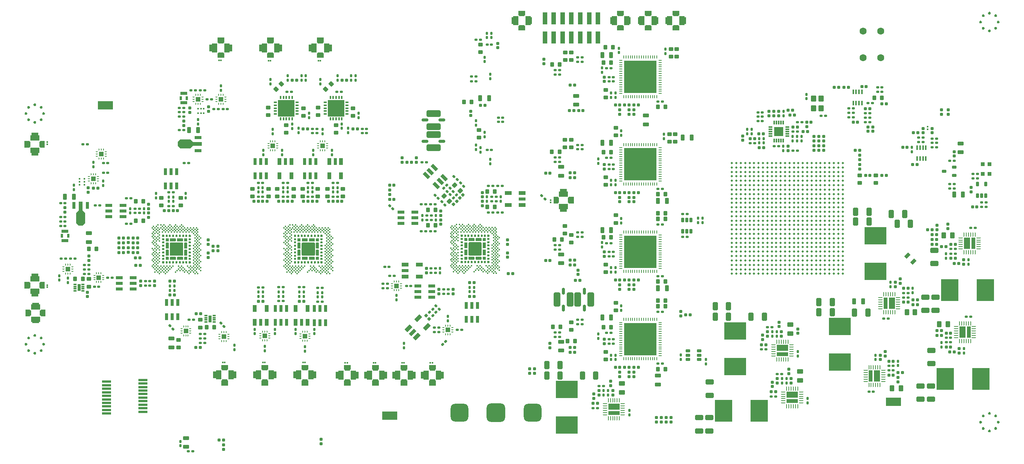
<source format=gtp>
G04*
G04 #@! TF.GenerationSoftware,Altium Limited,Altium Designer,19.1.6 (110)*
G04*
G04 Layer_Color=8421504*
%FSLAX44Y44*%
%MOMM*%
G71*
G01*
G75*
G04:AMPARAMS|DCode=21|XSize=1mm|YSize=0.9mm|CornerRadius=0.1125mm|HoleSize=0mm|Usage=FLASHONLY|Rotation=90.000|XOffset=0mm|YOffset=0mm|HoleType=Round|Shape=RoundedRectangle|*
%AMROUNDEDRECTD21*
21,1,1.0000,0.6750,0,0,90.0*
21,1,0.7750,0.9000,0,0,90.0*
1,1,0.2250,0.3375,0.3875*
1,1,0.2250,0.3375,-0.3875*
1,1,0.2250,-0.3375,-0.3875*
1,1,0.2250,-0.3375,0.3875*
%
%ADD21ROUNDEDRECTD21*%
G04:AMPARAMS|DCode=22|XSize=0.5mm|YSize=0.6mm|CornerRadius=0.05mm|HoleSize=0mm|Usage=FLASHONLY|Rotation=0.000|XOffset=0mm|YOffset=0mm|HoleType=Round|Shape=RoundedRectangle|*
%AMROUNDEDRECTD22*
21,1,0.5000,0.5000,0,0,0.0*
21,1,0.4000,0.6000,0,0,0.0*
1,1,0.1000,0.2000,-0.2500*
1,1,0.1000,-0.2000,-0.2500*
1,1,0.1000,-0.2000,0.2500*
1,1,0.1000,0.2000,0.2500*
%
%ADD22ROUNDEDRECTD22*%
G04:AMPARAMS|DCode=23|XSize=0.5mm|YSize=0.6mm|CornerRadius=0.05mm|HoleSize=0mm|Usage=FLASHONLY|Rotation=90.000|XOffset=0mm|YOffset=0mm|HoleType=Round|Shape=RoundedRectangle|*
%AMROUNDEDRECTD23*
21,1,0.5000,0.5000,0,0,90.0*
21,1,0.4000,0.6000,0,0,90.0*
1,1,0.1000,0.2500,0.2000*
1,1,0.1000,0.2500,-0.2000*
1,1,0.1000,-0.2500,-0.2000*
1,1,0.1000,-0.2500,0.2000*
%
%ADD23ROUNDEDRECTD23*%
G04:AMPARAMS|DCode=24|XSize=0.6mm|YSize=0.6mm|CornerRadius=0.06mm|HoleSize=0mm|Usage=FLASHONLY|Rotation=270.000|XOffset=0mm|YOffset=0mm|HoleType=Round|Shape=RoundedRectangle|*
%AMROUNDEDRECTD24*
21,1,0.6000,0.4800,0,0,270.0*
21,1,0.4800,0.6000,0,0,270.0*
1,1,0.1200,-0.2400,-0.2400*
1,1,0.1200,-0.2400,0.2400*
1,1,0.1200,0.2400,0.2400*
1,1,0.1200,0.2400,-0.2400*
%
%ADD24ROUNDEDRECTD24*%
G04:AMPARAMS|DCode=25|XSize=0.6mm|YSize=0.6mm|CornerRadius=0.06mm|HoleSize=0mm|Usage=FLASHONLY|Rotation=0.000|XOffset=0mm|YOffset=0mm|HoleType=Round|Shape=RoundedRectangle|*
%AMROUNDEDRECTD25*
21,1,0.6000,0.4800,0,0,0.0*
21,1,0.4800,0.6000,0,0,0.0*
1,1,0.1200,0.2400,-0.2400*
1,1,0.1200,-0.2400,-0.2400*
1,1,0.1200,-0.2400,0.2400*
1,1,0.1200,0.2400,0.2400*
%
%ADD25ROUNDEDRECTD25*%
G04:AMPARAMS|DCode=26|XSize=0.5mm|YSize=0.6mm|CornerRadius=0.05mm|HoleSize=0mm|Usage=FLASHONLY|Rotation=225.000|XOffset=0mm|YOffset=0mm|HoleType=Round|Shape=RoundedRectangle|*
%AMROUNDEDRECTD26*
21,1,0.5000,0.5000,0,0,225.0*
21,1,0.4000,0.6000,0,0,225.0*
1,1,0.1000,-0.3182,0.0354*
1,1,0.1000,-0.0354,0.3182*
1,1,0.1000,0.3182,-0.0354*
1,1,0.1000,0.0354,-0.3182*
%
%ADD26ROUNDEDRECTD26*%
G04:AMPARAMS|DCode=27|XSize=1mm|YSize=0.9mm|CornerRadius=0.1125mm|HoleSize=0mm|Usage=FLASHONLY|Rotation=0.000|XOffset=0mm|YOffset=0mm|HoleType=Round|Shape=RoundedRectangle|*
%AMROUNDEDRECTD27*
21,1,1.0000,0.6750,0,0,0.0*
21,1,0.7750,0.9000,0,0,0.0*
1,1,0.2250,0.3875,-0.3375*
1,1,0.2250,-0.3875,-0.3375*
1,1,0.2250,-0.3875,0.3375*
1,1,0.2250,0.3875,0.3375*
%
%ADD27ROUNDEDRECTD27*%
G04:AMPARAMS|DCode=28|XSize=1.3mm|YSize=0.8mm|CornerRadius=0.1mm|HoleSize=0mm|Usage=FLASHONLY|Rotation=180.000|XOffset=0mm|YOffset=0mm|HoleType=Round|Shape=RoundedRectangle|*
%AMROUNDEDRECTD28*
21,1,1.3000,0.6000,0,0,180.0*
21,1,1.1000,0.8000,0,0,180.0*
1,1,0.2000,-0.5500,0.3000*
1,1,0.2000,0.5500,0.3000*
1,1,0.2000,0.5500,-0.3000*
1,1,0.2000,-0.5500,-0.3000*
%
%ADD28ROUNDEDRECTD28*%
%ADD29C,0.3500*%
%ADD30R,0.2000X0.2000*%
G04:AMPARAMS|DCode=31|XSize=4.2mm|YSize=4.2mm|CornerRadius=1.05mm|HoleSize=0mm|Usage=FLASHONLY|Rotation=90.000|XOffset=0mm|YOffset=0mm|HoleType=Round|Shape=RoundedRectangle|*
%AMROUNDEDRECTD31*
21,1,4.2000,2.1000,0,0,90.0*
21,1,2.1000,4.2000,0,0,90.0*
1,1,2.1000,1.0500,1.0500*
1,1,2.1000,1.0500,-1.0500*
1,1,2.1000,-1.0500,-1.0500*
1,1,2.1000,-1.0500,1.0500*
%
%ADD31ROUNDEDRECTD31*%
G04:AMPARAMS|DCode=32|XSize=4mm|YSize=4mm|CornerRadius=1mm|HoleSize=0mm|Usage=FLASHONLY|Rotation=90.000|XOffset=0mm|YOffset=0mm|HoleType=Round|Shape=RoundedRectangle|*
%AMROUNDEDRECTD32*
21,1,4.0000,2.0000,0,0,90.0*
21,1,2.0000,4.0000,0,0,90.0*
1,1,2.0000,1.0000,1.0000*
1,1,2.0000,1.0000,-1.0000*
1,1,2.0000,-1.0000,-1.0000*
1,1,2.0000,-1.0000,1.0000*
%
%ADD32ROUNDEDRECTD32*%
%ADD33R,1.0000X2.7500*%
G04:AMPARAMS|DCode=34|XSize=1.3mm|YSize=0.8mm|CornerRadius=0.1mm|HoleSize=0mm|Usage=FLASHONLY|Rotation=270.000|XOffset=0mm|YOffset=0mm|HoleType=Round|Shape=RoundedRectangle|*
%AMROUNDEDRECTD34*
21,1,1.3000,0.6000,0,0,270.0*
21,1,1.1000,0.8000,0,0,270.0*
1,1,0.2000,-0.3000,-0.5500*
1,1,0.2000,-0.3000,0.5500*
1,1,0.2000,0.3000,0.5500*
1,1,0.2000,0.3000,-0.5500*
%
%ADD34ROUNDEDRECTD34*%
%ADD35R,1.6500X0.9000*%
%ADD36R,1.6500X0.7600*%
%ADD37R,3.5000X1.9000*%
%ADD38R,1.0000X1.5500*%
%ADD39R,1.6000X1.2000*%
%ADD40R,1.2000X1.5500*%
%ADD41R,1.2000X1.2000*%
%ADD42R,2.1500X1.2000*%
%ADD43R,1.5500X1.0000*%
%ADD44R,1.2000X1.6000*%
%ADD45R,1.5500X1.2000*%
%ADD46R,1.2000X1.2000*%
%ADD47R,1.2000X2.1500*%
G04:AMPARAMS|DCode=48|XSize=1.4mm|YSize=1.2mm|CornerRadius=0.15mm|HoleSize=0mm|Usage=FLASHONLY|Rotation=270.000|XOffset=0mm|YOffset=0mm|HoleType=Round|Shape=RoundedRectangle|*
%AMROUNDEDRECTD48*
21,1,1.4000,0.9000,0,0,270.0*
21,1,1.1000,1.2000,0,0,270.0*
1,1,0.3000,-0.4500,-0.5500*
1,1,0.3000,-0.4500,0.5500*
1,1,0.3000,0.4500,0.5500*
1,1,0.3000,0.4500,-0.5500*
%
%ADD48ROUNDEDRECTD48*%
G04:AMPARAMS|DCode=49|XSize=0.5mm|YSize=0.6mm|CornerRadius=0.05mm|HoleSize=0mm|Usage=FLASHONLY|Rotation=135.000|XOffset=0mm|YOffset=0mm|HoleType=Round|Shape=RoundedRectangle|*
%AMROUNDEDRECTD49*
21,1,0.5000,0.5000,0,0,135.0*
21,1,0.4000,0.6000,0,0,135.0*
1,1,0.1000,0.0354,0.3182*
1,1,0.1000,0.3182,0.0354*
1,1,0.1000,-0.0354,-0.3182*
1,1,0.1000,-0.3182,-0.0354*
%
%ADD49ROUNDEDRECTD49*%
G04:AMPARAMS|DCode=50|XSize=0.9mm|YSize=1.65mm|CornerRadius=0mm|HoleSize=0mm|Usage=FLASHONLY|Rotation=315.000|XOffset=0mm|YOffset=0mm|HoleType=Round|Shape=Rectangle|*
%AMROTATEDRECTD50*
4,1,4,-0.9016,-0.2652,0.2652,0.9016,0.9016,0.2652,-0.2652,-0.9016,-0.9016,-0.2652,0.0*
%
%ADD50ROTATEDRECTD50*%

G04:AMPARAMS|DCode=51|XSize=0.76mm|YSize=1.65mm|CornerRadius=0mm|HoleSize=0mm|Usage=FLASHONLY|Rotation=315.000|XOffset=0mm|YOffset=0mm|HoleType=Round|Shape=Rectangle|*
%AMROTATEDRECTD51*
4,1,4,-0.8521,-0.3147,0.3147,0.8521,0.8521,0.3147,-0.3147,-0.8521,-0.8521,-0.3147,0.0*
%
%ADD51ROTATEDRECTD51*%

G04:AMPARAMS|DCode=52|XSize=0.6mm|YSize=0.6mm|CornerRadius=0.06mm|HoleSize=0mm|Usage=FLASHONLY|Rotation=225.000|XOffset=0mm|YOffset=0mm|HoleType=Round|Shape=RoundedRectangle|*
%AMROUNDEDRECTD52*
21,1,0.6000,0.4800,0,0,225.0*
21,1,0.4800,0.6000,0,0,225.0*
1,1,0.1200,-0.3394,0.0000*
1,1,0.1200,0.0000,0.3394*
1,1,0.1200,0.3394,0.0000*
1,1,0.1200,0.0000,-0.3394*
%
%ADD52ROUNDEDRECTD52*%
G04:AMPARAMS|DCode=53|XSize=0.9mm|YSize=0.9mm|CornerRadius=0.1125mm|HoleSize=0mm|Usage=FLASHONLY|Rotation=90.000|XOffset=0mm|YOffset=0mm|HoleType=Round|Shape=RoundedRectangle|*
%AMROUNDEDRECTD53*
21,1,0.9000,0.6750,0,0,90.0*
21,1,0.6750,0.9000,0,0,90.0*
1,1,0.2250,0.3375,0.3375*
1,1,0.2250,0.3375,-0.3375*
1,1,0.2250,-0.3375,-0.3375*
1,1,0.2250,-0.3375,0.3375*
%
%ADD53ROUNDEDRECTD53*%
%ADD54R,0.7600X1.6500*%
%ADD55R,0.9000X1.6500*%
G04:AMPARAMS|DCode=56|XSize=0.6mm|YSize=1mm|CornerRadius=0.075mm|HoleSize=0mm|Usage=FLASHONLY|Rotation=0.000|XOffset=0mm|YOffset=0mm|HoleType=Round|Shape=RoundedRectangle|*
%AMROUNDEDRECTD56*
21,1,0.6000,0.8500,0,0,0.0*
21,1,0.4500,1.0000,0,0,0.0*
1,1,0.1500,0.2250,-0.4250*
1,1,0.1500,-0.2250,-0.4250*
1,1,0.1500,-0.2250,0.4250*
1,1,0.1500,0.2250,0.4250*
%
%ADD56ROUNDEDRECTD56*%
%ADD57R,0.4000X1.0000*%
G04:AMPARAMS|DCode=58|XSize=0.6mm|YSize=1mm|CornerRadius=0.075mm|HoleSize=0mm|Usage=FLASHONLY|Rotation=90.000|XOffset=0mm|YOffset=0mm|HoleType=Round|Shape=RoundedRectangle|*
%AMROUNDEDRECTD58*
21,1,0.6000,0.8500,0,0,90.0*
21,1,0.4500,1.0000,0,0,90.0*
1,1,0.1500,0.4250,0.2250*
1,1,0.1500,0.4250,-0.2250*
1,1,0.1500,-0.4250,-0.2250*
1,1,0.1500,-0.4250,0.2250*
%
%ADD58ROUNDEDRECTD58*%
%ADD59C,1.6000*%
%ADD60R,2.0000X0.5000*%
%ADD61R,0.3100X0.3000*%
G04:AMPARAMS|DCode=62|XSize=1mm|YSize=0.9mm|CornerRadius=0.1125mm|HoleSize=0mm|Usage=FLASHONLY|Rotation=315.000|XOffset=0mm|YOffset=0mm|HoleType=Round|Shape=RoundedRectangle|*
%AMROUNDEDRECTD62*
21,1,1.0000,0.6750,0,0,315.0*
21,1,0.7750,0.9000,0,0,315.0*
1,1,0.2250,0.0354,-0.5127*
1,1,0.2250,-0.5127,0.0354*
1,1,0.2250,-0.0354,0.5127*
1,1,0.2250,0.5127,-0.0354*
%
%ADD62ROUNDEDRECTD62*%
%ADD63R,0.4000X0.8000*%
%ADD64R,0.8000X0.4000*%
%ADD65R,3.7000X3.7000*%
G04:AMPARAMS|DCode=66|XSize=1.5mm|YSize=0.71mm|CornerRadius=0.1775mm|HoleSize=0mm|Usage=FLASHONLY|Rotation=180.000|XOffset=0mm|YOffset=0mm|HoleType=Round|Shape=RoundedRectangle|*
%AMROUNDEDRECTD66*
21,1,1.5000,0.3550,0,0,180.0*
21,1,1.1450,0.7100,0,0,180.0*
1,1,0.3550,-0.5725,0.1775*
1,1,0.3550,0.5725,0.1775*
1,1,0.3550,0.5725,-0.1775*
1,1,0.3550,-0.5725,-0.1775*
%
%ADD66ROUNDEDRECTD66*%
G04:AMPARAMS|DCode=67|XSize=3.25mm|YSize=1.5mm|CornerRadius=0.375mm|HoleSize=0mm|Usage=FLASHONLY|Rotation=180.000|XOffset=0mm|YOffset=0mm|HoleType=Round|Shape=RoundedRectangle|*
%AMROUNDEDRECTD67*
21,1,3.2500,0.7500,0,0,180.0*
21,1,2.5000,1.5000,0,0,180.0*
1,1,0.7500,-1.2500,0.3750*
1,1,0.7500,1.2500,0.3750*
1,1,0.7500,1.2500,-0.3750*
1,1,0.7500,-1.2500,-0.3750*
%
%ADD67ROUNDEDRECTD67*%
%ADD68R,0.3500X0.4500*%
%ADD69R,0.4500X0.3500*%
%ADD70R,0.3000X0.3100*%
%ADD71R,0.6000X0.9000*%
%ADD72R,1.5000X0.7500*%
%ADD73R,1.6000X0.7112*%
%ADD74R,2.0000X0.9144*%
G04:AMPARAMS|DCode=75|XSize=2mm|YSize=3.4mm|CornerRadius=0mm|HoleSize=0mm|Usage=FLASHONLY|Rotation=270.000|XOffset=0mm|YOffset=0mm|HoleType=Round|Shape=Octagon|*
%AMOCTAGOND75*
4,1,8,1.7000,0.5000,1.7000,-0.5000,1.2000,-1.0000,-1.2000,-1.0000,-1.7000,-0.5000,-1.7000,0.5000,-1.2000,1.0000,1.2000,1.0000,1.7000,0.5000,0.0*
%
%ADD75OCTAGOND75*%

%ADD76R,0.7000X0.3000*%
%ADD77R,0.7000X1.6000*%
%ADD78R,0.7112X1.6000*%
%ADD79R,0.9144X2.0000*%
G04:AMPARAMS|DCode=80|XSize=2mm|YSize=3.4mm|CornerRadius=0mm|HoleSize=0mm|Usage=FLASHONLY|Rotation=0.000|XOffset=0mm|YOffset=0mm|HoleType=Round|Shape=Octagon|*
%AMOCTAGOND80*
4,1,8,-0.5000,1.7000,0.5000,1.7000,1.0000,1.2000,1.0000,-1.2000,0.5000,-1.7000,-0.5000,-1.7000,-1.0000,-1.2000,-1.0000,1.2000,-0.5000,1.7000,0.0*
%
%ADD80OCTAGOND80*%

G04:AMPARAMS|DCode=81|XSize=1.3mm|YSize=0.8mm|CornerRadius=0.1mm|HoleSize=0mm|Usage=FLASHONLY|Rotation=225.000|XOffset=0mm|YOffset=0mm|HoleType=Round|Shape=RoundedRectangle|*
%AMROUNDEDRECTD81*
21,1,1.3000,0.6000,0,0,225.0*
21,1,1.1000,0.8000,0,0,225.0*
1,1,0.2000,-0.6010,-0.1768*
1,1,0.2000,0.1768,0.6010*
1,1,0.2000,0.6010,0.1768*
1,1,0.2000,-0.1768,-0.6010*
%
%ADD81ROUNDEDRECTD81*%
G04:AMPARAMS|DCode=82|XSize=1.8mm|YSize=1.15mm|CornerRadius=0.1438mm|HoleSize=0mm|Usage=FLASHONLY|Rotation=90.000|XOffset=0mm|YOffset=0mm|HoleType=Round|Shape=RoundedRectangle|*
%AMROUNDEDRECTD82*
21,1,1.8000,0.8625,0,0,90.0*
21,1,1.5125,1.1500,0,0,90.0*
1,1,0.2875,0.4313,0.7563*
1,1,0.2875,0.4313,-0.7563*
1,1,0.2875,-0.4313,-0.7563*
1,1,0.2875,-0.4313,0.7563*
%
%ADD82ROUNDEDRECTD82*%
G04:AMPARAMS|DCode=83|XSize=1.8mm|YSize=1.15mm|CornerRadius=0.1438mm|HoleSize=0mm|Usage=FLASHONLY|Rotation=180.000|XOffset=0mm|YOffset=0mm|HoleType=Round|Shape=RoundedRectangle|*
%AMROUNDEDRECTD83*
21,1,1.8000,0.8625,0,0,180.0*
21,1,1.5125,1.1500,0,0,180.0*
1,1,0.2875,-0.7563,0.4313*
1,1,0.2875,0.7563,0.4313*
1,1,0.2875,0.7563,-0.4313*
1,1,0.2875,-0.7563,-0.4313*
%
%ADD83ROUNDEDRECTD83*%
G04:AMPARAMS|DCode=84|XSize=1.4mm|YSize=1mm|CornerRadius=0.125mm|HoleSize=0mm|Usage=FLASHONLY|Rotation=270.000|XOffset=0mm|YOffset=0mm|HoleType=Round|Shape=RoundedRectangle|*
%AMROUNDEDRECTD84*
21,1,1.4000,0.7500,0,0,270.0*
21,1,1.1500,1.0000,0,0,270.0*
1,1,0.2500,-0.3750,-0.5750*
1,1,0.2500,-0.3750,0.5750*
1,1,0.2500,0.3750,0.5750*
1,1,0.2500,0.3750,-0.5750*
%
%ADD84ROUNDEDRECTD84*%
G04:AMPARAMS|DCode=85|XSize=1.4mm|YSize=1mm|CornerRadius=0.125mm|HoleSize=0mm|Usage=FLASHONLY|Rotation=0.000|XOffset=0mm|YOffset=0mm|HoleType=Round|Shape=RoundedRectangle|*
%AMROUNDEDRECTD85*
21,1,1.4000,0.7500,0,0,0.0*
21,1,1.1500,1.0000,0,0,0.0*
1,1,0.2500,0.5750,-0.3750*
1,1,0.2500,-0.5750,-0.3750*
1,1,0.2500,-0.5750,0.3750*
1,1,0.2500,0.5750,0.3750*
%
%ADD85ROUNDEDRECTD85*%
%ADD86R,5.0000X4.0000*%
%ADD87R,4.0000X5.0000*%
%ADD88R,0.3000X0.8500*%
%ADD89R,0.8500X0.3000*%
%ADD90R,2.1000X2.1000*%
%ADD91O,0.2400X0.7500*%
%ADD92O,0.7500X0.2400*%
%ADD93R,7.4000X7.4000*%
%ADD94R,0.3500X0.3000*%
%ADD95C,0.5000*%
G04:AMPARAMS|DCode=96|XSize=0.6mm|YSize=0.6mm|CornerRadius=0.06mm|HoleSize=0mm|Usage=FLASHONLY|Rotation=315.000|XOffset=0mm|YOffset=0mm|HoleType=Round|Shape=RoundedRectangle|*
%AMROUNDEDRECTD96*
21,1,0.6000,0.4800,0,0,315.0*
21,1,0.4800,0.6000,0,0,315.0*
1,1,0.1200,0.0000,-0.3394*
1,1,0.1200,-0.3394,0.0000*
1,1,0.1200,0.0000,0.3394*
1,1,0.1200,0.3394,0.0000*
%
%ADD96ROUNDEDRECTD96*%
G04:AMPARAMS|DCode=97|XSize=1mm|YSize=0.9mm|CornerRadius=0.1125mm|HoleSize=0mm|Usage=FLASHONLY|Rotation=225.000|XOffset=0mm|YOffset=0mm|HoleType=Round|Shape=RoundedRectangle|*
%AMROUNDEDRECTD97*
21,1,1.0000,0.6750,0,0,225.0*
21,1,0.7750,0.9000,0,0,225.0*
1,1,0.2250,-0.5127,-0.0354*
1,1,0.2250,0.0354,0.5127*
1,1,0.2250,0.5127,0.0354*
1,1,0.2250,-0.0354,-0.5127*
%
%ADD97ROUNDEDRECTD97*%
G04:AMPARAMS|DCode=98|XSize=0.76mm|YSize=1.65mm|CornerRadius=0mm|HoleSize=0mm|Usage=FLASHONLY|Rotation=225.000|XOffset=0mm|YOffset=0mm|HoleType=Round|Shape=Rectangle|*
%AMROTATEDRECTD98*
4,1,4,-0.3147,0.8521,0.8521,-0.3147,0.3147,-0.8521,-0.8521,0.3147,-0.3147,0.8521,0.0*
%
%ADD98ROTATEDRECTD98*%

G04:AMPARAMS|DCode=99|XSize=0.25mm|YSize=0.475mm|CornerRadius=0.0625mm|HoleSize=0mm|Usage=FLASHONLY|Rotation=0.000|XOffset=0mm|YOffset=0mm|HoleType=Round|Shape=RoundedRectangle|*
%AMROUNDEDRECTD99*
21,1,0.2500,0.3500,0,0,0.0*
21,1,0.1250,0.4750,0,0,0.0*
1,1,0.1250,0.0625,-0.1750*
1,1,0.1250,-0.0625,-0.1750*
1,1,0.1250,-0.0625,0.1750*
1,1,0.1250,0.0625,0.1750*
%
%ADD99ROUNDEDRECTD99*%
G04:AMPARAMS|DCode=100|XSize=0.25mm|YSize=0.475mm|CornerRadius=0.0625mm|HoleSize=0mm|Usage=FLASHONLY|Rotation=270.000|XOffset=0mm|YOffset=0mm|HoleType=Round|Shape=RoundedRectangle|*
%AMROUNDEDRECTD100*
21,1,0.2500,0.3500,0,0,270.0*
21,1,0.1250,0.4750,0,0,270.0*
1,1,0.1250,-0.1750,-0.0625*
1,1,0.1250,-0.1750,0.0625*
1,1,0.1250,0.1750,0.0625*
1,1,0.1250,0.1750,-0.0625*
%
%ADD100ROUNDEDRECTD100*%
%ADD101R,1.1000X1.1000*%
%ADD102R,1.1000X1.1000*%
G04:AMPARAMS|DCode=103|XSize=0.25mm|YSize=1mm|CornerRadius=0.0625mm|HoleSize=0mm|Usage=FLASHONLY|Rotation=0.000|XOffset=0mm|YOffset=0mm|HoleType=Round|Shape=RoundedRectangle|*
%AMROUNDEDRECTD103*
21,1,0.2500,0.8750,0,0,0.0*
21,1,0.1250,1.0000,0,0,0.0*
1,1,0.1250,0.0625,-0.4375*
1,1,0.1250,-0.0625,-0.4375*
1,1,0.1250,-0.0625,0.4375*
1,1,0.1250,0.0625,0.4375*
%
%ADD103ROUNDEDRECTD103*%
G04:AMPARAMS|DCode=104|XSize=0.25mm|YSize=1mm|CornerRadius=0.0625mm|HoleSize=0mm|Usage=FLASHONLY|Rotation=270.000|XOffset=0mm|YOffset=0mm|HoleType=Round|Shape=RoundedRectangle|*
%AMROUNDEDRECTD104*
21,1,0.2500,0.8750,0,0,270.0*
21,1,0.1250,1.0000,0,0,270.0*
1,1,0.1250,-0.4375,-0.0625*
1,1,0.1250,-0.4375,0.0625*
1,1,0.1250,0.4375,0.0625*
1,1,0.1250,0.4375,-0.0625*
%
%ADD104ROUNDEDRECTD104*%
%ADD105R,1.4000X2.5500*%
%ADD106R,0.9000X2.5500*%
%ADD107R,2.5500X1.4000*%
%ADD108R,2.5500X0.9000*%
G04:AMPARAMS|DCode=109|XSize=3.25mm|YSize=1.5mm|CornerRadius=0.375mm|HoleSize=0mm|Usage=FLASHONLY|Rotation=90.000|XOffset=0mm|YOffset=0mm|HoleType=Round|Shape=RoundedRectangle|*
%AMROUNDEDRECTD109*
21,1,3.2500,0.7500,0,0,90.0*
21,1,2.5000,1.5000,0,0,90.0*
1,1,0.7500,0.3750,1.2500*
1,1,0.7500,0.3750,-1.2500*
1,1,0.7500,-0.3750,-1.2500*
1,1,0.7500,-0.3750,1.2500*
%
%ADD109ROUNDEDRECTD109*%
G04:AMPARAMS|DCode=110|XSize=1.5mm|YSize=0.71mm|CornerRadius=0.1775mm|HoleSize=0mm|Usage=FLASHONLY|Rotation=90.000|XOffset=0mm|YOffset=0mm|HoleType=Round|Shape=RoundedRectangle|*
%AMROUNDEDRECTD110*
21,1,1.5000,0.3550,0,0,90.0*
21,1,1.1450,0.7100,0,0,90.0*
1,1,0.3550,0.1775,0.5725*
1,1,0.3550,0.1775,-0.5725*
1,1,0.3550,-0.1775,-0.5725*
1,1,0.3550,-0.1775,0.5725*
%
%ADD110ROUNDEDRECTD110*%
G36*
X2286699Y1094043D02*
X2287543Y1093199D01*
X2288000Y1092097D01*
Y1091500D01*
Y1090903D01*
X2287543Y1089801D01*
X2286699Y1088957D01*
X2285597Y1088500D01*
X2284403D01*
X2283300Y1088957D01*
X2282457Y1089801D01*
X2282000Y1090903D01*
Y1091500D01*
Y1092097D01*
X2282457Y1093199D01*
X2283300Y1094043D01*
X2284403Y1094500D01*
X2285597D01*
X2286699Y1094043D01*
D02*
G37*
G36*
X2300841Y1088185D02*
X2301263Y1087763D01*
X2301685Y1087342D01*
X2302142Y1086239D01*
Y1085045D01*
X2301685Y1083943D01*
X2301263Y1083521D01*
X2300841Y1083099D01*
X2299739Y1082642D01*
X2298545D01*
X2297443Y1083099D01*
X2297021Y1083521D01*
X2296599Y1083943D01*
X2296142Y1085045D01*
Y1086239D01*
X2296599Y1087342D01*
X2297021Y1087763D01*
X2297443Y1088185D01*
X2298545Y1088642D01*
X2299739D01*
X2300841Y1088185D01*
D02*
G37*
G36*
X2272557D02*
X2272979Y1087763D01*
X2273401Y1087342D01*
X2273858Y1086239D01*
Y1085045D01*
X2273401Y1083943D01*
X2272979Y1083521D01*
X2272557Y1083099D01*
X2271454Y1082642D01*
X2270261D01*
X2269158Y1083099D01*
X2268736Y1083521D01*
X2268315Y1083943D01*
X2267858Y1085045D01*
Y1086239D01*
X2268315Y1087342D01*
X2268736Y1087763D01*
X2269158Y1088185D01*
X2270261Y1088642D01*
X2271454D01*
X2272557Y1088185D01*
D02*
G37*
G36*
X2306699Y1074043D02*
X2307543Y1073199D01*
X2308000Y1072097D01*
Y1071500D01*
Y1070903D01*
X2307543Y1069801D01*
X2306699Y1068957D01*
X2305597Y1068500D01*
X2304403D01*
X2303300Y1068957D01*
X2302457Y1069801D01*
X2302000Y1070903D01*
Y1071500D01*
Y1072097D01*
X2302457Y1073199D01*
X2303300Y1074043D01*
X2304403Y1074500D01*
X2305597D01*
X2306699Y1074043D01*
D02*
G37*
G36*
X2266699D02*
X2267543Y1073199D01*
X2268000Y1072097D01*
Y1071500D01*
Y1070903D01*
X2267543Y1069801D01*
X2266699Y1068957D01*
X2265597Y1068500D01*
X2264403D01*
X2263300Y1068957D01*
X2262457Y1069801D01*
X2262000Y1070903D01*
Y1071500D01*
Y1072097D01*
X2262457Y1073199D01*
X2263300Y1074043D01*
X2264403Y1074500D01*
X2265597D01*
X2266699Y1074043D01*
D02*
G37*
G36*
X2300841Y1059901D02*
X2301263Y1059479D01*
X2301685Y1059057D01*
X2302142Y1057955D01*
Y1056761D01*
X2301685Y1055658D01*
X2301263Y1055237D01*
X2300841Y1054815D01*
X2299739Y1054358D01*
X2298545D01*
X2297443Y1054815D01*
X2297021Y1055237D01*
X2296599Y1055658D01*
X2296142Y1056761D01*
Y1057955D01*
X2296599Y1059057D01*
X2297021Y1059479D01*
X2297443Y1059901D01*
X2298545Y1060358D01*
X2299739D01*
X2300841Y1059901D01*
D02*
G37*
G36*
X2272557D02*
X2272979Y1059479D01*
X2273401Y1059057D01*
X2273858Y1057955D01*
Y1056761D01*
X2273401Y1055658D01*
X2272979Y1055237D01*
X2272557Y1054815D01*
X2271454Y1054358D01*
X2270261D01*
X2269158Y1054815D01*
X2268736Y1055237D01*
X2268315Y1055658D01*
X2267858Y1056761D01*
Y1057955D01*
X2268315Y1059057D01*
X2268736Y1059479D01*
X2269158Y1059901D01*
X2270261Y1060358D01*
X2271454D01*
X2272557Y1059901D01*
D02*
G37*
G36*
X2286699Y1054043D02*
X2287543Y1053199D01*
X2288000Y1052097D01*
Y1051500D01*
Y1050903D01*
X2287543Y1049801D01*
X2286699Y1048957D01*
X2285597Y1048500D01*
X2284403D01*
X2283300Y1048957D01*
X2282457Y1049801D01*
X2282000Y1050903D01*
Y1051500D01*
Y1052097D01*
X2282457Y1053199D01*
X2283300Y1054043D01*
X2284403Y1054500D01*
X2285597D01*
X2286699Y1054043D01*
D02*
G37*
G36*
X131949Y887293D02*
X132793Y886449D01*
X133250Y885347D01*
Y884750D01*
Y884153D01*
X132793Y883051D01*
X131949Y882207D01*
X130847Y881750D01*
X129653D01*
X128551Y882207D01*
X127707Y883051D01*
X127250Y884153D01*
Y884750D01*
Y885347D01*
X127707Y886449D01*
X128551Y887293D01*
X129653Y887750D01*
X130847D01*
X131949Y887293D01*
D02*
G37*
G36*
X146091Y881435D02*
X146513Y881013D01*
X146935Y880591D01*
X147392Y879489D01*
Y878295D01*
X146935Y877193D01*
X146513Y876771D01*
X146091Y876349D01*
X144989Y875892D01*
X143795D01*
X142693Y876349D01*
X142271Y876771D01*
X141849Y877193D01*
X141392Y878295D01*
Y879489D01*
X141849Y880591D01*
X142271Y881013D01*
X142693Y881435D01*
X143795Y881892D01*
X144989D01*
X146091Y881435D01*
D02*
G37*
G36*
X117807D02*
X118229Y881013D01*
X118651Y880591D01*
X119108Y879489D01*
Y878295D01*
X118651Y877193D01*
X118229Y876771D01*
X117807Y876349D01*
X116705Y875892D01*
X115511D01*
X114408Y876349D01*
X113987Y876771D01*
X113565Y877193D01*
X113108Y878295D01*
Y879489D01*
X113565Y880591D01*
X113987Y881013D01*
X114408Y881435D01*
X115511Y881892D01*
X116705D01*
X117807Y881435D01*
D02*
G37*
G36*
X151949Y867293D02*
X152793Y866449D01*
X153250Y865347D01*
Y864750D01*
Y864153D01*
X152793Y863051D01*
X151949Y862207D01*
X150847Y861750D01*
X149653D01*
X148551Y862207D01*
X147707Y863051D01*
X147250Y864153D01*
Y864750D01*
Y865347D01*
X147707Y866449D01*
X148551Y867293D01*
X149653Y867750D01*
X150847D01*
X151949Y867293D01*
D02*
G37*
G36*
X111949D02*
X112793Y866449D01*
X113250Y865347D01*
Y864750D01*
Y864153D01*
X112793Y863051D01*
X111949Y862207D01*
X110847Y861750D01*
X109653D01*
X108551Y862207D01*
X107707Y863051D01*
X107250Y864153D01*
Y864750D01*
Y865347D01*
X107707Y866449D01*
X108551Y867293D01*
X109653Y867750D01*
X110847D01*
X111949Y867293D01*
D02*
G37*
G36*
X146091Y853151D02*
X146513Y852729D01*
X146935Y852307D01*
X147392Y851205D01*
Y850011D01*
X146935Y848908D01*
X146513Y848486D01*
X146091Y848064D01*
X144989Y847608D01*
X143795D01*
X142693Y848064D01*
X142271Y848486D01*
X141849Y848908D01*
X141392Y850011D01*
Y851205D01*
X141849Y852307D01*
X142271Y852729D01*
X142693Y853151D01*
X143795Y853608D01*
X144989D01*
X146091Y853151D01*
D02*
G37*
G36*
X117807D02*
X118229Y852729D01*
X118651Y852307D01*
X119108Y851205D01*
Y850011D01*
X118651Y848908D01*
X118229Y848486D01*
X117807Y848064D01*
X116705Y847608D01*
X115511D01*
X114408Y848064D01*
X113987Y848486D01*
X113565Y848908D01*
X113108Y850011D01*
Y851205D01*
X113565Y852307D01*
X113987Y852729D01*
X114408Y853151D01*
X115511Y853608D01*
X116705D01*
X117807Y853151D01*
D02*
G37*
G36*
X131949Y847293D02*
X132793Y846449D01*
X133250Y845347D01*
Y844750D01*
Y844153D01*
X132793Y843051D01*
X131949Y842207D01*
X130847Y841750D01*
X129653D01*
X128551Y842207D01*
X127707Y843051D01*
X127250Y844153D01*
Y844750D01*
Y845347D01*
X127707Y846449D01*
X128551Y847293D01*
X129653Y847750D01*
X130847D01*
X131949Y847293D01*
D02*
G37*
G36*
X1147245Y591254D02*
X1147445Y591254D01*
X1147813Y591101D01*
X1148095Y590819D01*
X1148248Y590451D01*
Y590251D01*
X1148248Y587254D01*
X1148248Y587254D01*
X1148248Y587055D01*
X1148095Y586688D01*
X1147814Y586406D01*
X1147447Y586254D01*
X1147248Y586254D01*
X1144996Y586254D01*
X1144996Y586254D01*
X1144797Y586254D01*
X1144430Y586406D01*
X1144150Y586687D01*
X1143998Y587053D01*
X1143997Y587252D01*
X1143996Y590252D01*
X1143996D01*
X1143996Y590451D01*
X1144148Y590819D01*
X1144430Y591101D01*
X1144798Y591254D01*
X1144997Y591253D01*
X1147245Y591254D01*
X1147245Y591254D01*
D02*
G37*
G36*
X1102749Y591251D02*
X1102948Y591251D01*
X1103316Y591099D01*
X1103598Y590817D01*
X1103751Y590449D01*
X1103750Y590249D01*
X1103750D01*
X1103749Y587250D01*
X1103748Y587051D01*
X1103596Y586684D01*
X1103316Y586404D01*
X1102949Y586252D01*
X1102750Y586252D01*
X1102751Y586252D01*
X1100499Y586251D01*
X1100300Y586252D01*
X1099932Y586404D01*
X1099651Y586686D01*
X1099498Y587053D01*
X1099498Y587252D01*
X1099498Y587252D01*
X1099498Y590249D01*
Y590448D01*
X1099651Y590817D01*
X1099933Y591099D01*
X1100301Y591251D01*
X1100501Y591251D01*
X1100501Y591251D01*
X1102749Y591251D01*
D02*
G37*
G36*
X1155002Y591251D02*
X1155249Y591251D01*
X1155707Y591061D01*
X1156058Y590710D01*
X1156248Y590252D01*
Y590004D01*
X1156248Y587501D01*
X1156248Y587501D01*
X1156248Y587252D01*
X1156058Y586792D01*
X1155706Y586441D01*
X1155246Y586250D01*
X1154997Y586250D01*
X1152502Y586250D01*
X1152502Y586250D01*
X1152253Y586250D01*
X1151792Y586441D01*
X1151439Y586794D01*
X1151248Y587255D01*
X1151248Y587504D01*
Y590001D01*
X1151248Y590249D01*
X1151438Y590708D01*
X1151790Y591060D01*
X1152249Y591250D01*
X1152497Y591250D01*
X1155002Y591251D01*
X1155002Y591251D01*
D02*
G37*
G36*
X1095251Y591248D02*
X1095499Y591248D01*
X1095957Y591058D01*
X1096308Y590708D01*
X1096497Y590250D01*
Y590002D01*
X1096498Y587499D01*
X1096498Y587499D01*
X1096498Y587250D01*
X1096308Y586790D01*
X1095956Y586438D01*
X1095496Y586248D01*
X1095247Y586247D01*
X1092752Y586248D01*
X1092752Y586248D01*
X1092502Y586248D01*
X1092042Y586439D01*
X1091689Y586791D01*
X1091498Y587252D01*
X1091498Y587502D01*
Y589998D01*
X1091498Y590247D01*
X1091688Y590706D01*
X1092039Y591058D01*
X1092499Y591248D01*
X1092747Y591248D01*
X1095251Y591249D01*
X1095251Y591248D01*
D02*
G37*
G36*
X473305Y590689D02*
X473505Y590689D01*
X473873Y590536D01*
X474155Y590254D01*
X474308Y589886D01*
Y589686D01*
X474308Y586689D01*
X474308Y586690D01*
X474308Y586491D01*
X474156Y586123D01*
X473874Y585842D01*
X473507Y585689D01*
X473307Y585689D01*
X471055Y585689D01*
X471056Y585689D01*
X470857Y585689D01*
X470490Y585841D01*
X470210Y586122D01*
X470058Y586489D01*
X470057Y586687D01*
X470056Y589687D01*
X470056D01*
X470056Y589886D01*
X470208Y590255D01*
X470490Y590536D01*
X470858Y590689D01*
X471057Y590689D01*
X473305Y590689D01*
X473305Y590689D01*
D02*
G37*
G36*
X770805Y590689D02*
X771005Y590689D01*
X771373Y590536D01*
X771655Y590254D01*
X771808Y589886D01*
Y589686D01*
X771808Y586689D01*
X771808Y586690D01*
X771808Y586491D01*
X771656Y586123D01*
X771374Y585842D01*
X771006Y585689D01*
X770808Y585689D01*
X768556Y585689D01*
X768556Y585689D01*
X768357Y585689D01*
X767990Y585841D01*
X767710Y586122D01*
X767558Y586489D01*
X767557Y586687D01*
X767556Y589687D01*
X767556D01*
X767556Y589886D01*
X767708Y590255D01*
X767990Y590536D01*
X768358Y590689D01*
X768557Y590689D01*
X770805Y590689D01*
X770805Y590689D01*
D02*
G37*
G36*
X428809Y590686D02*
X429008Y590687D01*
X429376Y590534D01*
X429658Y590252D01*
X429810Y589884D01*
X429810Y589685D01*
X429810D01*
X429809Y586685D01*
X429809Y586486D01*
X429656Y586120D01*
X429376Y585839D01*
X429009Y585687D01*
X428810Y585687D01*
X428811Y585687D01*
X426558Y585687D01*
X426359Y585687D01*
X425992Y585839D01*
X425711Y586121D01*
X425558Y586488D01*
X425558Y586688D01*
X425558Y586687D01*
X425558Y589684D01*
Y589884D01*
X425711Y590252D01*
X425993Y590534D01*
X426361Y590687D01*
X426561Y590687D01*
X426561Y590687D01*
X428809Y590686D01*
D02*
G37*
G36*
X726309Y590686D02*
X726508Y590686D01*
X726877Y590534D01*
X727158Y590252D01*
X727310Y589884D01*
X727310Y589685D01*
X727310D01*
X727309Y586685D01*
X727309Y586486D01*
X727156Y586120D01*
X726876Y585839D01*
X726509Y585687D01*
X726311Y585687D01*
X726311Y585687D01*
X724059Y585687D01*
X723860Y585687D01*
X723492Y585839D01*
X723211Y586121D01*
X723058Y586488D01*
X723058Y586687D01*
X723058Y586687D01*
X723058Y589684D01*
Y589883D01*
X723211Y590252D01*
X723493Y590534D01*
X723861Y590687D01*
X724061Y590687D01*
X724061Y590687D01*
X726309Y590686D01*
D02*
G37*
G36*
X481062Y590686D02*
X481309Y590686D01*
X481767Y590496D01*
X482118Y590145D01*
X482308Y589687D01*
Y589439D01*
X482308Y586936D01*
X482308Y586936D01*
X482308Y586688D01*
X482118Y586228D01*
X481766Y585876D01*
X481306Y585685D01*
X481057Y585685D01*
X478562Y585686D01*
X478562Y585686D01*
X478312Y585686D01*
X477852Y585877D01*
X477499Y586229D01*
X477308Y586690D01*
X477308Y586939D01*
Y589436D01*
X477308Y589684D01*
X477498Y590144D01*
X477850Y590495D01*
X478309Y590685D01*
X478557Y590685D01*
X481062Y590686D01*
X481062Y590686D01*
D02*
G37*
G36*
X778562Y590686D02*
X778810Y590686D01*
X779268Y590496D01*
X779618Y590145D01*
X779808Y589687D01*
Y589439D01*
X779808Y586936D01*
X779808Y586936D01*
X779808Y586687D01*
X779618Y586228D01*
X779266Y585876D01*
X778806Y585685D01*
X778558Y585685D01*
X776062Y585686D01*
X776062Y585686D01*
X775813Y585686D01*
X775352Y585877D01*
X774999Y586229D01*
X774808Y586690D01*
X774808Y586939D01*
Y589436D01*
X774808Y589684D01*
X774998Y590144D01*
X775350Y590495D01*
X775809Y590685D01*
X776057Y590685D01*
X778562Y590686D01*
X778562Y590686D01*
D02*
G37*
G36*
X421311Y590684D02*
X421559Y590684D01*
X422017Y590494D01*
X422368Y590143D01*
X422557Y589685D01*
Y589437D01*
X422558Y586934D01*
X422558Y586934D01*
X422558Y586685D01*
X422368Y586226D01*
X422016Y585874D01*
X421556Y585683D01*
X421307Y585683D01*
X418812Y585683D01*
X418812Y585684D01*
X418562Y585683D01*
X418102Y585874D01*
X417749Y586227D01*
X417558Y586688D01*
X417558Y586937D01*
Y589434D01*
X417558Y589682D01*
X417748Y590141D01*
X418099Y590493D01*
X418559Y590683D01*
X418807Y590683D01*
X421311Y590684D01*
X421311Y590684D01*
D02*
G37*
G36*
X718811Y590684D02*
X719059Y590684D01*
X719517Y590494D01*
X719868Y590143D01*
X720057Y589685D01*
Y589437D01*
X720058Y586934D01*
X720058Y586934D01*
X720058Y586685D01*
X719867Y586225D01*
X719516Y585873D01*
X719056Y585683D01*
X718807Y585683D01*
X716312Y585683D01*
X716312Y585683D01*
X716062Y585683D01*
X715602Y585874D01*
X715249Y586227D01*
X715058Y586688D01*
X715058Y586937D01*
Y589434D01*
X715058Y589682D01*
X715248Y590141D01*
X715599Y590493D01*
X716059Y590683D01*
X716307Y590683D01*
X718811Y590684D01*
X718811Y590684D01*
D02*
G37*
G36*
X1139998Y591250D02*
X1139998Y591249D01*
X1140196Y591249D01*
X1140563Y591097D01*
X1140844Y590817D01*
X1140996Y590450D01*
X1140996Y590252D01*
X1140997Y587252D01*
X1140997D01*
X1140998Y587052D01*
X1140845Y586684D01*
X1140564Y586402D01*
X1140195Y586250D01*
X1139996Y586250D01*
X1137748Y586250D01*
X1137748D01*
X1137549Y586250D01*
X1137180Y586403D01*
X1136898Y586684D01*
X1136746Y587053D01*
Y587252D01*
X1136745Y590249D01*
X1136745Y590249D01*
X1136745Y590448D01*
X1136898Y590816D01*
X1137179Y591097D01*
X1137547Y591250D01*
X1137746Y591250D01*
X1139998Y591250D01*
D02*
G37*
G36*
X1132747Y591249D02*
X1132746Y591248D01*
X1132945Y591248D01*
X1133312Y591096D01*
X1133592Y590816D01*
X1133744Y590449D01*
X1133745Y590251D01*
X1133746Y587251D01*
X1133746D01*
X1133746Y587052D01*
X1133594Y586683D01*
X1133313Y586401D01*
X1132944Y586249D01*
X1132745Y586249D01*
X1130497Y586249D01*
X1130497Y586249D01*
X1130297Y586249D01*
X1129929Y586402D01*
X1129647Y586684D01*
X1129494Y587052D01*
Y587252D01*
X1129494Y590248D01*
X1129494Y590248D01*
X1129494Y590447D01*
X1129647Y590815D01*
X1129928Y591096D01*
X1130295Y591249D01*
X1130495Y591249D01*
X1132747Y591249D01*
D02*
G37*
G36*
X1124995Y591248D02*
X1124995Y591247D01*
X1125193Y591247D01*
X1125560Y591096D01*
X1125841Y590815D01*
X1125993Y590448D01*
X1125993Y590250D01*
X1125995Y587250D01*
X1125995D01*
X1125995Y587051D01*
X1125843Y586682D01*
X1125561Y586400D01*
X1125193Y586248D01*
X1124994Y586248D01*
X1122746Y586248D01*
X1122745Y586248D01*
X1122546Y586248D01*
X1122178Y586401D01*
X1121896Y586683D01*
X1121743Y587051D01*
Y587251D01*
X1121743Y590247D01*
X1121743Y590247D01*
X1121743Y590446D01*
X1121895Y590814D01*
X1122177Y591095D01*
X1122544Y591248D01*
X1122743Y591248D01*
X1124995Y591248D01*
D02*
G37*
G36*
X466058Y590685D02*
X466058Y590685D01*
X466256Y590685D01*
X466623Y590533D01*
X466904Y590252D01*
X467056Y589885D01*
X467056Y589687D01*
X467057Y586687D01*
X467057D01*
X467058Y586488D01*
X466905Y586119D01*
X466624Y585838D01*
X466255Y585685D01*
X466056Y585685D01*
X463808Y585685D01*
X463808D01*
X463609Y585685D01*
X463240Y585838D01*
X462958Y586120D01*
X462805Y586488D01*
Y586688D01*
X462805Y589684D01*
X462805Y589684D01*
X462805Y589883D01*
X462958Y590251D01*
X463239Y590532D01*
X463607Y590685D01*
X463806Y590685D01*
X466058Y590685D01*
D02*
G37*
G36*
X763558Y590685D02*
X763558Y590685D01*
X763756Y590685D01*
X764123Y590533D01*
X764404Y590252D01*
X764556Y589885D01*
X764556Y589687D01*
X764557Y586687D01*
X764557D01*
X764558Y586488D01*
X764406Y586119D01*
X764124Y585838D01*
X763755Y585685D01*
X763556Y585685D01*
X761308Y585685D01*
X761308D01*
X761109Y585685D01*
X760740Y585838D01*
X760458Y586120D01*
X760305Y586488D01*
Y586688D01*
X760305Y589684D01*
X760305Y589684D01*
X760305Y589883D01*
X760458Y590251D01*
X760739Y590532D01*
X761107Y590685D01*
X761306Y590685D01*
X763558Y590685D01*
D02*
G37*
G36*
X458806Y590684D02*
X458806Y590684D01*
X459005Y590684D01*
X459371Y590532D01*
X459652Y590251D01*
X459804Y589884D01*
X459804Y589686D01*
X459806Y586686D01*
X459806D01*
X459806Y586487D01*
X459654Y586119D01*
X459372Y585837D01*
X459004Y585684D01*
X458805Y585685D01*
X456557Y585684D01*
X456557Y585684D01*
X456357Y585684D01*
X455989Y585837D01*
X455707Y586119D01*
X455554Y586487D01*
Y586687D01*
X455554Y589684D01*
X455554Y589683D01*
X455554Y589882D01*
X455706Y590250D01*
X455988Y590532D01*
X456355Y590684D01*
X456554Y590684D01*
X458806Y590684D01*
D02*
G37*
G36*
X756307Y590684D02*
X756306Y590684D01*
X756505Y590684D01*
X756871Y590532D01*
X757152Y590251D01*
X757304Y589884D01*
X757305Y589686D01*
X757306Y586686D01*
X757306D01*
X757306Y586487D01*
X757154Y586119D01*
X756872Y585837D01*
X756504Y585684D01*
X756305Y585685D01*
X754057Y585684D01*
X754057Y585684D01*
X753857Y585684D01*
X753489Y585837D01*
X753207Y586119D01*
X753054Y586487D01*
Y586687D01*
X753054Y589683D01*
X753054Y589683D01*
X753054Y589882D01*
X753206Y590250D01*
X753488Y590531D01*
X753856Y590684D01*
X754054Y590684D01*
X756307Y590684D01*
D02*
G37*
G36*
X451055Y590683D02*
X451055Y590683D01*
X451254Y590683D01*
X451620Y590531D01*
X451901Y590250D01*
X452053Y589883D01*
X452053Y589685D01*
X452055Y586685D01*
X452055D01*
X452055Y586486D01*
X451903Y586118D01*
X451621Y585836D01*
X451253Y585683D01*
X451054Y585684D01*
X448805Y585683D01*
X448805Y585683D01*
X448606Y585683D01*
X448237Y585836D01*
X447955Y586118D01*
X447803Y586486D01*
Y586686D01*
X447803Y589683D01*
X447803Y589683D01*
X447803Y589882D01*
X447955Y590249D01*
X448237Y590531D01*
X448604Y590683D01*
X448803Y590683D01*
X451055Y590683D01*
D02*
G37*
G36*
X748555Y590683D02*
X748555Y590683D01*
X748754Y590683D01*
X749120Y590531D01*
X749401Y590250D01*
X749553Y589883D01*
X749553Y589685D01*
X749555Y586685D01*
X749555D01*
X749555Y586486D01*
X749403Y586118D01*
X749121Y585836D01*
X748753Y585683D01*
X748554Y585684D01*
X746305Y585683D01*
X746305Y585683D01*
X746106Y585683D01*
X745738Y585836D01*
X745455Y586118D01*
X745303Y586486D01*
Y586686D01*
X745303Y589683D01*
X745303Y589682D01*
X745303Y589881D01*
X745455Y590249D01*
X745737Y590531D01*
X746104Y590683D01*
X746303Y590683D01*
X748555Y590683D01*
D02*
G37*
G36*
X1110199Y591247D02*
X1110567Y591095D01*
X1110848Y590813D01*
X1111001Y590446D01*
X1111001Y590247D01*
X1111001Y590247D01*
X1111001Y587250D01*
Y587051D01*
X1110848Y586682D01*
X1110566Y586400D01*
X1110198Y586248D01*
X1109998Y586248D01*
X1109998Y586248D01*
X1107750Y586248D01*
X1107551Y586248D01*
X1107182Y586400D01*
X1106901Y586682D01*
X1106748Y587050D01*
X1106749Y587250D01*
X1106749D01*
X1106750Y590249D01*
X1106750Y590448D01*
X1106902Y590815D01*
X1107183Y591095D01*
X1107550Y591247D01*
X1107748Y591247D01*
X1107748Y591247D01*
X1110000Y591248D01*
X1110199Y591247D01*
D02*
G37*
G36*
X1117451Y591246D02*
X1117818Y591094D01*
X1118100Y590813D01*
X1118252Y590445D01*
X1118252Y590246D01*
X1118252Y590246D01*
X1118252Y587249D01*
Y587050D01*
X1118099Y586681D01*
X1117817Y586399D01*
X1117449Y586247D01*
X1117249Y586247D01*
X1117249Y586247D01*
X1115001Y586247D01*
X1114802Y586247D01*
X1114434Y586399D01*
X1114152Y586681D01*
X1114000Y587049D01*
X1114000Y587249D01*
X1114000D01*
X1114001Y590249D01*
X1114002Y590447D01*
X1114154Y590814D01*
X1114435Y591094D01*
X1114801Y591246D01*
X1115000Y591246D01*
X1115000Y591246D01*
X1117252Y591247D01*
X1117451Y591246D01*
D02*
G37*
G36*
X436259Y590683D02*
X436627Y590530D01*
X436908Y590249D01*
X437061Y589881D01*
X437061Y589682D01*
X437061Y589682D01*
X437061Y586685D01*
Y586486D01*
X436908Y586118D01*
X436626Y585836D01*
X436257Y585683D01*
X436058Y585683D01*
X436058Y585683D01*
X433810Y585683D01*
X433611Y585683D01*
X433242Y585835D01*
X432961Y586117D01*
X432808Y586486D01*
X432809Y586685D01*
X432809D01*
X432810Y589685D01*
X432810Y589883D01*
X432962Y590250D01*
X433243Y590530D01*
X433610Y590682D01*
X433808Y590682D01*
X433808Y590683D01*
X436060Y590683D01*
X436259Y590683D01*
D02*
G37*
G36*
X733759Y590683D02*
X734127Y590530D01*
X734408Y590249D01*
X734561Y589881D01*
X734561Y589682D01*
X734561Y589682D01*
X734561Y586685D01*
Y586486D01*
X734408Y586118D01*
X734126Y585835D01*
X733757Y585683D01*
X733558Y585683D01*
X733558Y585683D01*
X731310Y585683D01*
X731111Y585683D01*
X730742Y585835D01*
X730461Y586117D01*
X730308Y586486D01*
X730309Y586685D01*
X730309D01*
X730310Y589685D01*
X730310Y589883D01*
X730462Y590250D01*
X730743Y590530D01*
X731110Y590682D01*
X731308Y590682D01*
X731308Y590682D01*
X733560Y590683D01*
X733759Y590683D01*
D02*
G37*
G36*
X443511Y590682D02*
X443878Y590529D01*
X444160Y590248D01*
X444312Y589880D01*
X444312Y589681D01*
X444312Y589681D01*
X444312Y586684D01*
Y586485D01*
X444159Y586117D01*
X443877Y585835D01*
X443509Y585682D01*
X443309Y585682D01*
X443309Y585682D01*
X441061Y585682D01*
X440862Y585682D01*
X440494Y585835D01*
X440212Y586116D01*
X440060Y586485D01*
X440060Y586684D01*
X440060D01*
X440061Y589684D01*
X440062Y589882D01*
X440214Y590249D01*
X440494Y590530D01*
X440861Y590681D01*
X441060Y590681D01*
X441060Y590682D01*
X443312Y590682D01*
X443511Y590682D01*
D02*
G37*
G36*
X741011Y590682D02*
X741378Y590529D01*
X741660Y590248D01*
X741812Y589880D01*
X741812Y589681D01*
X741812Y589681D01*
X741812Y586684D01*
Y586485D01*
X741659Y586117D01*
X741377Y585835D01*
X741009Y585682D01*
X740809Y585682D01*
X740809Y585682D01*
X738561Y585682D01*
X738362Y585682D01*
X737994Y585835D01*
X737712Y586116D01*
X737560Y586485D01*
X737560Y586684D01*
X737560D01*
X737561Y589684D01*
X737562Y589882D01*
X737714Y590249D01*
X737995Y590530D01*
X738361Y590681D01*
X738560Y590681D01*
X738560Y590682D01*
X740812Y590682D01*
X741011Y590682D01*
D02*
G37*
G36*
X1147711Y583054D02*
X1147992Y582773D01*
X1148144Y582406D01*
X1148144Y582207D01*
X1148144Y582207D01*
X1148144Y577457D01*
X1148144Y577258D01*
X1147992Y576890D01*
X1147710Y576609D01*
X1147343Y576457D01*
X1147144Y576457D01*
X1147144Y576457D01*
X1142394Y576457D01*
X1142195Y576458D01*
X1141828Y576610D01*
X1141546Y576891D01*
X1141394Y577258D01*
X1141394Y577457D01*
Y577457D01*
X1141394Y582207D01*
X1141394Y582406D01*
X1141547Y582773D01*
X1141828Y583055D01*
X1142196Y583206D01*
X1142395Y583206D01*
X1142395Y583206D01*
X1147145Y583206D01*
X1147344Y583206D01*
X1147711Y583054D01*
D02*
G37*
G36*
X1105962Y583053D02*
X1106243Y582772D01*
X1106395Y582405D01*
X1106395Y582206D01*
X1106395Y582206D01*
X1106395Y577456D01*
X1106395Y577257D01*
X1106243Y576889D01*
X1105961Y576608D01*
X1105594Y576456D01*
X1105395Y576456D01*
X1105395Y576456D01*
X1100645Y576456D01*
X1100446Y576457D01*
X1100079Y576609D01*
X1099798Y576890D01*
X1099645Y577257D01*
X1099645Y577456D01*
Y577456D01*
X1099645Y582206D01*
X1099645Y582405D01*
X1099798Y582772D01*
X1100079Y583054D01*
X1100447Y583205D01*
X1100646Y583205D01*
X1100646Y583205D01*
X1105396Y583205D01*
X1105595Y583205D01*
X1105962Y583053D01*
D02*
G37*
G36*
X473771Y582490D02*
X474052Y582208D01*
X474204Y581841D01*
X474204Y581642D01*
X474204Y581642D01*
X474204Y576892D01*
X474204Y576693D01*
X474052Y576326D01*
X473770Y576045D01*
X473403Y575892D01*
X473204Y575893D01*
X473204Y575892D01*
X468454Y575893D01*
X468255Y575893D01*
X467887Y576045D01*
X467606Y576326D01*
X467454Y576694D01*
X467454Y576892D01*
Y576892D01*
X467454Y581642D01*
X467454Y581841D01*
X467607Y582209D01*
X467888Y582490D01*
X468256Y582642D01*
X468455Y582641D01*
X468455Y582641D01*
X473205Y582642D01*
X473404Y582642D01*
X473771Y582490D01*
D02*
G37*
G36*
X771271Y582490D02*
X771552Y582208D01*
X771704Y581841D01*
X771704Y581642D01*
X771704Y581642D01*
X771704Y576892D01*
X771704Y576693D01*
X771552Y576326D01*
X771270Y576045D01*
X770903Y575892D01*
X770704Y575893D01*
X770704Y575892D01*
X765954Y575893D01*
X765755Y575893D01*
X765388Y576045D01*
X765106Y576326D01*
X764954Y576694D01*
X764954Y576892D01*
Y576892D01*
X764954Y581642D01*
X764954Y581841D01*
X765107Y582209D01*
X765388Y582490D01*
X765756Y582642D01*
X765955Y582641D01*
X765955Y582641D01*
X770705Y582641D01*
X770903Y582642D01*
X771271Y582490D01*
D02*
G37*
G36*
X432022Y582489D02*
X432303Y582207D01*
X432455Y581840D01*
X432455Y581641D01*
X432455Y581641D01*
X432455Y576891D01*
X432455Y576692D01*
X432303Y576325D01*
X432021Y576044D01*
X431654Y575892D01*
X431455Y575892D01*
X431455Y575891D01*
X426705Y575892D01*
X426506Y575892D01*
X426139Y576044D01*
X425857Y576325D01*
X425705Y576693D01*
X425705Y576892D01*
Y576892D01*
X425705Y581641D01*
X425705Y581840D01*
X425858Y582208D01*
X426139Y582489D01*
X426507Y582641D01*
X426706Y582640D01*
X426706Y582640D01*
X431456Y582641D01*
X431655Y582641D01*
X432022Y582489D01*
D02*
G37*
G36*
X729522Y582489D02*
X729803Y582207D01*
X729955Y581840D01*
X729955Y581641D01*
X729955Y581641D01*
X729955Y576891D01*
X729955Y576692D01*
X729803Y576325D01*
X729521Y576044D01*
X729154Y575891D01*
X728955Y575892D01*
X728955Y575891D01*
X724205Y575892D01*
X724006Y575892D01*
X723639Y576044D01*
X723357Y576325D01*
X723205Y576693D01*
X723205Y576892D01*
Y576892D01*
X723205Y581641D01*
X723205Y581840D01*
X723358Y582208D01*
X723639Y582489D01*
X724007Y582641D01*
X724206Y582640D01*
X724206Y582640D01*
X728956Y582641D01*
X729155Y582641D01*
X729522Y582489D01*
D02*
G37*
G36*
X1155246Y583500D02*
X1155446D01*
X1155814Y583348D01*
X1156096Y583066D01*
X1156249Y582697D01*
X1156249Y582498D01*
X1156249Y582498D01*
X1156248Y580250D01*
X1156249Y580050D01*
X1156096Y579682D01*
X1155814Y579400D01*
X1155446Y579248D01*
X1155247Y579248D01*
Y579248D01*
X1152247Y579250D01*
X1152048Y579250D01*
X1151682Y579402D01*
X1151401Y579683D01*
X1151249Y580050D01*
X1151249Y580248D01*
X1151249Y580248D01*
X1151249Y582500D01*
X1151249Y582699D01*
X1151402Y583067D01*
X1151683Y583348D01*
X1152051Y583500D01*
X1152250Y583501D01*
X1152249Y583501D01*
X1155246Y583500D01*
D02*
G37*
G36*
X1095496Y583498D02*
X1095695D01*
X1096064Y583345D01*
X1096346Y583063D01*
X1096498Y582695D01*
X1096498Y582495D01*
X1096499Y582495D01*
X1096498Y580247D01*
X1096498Y580048D01*
X1096346Y579680D01*
X1096064Y579398D01*
X1095696Y579246D01*
X1095497Y579246D01*
Y579246D01*
X1092497Y579248D01*
X1092298Y579248D01*
X1091932Y579400D01*
X1091651Y579681D01*
X1091499Y580047D01*
X1091499Y580246D01*
X1091499Y580246D01*
X1091499Y582498D01*
X1091499Y582697D01*
X1091651Y583064D01*
X1091933Y583346D01*
X1092300Y583498D01*
X1092499Y583498D01*
X1092499Y583498D01*
X1095496Y583498D01*
D02*
G37*
G36*
X481306Y582936D02*
X481506D01*
X481874Y582783D01*
X482156Y582501D01*
X482309Y582132D01*
X482309Y581933D01*
X482309Y581933D01*
X482308Y579685D01*
X482309Y579486D01*
X482156Y579117D01*
X481874Y578836D01*
X481506Y578683D01*
X481307Y578684D01*
Y578684D01*
X478307Y578685D01*
X478108Y578685D01*
X477742Y578838D01*
X477461Y579118D01*
X477309Y579485D01*
X477309Y579683D01*
X477309Y579683D01*
X477309Y581935D01*
X477309Y582134D01*
X477462Y582502D01*
X477743Y582783D01*
X478111Y582936D01*
X478310Y582936D01*
X478309Y582936D01*
X481306Y582936D01*
D02*
G37*
G36*
X778806Y582936D02*
X779006D01*
X779374Y582783D01*
X779656Y582501D01*
X779809Y582132D01*
X779809Y581933D01*
X779809Y581933D01*
X779808Y579685D01*
X779809Y579486D01*
X779656Y579117D01*
X779374Y578836D01*
X779006Y578683D01*
X778807Y578684D01*
Y578684D01*
X775807Y578685D01*
X775609Y578685D01*
X775242Y578838D01*
X774961Y579118D01*
X774809Y579485D01*
X774809Y579683D01*
X774809Y579683D01*
X774809Y581935D01*
X774809Y582134D01*
X774961Y582502D01*
X775243Y582783D01*
X775611Y582936D01*
X775810Y582936D01*
X775809Y582936D01*
X778806Y582936D01*
D02*
G37*
G36*
X421556Y582933D02*
X421755D01*
X422124Y582781D01*
X422406Y582499D01*
X422559Y582130D01*
X422559Y581931D01*
X422559Y581931D01*
X422558Y579683D01*
X422558Y579483D01*
X422406Y579115D01*
X422124Y578833D01*
X421756Y578681D01*
X421557Y578681D01*
Y578681D01*
X418557Y578683D01*
X418358Y578683D01*
X417992Y578835D01*
X417711Y579116D01*
X417559Y579483D01*
X417559Y579681D01*
X417559Y579681D01*
X417559Y581933D01*
X417559Y582132D01*
X417711Y582500D01*
X417993Y582781D01*
X418360Y582933D01*
X418559Y582934D01*
X418559Y582934D01*
X421556Y582933D01*
D02*
G37*
G36*
X719056Y582933D02*
X719256D01*
X719624Y582781D01*
X719906Y582499D01*
X720059Y582130D01*
X720059Y581931D01*
X720059Y581931D01*
X720058Y579683D01*
X720059Y579483D01*
X719906Y579115D01*
X719624Y578833D01*
X719256Y578681D01*
X719057Y578681D01*
Y578681D01*
X716057Y578683D01*
X715858Y578683D01*
X715492Y578835D01*
X715211Y579116D01*
X715059Y579483D01*
X715059Y579681D01*
X715059Y579681D01*
X715059Y581933D01*
X715059Y582132D01*
X715211Y582500D01*
X715493Y582781D01*
X715860Y582933D01*
X716059Y582934D01*
X716059Y582934D01*
X719056Y582933D01*
D02*
G37*
G36*
X1126395Y583205D02*
X1137395Y583205D01*
X1137395Y583205D01*
X1137594Y583205D01*
X1137961Y583053D01*
X1138242Y582772D01*
X1138394Y582404D01*
X1138394Y582205D01*
X1138395Y577455D01*
X1138395Y577455D01*
X1138394Y577256D01*
X1138242Y576889D01*
X1137961Y576608D01*
X1137593Y576456D01*
X1137394Y576456D01*
X1126394Y576456D01*
X1126394Y576456D01*
X1126195Y576456D01*
X1125828Y576608D01*
X1125547Y576889D01*
X1125395Y577256D01*
X1125395Y577455D01*
X1125395Y582206D01*
Y582206D01*
X1125394Y582405D01*
X1125547Y582772D01*
X1125828Y583054D01*
X1126196Y583206D01*
X1126395Y583205D01*
D02*
G37*
G36*
X452455Y582641D02*
X463455Y582640D01*
X463455Y582640D01*
X463654Y582640D01*
X464021Y582488D01*
X464302Y582207D01*
X464454Y581839D01*
X464454Y581641D01*
X464455Y576890D01*
X464455Y576890D01*
X464454Y576691D01*
X464302Y576324D01*
X464021Y576043D01*
X463653Y575891D01*
X463454Y575891D01*
X452454Y575891D01*
X452454Y575891D01*
X452255Y575891D01*
X451888Y576043D01*
X451607Y576324D01*
X451455Y576692D01*
X451455Y576890D01*
X451454Y581641D01*
Y581641D01*
X451454Y581840D01*
X451607Y582207D01*
X451888Y582489D01*
X452256Y582641D01*
X452455Y582641D01*
D02*
G37*
G36*
X749955Y582641D02*
X760955Y582640D01*
X760955Y582640D01*
X761154Y582640D01*
X761521Y582488D01*
X761802Y582207D01*
X761954Y581839D01*
X761954Y581641D01*
X761955Y576890D01*
X761955Y576890D01*
X761954Y576691D01*
X761802Y576324D01*
X761521Y576043D01*
X761153Y575891D01*
X760954Y575891D01*
X749954Y575891D01*
X749954Y575891D01*
X749755Y575891D01*
X749388Y576043D01*
X749107Y576324D01*
X748955Y576692D01*
X748955Y576890D01*
X748954Y581641D01*
Y581641D01*
X748954Y581840D01*
X749107Y582207D01*
X749388Y582489D01*
X749756Y582641D01*
X749955Y582641D01*
D02*
G37*
G36*
X1121962Y583053D02*
X1122243Y582772D01*
X1122395Y582404D01*
X1122395Y582205D01*
X1122395Y582205D01*
X1122395Y577455D01*
X1122395Y577256D01*
X1122243Y576889D01*
X1121962Y576607D01*
X1121594Y576455D01*
X1121395Y576455D01*
X1121395Y576455D01*
X1110395Y576455D01*
X1110196Y576455D01*
X1109829Y576607D01*
X1109548Y576888D01*
X1109395Y577256D01*
X1109395Y577455D01*
X1109395Y577455D01*
X1109395Y582205D01*
X1109395Y582404D01*
X1109547Y582771D01*
X1109828Y583052D01*
X1110196Y583205D01*
X1110395Y583205D01*
X1110395Y583205D01*
X1121395Y583205D01*
X1121594Y583205D01*
X1121962Y583053D01*
D02*
G37*
G36*
X448021Y582489D02*
X448303Y582207D01*
X448455Y581839D01*
X448455Y581641D01*
X448455Y581641D01*
X448455Y576890D01*
X448455Y576691D01*
X448303Y576324D01*
X448022Y576043D01*
X447654Y575891D01*
X447455Y575891D01*
X447455Y575891D01*
X436455Y575891D01*
X436256Y575891D01*
X435889Y576043D01*
X435607Y576324D01*
X435455Y576691D01*
X435455Y576890D01*
X435455Y576890D01*
X435455Y581640D01*
X435455Y581839D01*
X435607Y582206D01*
X435888Y582488D01*
X436256Y582640D01*
X436455Y582640D01*
X436455Y582640D01*
X447455Y582640D01*
X447654Y582641D01*
X448021Y582489D01*
D02*
G37*
G36*
X745521Y582488D02*
X745803Y582207D01*
X745955Y581839D01*
X745955Y581641D01*
X745955Y581641D01*
X745955Y576890D01*
X745955Y576691D01*
X745803Y576324D01*
X745522Y576043D01*
X745154Y575891D01*
X744955Y575891D01*
X744955Y575891D01*
X733955Y575891D01*
X733756Y575891D01*
X733389Y576043D01*
X733108Y576324D01*
X732955Y576691D01*
X732955Y576890D01*
X732955Y576890D01*
X732955Y581640D01*
X732955Y581839D01*
X733107Y582206D01*
X733389Y582488D01*
X733756Y582640D01*
X733955Y582640D01*
X733955Y582640D01*
X744955Y582640D01*
X745154Y582641D01*
X745521Y582488D01*
D02*
G37*
G36*
X1152247Y576250D02*
Y576250D01*
X1155247Y576248D01*
X1155445Y576248D01*
X1155812Y576096D01*
X1156093Y575815D01*
X1156244Y575449D01*
X1156245Y575250D01*
X1156245Y575250D01*
X1156245Y572998D01*
X1156245Y572799D01*
X1156092Y572432D01*
X1155811Y572150D01*
X1155443Y571998D01*
X1155244Y571998D01*
X1155244Y571998D01*
X1152248Y571998D01*
X1152048D01*
X1151680Y572151D01*
X1151398Y572433D01*
X1151245Y572801D01*
X1151245Y573000D01*
X1151245Y573001D01*
X1151245Y575249D01*
X1151245Y575448D01*
X1151397Y575816D01*
X1151679Y576098D01*
X1152048Y576250D01*
X1152247Y576250D01*
D02*
G37*
G36*
X1092497Y576248D02*
Y576248D01*
X1095497Y576246D01*
X1095695Y576246D01*
X1096062Y576094D01*
X1096342Y575813D01*
X1096494Y575446D01*
X1096494Y575248D01*
X1096495Y575248D01*
X1096495Y572996D01*
X1096495Y572797D01*
X1096342Y572429D01*
X1096061Y572148D01*
X1095693Y571996D01*
X1095494Y571996D01*
X1095494Y571996D01*
X1092497Y571996D01*
X1092298D01*
X1091929Y572148D01*
X1091647Y572430D01*
X1091495Y572799D01*
X1091495Y572998D01*
X1091495Y572998D01*
X1091495Y575246D01*
X1091495Y575446D01*
X1091647Y575814D01*
X1091929Y576096D01*
X1092298Y576248D01*
X1092497Y576248D01*
D02*
G37*
G36*
X478307Y575685D02*
Y575685D01*
X481307Y575684D01*
X481505Y575684D01*
X481872Y575531D01*
X482152Y575251D01*
X482304Y574884D01*
X482304Y574685D01*
X482305Y574686D01*
X482305Y572434D01*
X482305Y572235D01*
X482152Y571867D01*
X481871Y571586D01*
X481503Y571433D01*
X481304Y571433D01*
X481304Y571433D01*
X478307Y571433D01*
X478108D01*
X477740Y571586D01*
X477458Y571868D01*
X477305Y572236D01*
X477305Y572436D01*
X477305Y572436D01*
X477305Y574684D01*
X477305Y574883D01*
X477458Y575252D01*
X477739Y575533D01*
X478108Y575686D01*
X478307Y575685D01*
D02*
G37*
G36*
X775807Y575685D02*
Y575685D01*
X778807Y575684D01*
X779005Y575684D01*
X779372Y575531D01*
X779652Y575251D01*
X779804Y574884D01*
X779805Y574685D01*
X779805Y574686D01*
X779805Y572434D01*
X779805Y572234D01*
X779652Y571867D01*
X779371Y571586D01*
X779003Y571433D01*
X778804Y571433D01*
X778804Y571433D01*
X775807Y571433D01*
X775608D01*
X775240Y571586D01*
X774958Y571868D01*
X774805Y572236D01*
X774805Y572436D01*
X774805Y572436D01*
X774805Y574684D01*
X774805Y574883D01*
X774958Y575252D01*
X775239Y575533D01*
X775608Y575685D01*
X775807Y575685D01*
D02*
G37*
G36*
X418557Y575683D02*
Y575683D01*
X421557Y575681D01*
X421755Y575681D01*
X422122Y575529D01*
X422402Y575248D01*
X422554Y574882D01*
X422554Y574683D01*
X422554Y574683D01*
X422555Y572431D01*
X422555Y572232D01*
X422402Y571865D01*
X422121Y571583D01*
X421753Y571431D01*
X421554Y571431D01*
X421554Y571431D01*
X418557Y571431D01*
X418358D01*
X417989Y571584D01*
X417707Y571866D01*
X417555Y572234D01*
X417555Y572434D01*
X417555Y572434D01*
X417555Y574682D01*
X417555Y574881D01*
X417707Y575249D01*
X417989Y575531D01*
X418358Y575683D01*
X418557Y575683D01*
D02*
G37*
G36*
X716057Y575683D02*
Y575683D01*
X719057Y575681D01*
X719255Y575681D01*
X719622Y575529D01*
X719902Y575248D01*
X720054Y574882D01*
X720054Y574683D01*
X720054Y574683D01*
X720055Y572431D01*
X720055Y572232D01*
X719902Y571865D01*
X719621Y571583D01*
X719253Y571431D01*
X719054Y571431D01*
X719054Y571431D01*
X716057Y571431D01*
X715858D01*
X715490Y571584D01*
X715208Y571866D01*
X715055Y572234D01*
X715055Y572434D01*
X715055Y572434D01*
X715055Y574682D01*
X715055Y574881D01*
X715207Y575249D01*
X715489Y575531D01*
X715857Y575683D01*
X716057Y575683D01*
D02*
G37*
G36*
X1135895Y573955D02*
X1136492Y573955D01*
X1137595Y573498D01*
X1138438Y572654D01*
X1138895Y571552D01*
X1138895Y570955D01*
X1138895Y546955D01*
X1138895Y546955D01*
X1138895Y546359D01*
X1138439Y545256D01*
X1137595Y544412D01*
X1136492Y543955D01*
X1135895Y543956D01*
X1111895Y543955D01*
X1111895D01*
X1111298Y543955D01*
X1110196Y544412D01*
X1109352Y545256D01*
X1108895Y546359D01*
X1108895Y546955D01*
X1108895Y570955D01*
Y570955D01*
Y570955D01*
Y570955D01*
X1108895Y571552D01*
X1109352Y572654D01*
X1110196Y573498D01*
X1111298Y573955D01*
X1111895Y573955D01*
X1135896Y573956D01*
X1135895Y573955D01*
D02*
G37*
G36*
X461955Y573391D02*
X462552Y573391D01*
X463655Y572934D01*
X464498Y572090D01*
X464955Y570987D01*
X464955Y570390D01*
X464955Y546391D01*
X464955Y546391D01*
X464955Y545794D01*
X464499Y544691D01*
X463655Y543847D01*
X462552Y543391D01*
X461955Y543391D01*
X437955Y543390D01*
X437955D01*
X437358Y543391D01*
X436256Y543848D01*
X435412Y544692D01*
X434955Y545794D01*
X434955Y546391D01*
X434955Y570390D01*
Y570390D01*
Y570390D01*
Y570390D01*
X434955Y570987D01*
X435412Y572090D01*
X436256Y572933D01*
X437358Y573390D01*
X437955Y573390D01*
X461955Y573391D01*
X461955Y573391D01*
D02*
G37*
G36*
X759455Y573391D02*
X760052Y573391D01*
X761155Y572934D01*
X761998Y572090D01*
X762455Y570987D01*
X762455Y570390D01*
X762455Y546391D01*
X762455Y546391D01*
X762455Y545794D01*
X761999Y544691D01*
X761155Y543847D01*
X760052Y543391D01*
X759455Y543391D01*
X735455Y543390D01*
X735455D01*
X734858Y543391D01*
X733756Y543848D01*
X732912Y544692D01*
X732455Y545794D01*
X732455Y546391D01*
X732455Y570390D01*
Y570390D01*
Y570390D01*
Y570390D01*
X732455Y570987D01*
X732912Y572090D01*
X733756Y572933D01*
X734858Y573390D01*
X735455Y573390D01*
X759456Y573391D01*
X759455Y573391D01*
D02*
G37*
G36*
X1152246Y568999D02*
Y568999D01*
X1155246Y568997D01*
X1155444Y568997D01*
X1155811Y568845D01*
X1156092Y568564D01*
X1156244Y568197D01*
X1156244Y567999D01*
X1156244Y567999D01*
X1156244Y565747D01*
X1156244Y565548D01*
X1156091Y565180D01*
X1155810Y564899D01*
X1155442Y564747D01*
X1155243Y564746D01*
X1155244Y564746D01*
X1152247Y564747D01*
X1152047D01*
X1151679Y564899D01*
X1151397Y565181D01*
X1151244Y565550D01*
X1151244Y565749D01*
X1151244Y565749D01*
X1151245Y567997D01*
X1151244Y568197D01*
X1151397Y568565D01*
X1151678Y568847D01*
X1152047Y568999D01*
X1152246Y568999D01*
D02*
G37*
G36*
X1092496Y568996D02*
Y568996D01*
X1095496Y568995D01*
X1095694Y568995D01*
X1096061Y568843D01*
X1096341Y568562D01*
X1096493Y568195D01*
X1096493Y567997D01*
X1096494Y567997D01*
X1096494Y565745D01*
X1096494Y565546D01*
X1096341Y565178D01*
X1096060Y564897D01*
X1095692Y564744D01*
X1095493Y564744D01*
X1095493Y564744D01*
X1092496Y564744D01*
X1092297D01*
X1091929Y564897D01*
X1091647Y565179D01*
X1091494Y565547D01*
X1091494Y565747D01*
X1091494Y565747D01*
X1091494Y567995D01*
X1091494Y568194D01*
X1091646Y568563D01*
X1091928Y568844D01*
X1092297Y568997D01*
X1092496Y568996D01*
D02*
G37*
G36*
X478306Y568434D02*
Y568434D01*
X481306Y568432D01*
X481504Y568432D01*
X481871Y568280D01*
X482152Y567999D01*
X482304Y567633D01*
X482304Y567434D01*
X482304Y567434D01*
X482304Y565182D01*
X482304Y564983D01*
X482151Y564616D01*
X481870Y564334D01*
X481502Y564182D01*
X481303Y564182D01*
X481303Y564182D01*
X478307Y564182D01*
X478107D01*
X477739Y564335D01*
X477457Y564617D01*
X477304Y564985D01*
X477304Y565185D01*
X477304Y565185D01*
X477304Y567433D01*
X477304Y567632D01*
X477457Y568000D01*
X477738Y568282D01*
X478107Y568434D01*
X478306Y568434D01*
D02*
G37*
G36*
X775806Y568434D02*
Y568434D01*
X778806Y568432D01*
X779004Y568432D01*
X779371Y568280D01*
X779652Y567999D01*
X779803Y567633D01*
X779804Y567434D01*
X779804Y567434D01*
X779804Y565182D01*
X779804Y564983D01*
X779651Y564616D01*
X779370Y564334D01*
X779002Y564182D01*
X778803Y564182D01*
X778803Y564182D01*
X775807Y564182D01*
X775607D01*
X775239Y564334D01*
X774957Y564617D01*
X774804Y564985D01*
X774804Y565184D01*
X774804Y565185D01*
X774804Y567433D01*
X774804Y567632D01*
X774957Y568000D01*
X775238Y568282D01*
X775607Y568434D01*
X775806Y568434D01*
D02*
G37*
G36*
X418556Y568432D02*
Y568432D01*
X421556Y568430D01*
X421754Y568430D01*
X422121Y568278D01*
X422401Y567997D01*
X422553Y567630D01*
X422553Y567432D01*
X422553Y567432D01*
X422554Y565180D01*
X422554Y564981D01*
X422401Y564613D01*
X422120Y564332D01*
X421752Y564180D01*
X421553Y564179D01*
X421553Y564179D01*
X418556Y564180D01*
X418357D01*
X417989Y564332D01*
X417706Y564614D01*
X417554Y564983D01*
X417554Y565182D01*
X417554Y565182D01*
X417554Y567430D01*
X417554Y567630D01*
X417706Y567998D01*
X417988Y568280D01*
X418357Y568432D01*
X418556Y568432D01*
D02*
G37*
G36*
X716056Y568432D02*
Y568432D01*
X719056Y568430D01*
X719254Y568430D01*
X719621Y568278D01*
X719901Y567997D01*
X720053Y567630D01*
X720053Y567432D01*
X720054Y567432D01*
X720054Y565180D01*
X720054Y564981D01*
X719901Y564613D01*
X719620Y564332D01*
X719252Y564179D01*
X719053Y564179D01*
X719053Y564179D01*
X716056Y564180D01*
X715857D01*
X715489Y564332D01*
X715207Y564614D01*
X715054Y564983D01*
X715054Y565182D01*
X715054Y565182D01*
X715054Y567430D01*
X715054Y567630D01*
X715206Y567998D01*
X715488Y568280D01*
X715857Y568432D01*
X716056Y568432D01*
D02*
G37*
G36*
X1147145Y573456D02*
X1147344Y573456D01*
X1147711Y573303D01*
X1147992Y573022D01*
X1148145Y572655D01*
X1148145Y572456D01*
X1148145Y572456D01*
X1148145Y561456D01*
X1148145Y561257D01*
X1147993Y560889D01*
X1147712Y560608D01*
X1147344Y560456D01*
X1147145Y560456D01*
X1147145D01*
X1142395Y560456D01*
X1142196Y560456D01*
X1141828Y560608D01*
X1141547Y560889D01*
X1141395Y561256D01*
X1141395Y561455D01*
X1141395Y561455D01*
X1141395Y572455D01*
X1141395Y572654D01*
X1141547Y573022D01*
X1141828Y573303D01*
X1142196Y573456D01*
X1142394Y573456D01*
X1142394Y573456D01*
X1147145Y573456D01*
D02*
G37*
G36*
X1100645Y573455D02*
X1100646Y573455D01*
X1105396Y573455D01*
X1105595Y573455D01*
X1105962Y573303D01*
X1106243Y573022D01*
X1106395Y572654D01*
X1106395Y572455D01*
X1106395Y572455D01*
X1106395Y561455D01*
X1106395Y561256D01*
X1106243Y560889D01*
X1105962Y560607D01*
X1105595Y560455D01*
X1105396Y560455D01*
X1105396Y560455D01*
X1100646Y560455D01*
X1100447Y560455D01*
X1100079Y560607D01*
X1099798Y560888D01*
X1099646Y561256D01*
X1099646Y561455D01*
Y561455D01*
X1099645Y572455D01*
X1099645Y572654D01*
X1099798Y573021D01*
X1100079Y573303D01*
X1100446Y573455D01*
X1100645Y573455D01*
D02*
G37*
G36*
X473205Y572891D02*
X473404Y572891D01*
X473771Y572738D01*
X474052Y572457D01*
X474205Y572090D01*
X474205Y571891D01*
X474205Y571891D01*
X474205Y560891D01*
X474205Y560692D01*
X474053Y560324D01*
X473772Y560043D01*
X473404Y559891D01*
X473205Y559891D01*
X473205D01*
X468455Y559891D01*
X468256Y559891D01*
X467888Y560043D01*
X467607Y560324D01*
X467455Y560692D01*
X467455Y560890D01*
X467455Y560891D01*
X467455Y571891D01*
X467455Y572089D01*
X467607Y572457D01*
X467888Y572738D01*
X468256Y572891D01*
X468454Y572891D01*
X468454Y572891D01*
X473205Y572891D01*
D02*
G37*
G36*
X770705Y572891D02*
X770904Y572891D01*
X771271Y572738D01*
X771552Y572457D01*
X771705Y572090D01*
X771705Y571891D01*
X771705Y571891D01*
X771705Y560891D01*
X771705Y560692D01*
X771553Y560324D01*
X771272Y560043D01*
X770904Y559891D01*
X770705Y559891D01*
X770705D01*
X765955Y559891D01*
X765756Y559891D01*
X765388Y560043D01*
X765107Y560324D01*
X764955Y560692D01*
X764955Y560890D01*
X764955Y560891D01*
X764955Y571890D01*
X764955Y572089D01*
X765107Y572457D01*
X765388Y572738D01*
X765756Y572891D01*
X765955Y572891D01*
X765954Y572891D01*
X770705Y572891D01*
D02*
G37*
G36*
X426705Y572890D02*
X426705Y572890D01*
X431456Y572890D01*
X431655Y572890D01*
X432022Y572738D01*
X432303Y572457D01*
X432455Y572089D01*
X432455Y571890D01*
X432455Y571890D01*
X432455Y560890D01*
X432455Y560692D01*
X432303Y560324D01*
X432022Y560043D01*
X431655Y559890D01*
X431456Y559890D01*
X431456Y559890D01*
X426706Y559890D01*
X426507Y559890D01*
X426139Y560042D01*
X425858Y560324D01*
X425706Y560691D01*
X425706Y560890D01*
Y560890D01*
X425705Y571890D01*
X425705Y572089D01*
X425857Y572457D01*
X426139Y572738D01*
X426506Y572890D01*
X426705Y572890D01*
D02*
G37*
G36*
X724205Y572890D02*
X724205Y572890D01*
X728956Y572890D01*
X729155Y572890D01*
X729522Y572738D01*
X729803Y572457D01*
X729955Y572089D01*
X729955Y571890D01*
X729955Y571890D01*
X729955Y560890D01*
X729955Y560691D01*
X729803Y560324D01*
X729522Y560043D01*
X729155Y559890D01*
X728956Y559890D01*
X728956Y559890D01*
X724206Y559890D01*
X724007Y559890D01*
X723639Y560042D01*
X723358Y560324D01*
X723206Y560691D01*
X723206Y560890D01*
Y560890D01*
X723205Y571890D01*
X723205Y572089D01*
X723357Y572457D01*
X723639Y572738D01*
X724006Y572890D01*
X724205Y572890D01*
D02*
G37*
G36*
X1155245Y561256D02*
X1155444Y561256D01*
X1155811Y561103D01*
X1156093Y560822D01*
X1156245Y560454D01*
X1156245Y560255D01*
X1156245Y558004D01*
X1156245Y558004D01*
X1156245Y557805D01*
X1156093Y557438D01*
X1155812Y557158D01*
X1155446Y557006D01*
X1155247Y557005D01*
X1152247Y557004D01*
Y557004D01*
X1152048Y557004D01*
X1151680Y557156D01*
X1151398Y557438D01*
X1151245Y557806D01*
X1151246Y558005D01*
X1151245Y560253D01*
X1151245Y560253D01*
X1151245Y560453D01*
X1151398Y560821D01*
X1151680Y561103D01*
X1152048Y561256D01*
X1152248D01*
X1155245Y561256D01*
X1155245Y561256D01*
D02*
G37*
G36*
X1095494Y561254D02*
X1095693Y561254D01*
X1096061Y561101D01*
X1096342Y560820D01*
X1096495Y560452D01*
X1096495Y560253D01*
X1096495Y558001D01*
X1096495Y558001D01*
X1096495Y557803D01*
X1096343Y557436D01*
X1096062Y557155D01*
X1095695Y557003D01*
X1095497Y557003D01*
X1092497Y557001D01*
Y557002D01*
X1092298Y557001D01*
X1091930Y557154D01*
X1091648Y557435D01*
X1091495Y557803D01*
X1091496Y558003D01*
X1091495Y560251D01*
X1091495Y560251D01*
X1091495Y560450D01*
X1091648Y560819D01*
X1091930Y561101D01*
X1092298Y561254D01*
X1092498D01*
X1095495Y561254D01*
X1095494Y561254D01*
D02*
G37*
G36*
X481305Y560691D02*
X481503Y560691D01*
X481871Y560539D01*
X482153Y560257D01*
X482305Y559890D01*
X482305Y559691D01*
X482305Y557439D01*
X482305Y557439D01*
X482305Y557240D01*
X482153Y556874D01*
X481872Y556593D01*
X481506Y556441D01*
X481307Y556441D01*
X478307Y556439D01*
Y556439D01*
X478108Y556439D01*
X477740Y556591D01*
X477458Y556873D01*
X477305Y557241D01*
X477306Y557440D01*
X477305Y559688D01*
X477305Y559688D01*
X477305Y559888D01*
X477458Y560256D01*
X477740Y560538D01*
X478108Y560691D01*
X478308D01*
X481305Y560691D01*
X481305Y560691D01*
D02*
G37*
G36*
X778805Y560691D02*
X779004Y560691D01*
X779371Y560539D01*
X779653Y560257D01*
X779805Y559890D01*
X779805Y559691D01*
X779805Y557439D01*
X779805Y557439D01*
X779805Y557240D01*
X779653Y556874D01*
X779372Y556593D01*
X779006Y556441D01*
X778807Y556441D01*
X775807Y556439D01*
Y556439D01*
X775608Y556439D01*
X775240Y556591D01*
X774958Y556873D01*
X774806Y557241D01*
X774806Y557440D01*
X774805Y559688D01*
X774805Y559688D01*
X774805Y559888D01*
X774958Y560256D01*
X775240Y560538D01*
X775609Y560691D01*
X775808D01*
X778805Y560691D01*
X778805Y560691D01*
D02*
G37*
G36*
X421554Y560689D02*
X421753Y560689D01*
X422121Y560536D01*
X422402Y560255D01*
X422555Y559887D01*
X422555Y559688D01*
X422555Y557436D01*
X422555Y557436D01*
X422555Y557238D01*
X422403Y556871D01*
X422122Y556591D01*
X421755Y556438D01*
X421557Y556438D01*
X418557Y556437D01*
Y556437D01*
X418358Y556437D01*
X417990Y556589D01*
X417708Y556870D01*
X417555Y557239D01*
X417556Y557438D01*
X417555Y559686D01*
X417555Y559686D01*
X417555Y559886D01*
X417708Y560254D01*
X417990Y560536D01*
X418358Y560689D01*
X418558D01*
X421554Y560689D01*
X421554Y560689D01*
D02*
G37*
G36*
X719054Y560689D02*
X719253Y560689D01*
X719621Y560536D01*
X719902Y560255D01*
X720055Y559887D01*
X720055Y559688D01*
X720055Y557436D01*
X720055Y557436D01*
X720055Y557238D01*
X719903Y556871D01*
X719622Y556591D01*
X719255Y556438D01*
X719057Y556438D01*
X716057Y556437D01*
Y556437D01*
X715858Y556437D01*
X715490Y556589D01*
X715208Y556870D01*
X715055Y557239D01*
X715055Y557438D01*
X715055Y559686D01*
X715055Y559686D01*
X715055Y559885D01*
X715208Y560254D01*
X715490Y560536D01*
X715858Y560689D01*
X716058D01*
X719054Y560689D01*
X719054Y560689D01*
D02*
G37*
G36*
X1155246Y553505D02*
X1155444Y553504D01*
X1155812Y553352D01*
X1156094Y553071D01*
X1156246Y552703D01*
X1156246Y552504D01*
X1156246Y550252D01*
X1156246Y550252D01*
X1156246Y550054D01*
X1156094Y549687D01*
X1155813Y549406D01*
X1155447Y549254D01*
X1155248Y549254D01*
X1152248Y549253D01*
X1152049Y549252D01*
X1151681Y549404D01*
X1151399Y549686D01*
X1151246Y550054D01*
X1151247Y550254D01*
X1151246Y552502D01*
X1151246Y552502D01*
X1151246Y552701D01*
X1151399Y553070D01*
X1151681Y553352D01*
X1152049Y553504D01*
X1152249D01*
X1155246Y553505D01*
X1155246Y553505D01*
D02*
G37*
G36*
X1095495Y553502D02*
X1095694Y553502D01*
X1096062Y553350D01*
X1096343Y553068D01*
X1096496Y552701D01*
X1096496Y552502D01*
X1096496Y550250D01*
X1096496Y550250D01*
X1096496Y550051D01*
X1096344Y549685D01*
X1096063Y549404D01*
X1095696Y549252D01*
X1095498Y549252D01*
X1092498Y549250D01*
X1092299Y549250D01*
X1091930Y549402D01*
X1091649Y549684D01*
X1091496Y550052D01*
X1091496Y550251D01*
X1091496Y552500D01*
X1091496Y552500D01*
X1091496Y552699D01*
X1091649Y553068D01*
X1091931Y553349D01*
X1092299Y553502D01*
X1092499D01*
X1095496Y553502D01*
X1095495Y553502D01*
D02*
G37*
G36*
X481305Y552940D02*
X481504Y552940D01*
X481872Y552787D01*
X482154Y552506D01*
X482306Y552138D01*
X482306Y551939D01*
X482306Y549687D01*
X482306Y549688D01*
X482306Y549489D01*
X482154Y549122D01*
X481873Y548842D01*
X481507Y548689D01*
X481308Y548689D01*
X478308Y548688D01*
X478109Y548687D01*
X477741Y548840D01*
X477459Y549121D01*
X477306Y549490D01*
X477307Y549689D01*
X477306Y551937D01*
X477306Y551937D01*
X477306Y552136D01*
X477459Y552505D01*
X477741Y552787D01*
X478109Y552940D01*
X478309D01*
X481306Y552940D01*
X481305Y552940D01*
D02*
G37*
G36*
X778805Y552940D02*
X779005Y552940D01*
X779372Y552787D01*
X779654Y552506D01*
X779806Y552138D01*
X779806Y551939D01*
X779806Y549687D01*
X779806Y549688D01*
X779806Y549489D01*
X779654Y549122D01*
X779373Y548842D01*
X779007Y548689D01*
X778808Y548689D01*
X775808Y548688D01*
X775609Y548687D01*
X775241Y548840D01*
X774959Y549121D01*
X774806Y549490D01*
X774807Y549689D01*
X774806Y551937D01*
X774806Y551937D01*
X774806Y552136D01*
X774959Y552505D01*
X775241Y552787D01*
X775609Y552940D01*
X775809D01*
X778806Y552940D01*
X778805Y552940D01*
D02*
G37*
G36*
X421555Y552938D02*
X421754Y552938D01*
X422122Y552785D01*
X422403Y552504D01*
X422556Y552136D01*
X422556Y551937D01*
X422556Y549685D01*
X422556Y549685D01*
X422556Y549487D01*
X422403Y549120D01*
X422123Y548839D01*
X421756Y548687D01*
X421558Y548687D01*
X418558Y548685D01*
X418359Y548685D01*
X417990Y548837D01*
X417709Y549119D01*
X417556Y549487D01*
X417556Y549687D01*
X417556Y551935D01*
X417556Y551935D01*
X417556Y552134D01*
X417709Y552503D01*
X417991Y552785D01*
X418359Y552937D01*
X418559D01*
X421555Y552938D01*
X421555Y552938D01*
D02*
G37*
G36*
X719055Y552938D02*
X719254Y552938D01*
X719622Y552785D01*
X719903Y552504D01*
X720056Y552136D01*
X720056Y551937D01*
X720056Y549685D01*
X720056Y549685D01*
X720055Y549487D01*
X719904Y549120D01*
X719623Y548839D01*
X719256Y548687D01*
X719058Y548687D01*
X716058Y548685D01*
X715859Y548685D01*
X715490Y548837D01*
X715209Y549119D01*
X715056Y549487D01*
X715056Y549687D01*
X715056Y551935D01*
X715056Y551935D01*
X715056Y552134D01*
X715209Y552503D01*
X715491Y552785D01*
X715859Y552937D01*
X716059D01*
X719055Y552938D01*
X719055Y552938D01*
D02*
G37*
G36*
X1147145Y557456D02*
X1147344Y557456D01*
X1147711Y557304D01*
X1147992Y557022D01*
X1148145Y556655D01*
X1148145Y556456D01*
X1148145Y556456D01*
X1148145Y545456D01*
X1148145Y545257D01*
X1147993Y544889D01*
X1147712Y544608D01*
X1147344Y544456D01*
X1147145Y544456D01*
X1147145D01*
X1142394Y544456D01*
X1142196Y544456D01*
X1141828Y544608D01*
X1141547Y544889D01*
X1141395Y545257D01*
X1141395Y545455D01*
X1141395Y545456D01*
X1141395Y556455D01*
X1141395Y556654D01*
X1141547Y557022D01*
X1141828Y557303D01*
X1142196Y557456D01*
X1142394Y557456D01*
X1142394Y557456D01*
X1147145Y557456D01*
D02*
G37*
G36*
X1100645Y557455D02*
X1100645Y557455D01*
X1105396Y557455D01*
X1105595Y557455D01*
X1105962Y557303D01*
X1106243Y557022D01*
X1106395Y556654D01*
X1106395Y556455D01*
X1106395Y556455D01*
X1106395Y545455D01*
X1106395Y545257D01*
X1106243Y544889D01*
X1105962Y544608D01*
X1105595Y544455D01*
X1105396Y544455D01*
X1105396Y544455D01*
X1100646Y544455D01*
X1100447Y544455D01*
X1100079Y544607D01*
X1099798Y544889D01*
X1099646Y545256D01*
X1099646Y545455D01*
Y545455D01*
X1099645Y556455D01*
X1099645Y556654D01*
X1099797Y557022D01*
X1100079Y557303D01*
X1100446Y557455D01*
X1100645Y557455D01*
D02*
G37*
G36*
X473205Y556891D02*
X473404Y556891D01*
X473771Y556739D01*
X474052Y556457D01*
X474204Y556090D01*
X474204Y555891D01*
X474204Y555891D01*
X474205Y544891D01*
X474205Y544692D01*
X474053Y544325D01*
X473772Y544043D01*
X473404Y543891D01*
X473205Y543891D01*
X473205D01*
X468455Y543891D01*
X468256Y543891D01*
X467888Y544043D01*
X467607Y544324D01*
X467455Y544692D01*
X467455Y544891D01*
X467455Y544891D01*
X467455Y555891D01*
X467455Y556090D01*
X467607Y556457D01*
X467888Y556739D01*
X468256Y556891D01*
X468454Y556891D01*
X468454Y556891D01*
X473205Y556891D01*
D02*
G37*
G36*
X770705Y556891D02*
X770904Y556891D01*
X771271Y556739D01*
X771552Y556457D01*
X771704Y556090D01*
X771705Y555891D01*
X771705Y555891D01*
X771705Y544891D01*
X771705Y544692D01*
X771553Y544325D01*
X771272Y544043D01*
X770904Y543891D01*
X770705Y543891D01*
X770705D01*
X765955Y543891D01*
X765756Y543891D01*
X765388Y544043D01*
X765107Y544324D01*
X764955Y544692D01*
X764955Y544891D01*
X764955Y544891D01*
X764955Y555891D01*
X764955Y556090D01*
X765107Y556457D01*
X765388Y556739D01*
X765755Y556891D01*
X765954Y556891D01*
X765954Y556891D01*
X770705Y556891D01*
D02*
G37*
G36*
X426705Y556890D02*
X426705Y556890D01*
X431456Y556890D01*
X431655Y556890D01*
X432022Y556738D01*
X432303Y556457D01*
X432455Y556090D01*
X432455Y555891D01*
X432455Y555891D01*
X432455Y544891D01*
X432455Y544692D01*
X432303Y544324D01*
X432022Y544043D01*
X431655Y543890D01*
X431456Y543890D01*
X431456Y543890D01*
X426706Y543890D01*
X426507Y543890D01*
X426139Y544043D01*
X425858Y544324D01*
X425706Y544691D01*
X425706Y544890D01*
Y544890D01*
X425705Y555890D01*
X425705Y556089D01*
X425857Y556457D01*
X426139Y556738D01*
X426506Y556890D01*
X426705Y556890D01*
D02*
G37*
G36*
X724205Y556890D02*
X724205Y556890D01*
X728956Y556890D01*
X729155Y556890D01*
X729522Y556738D01*
X729803Y556457D01*
X729955Y556090D01*
X729955Y555891D01*
X729955Y555891D01*
X729955Y544891D01*
X729955Y544692D01*
X729803Y544324D01*
X729522Y544043D01*
X729155Y543890D01*
X728956Y543890D01*
X728956Y543890D01*
X724205Y543890D01*
X724007Y543890D01*
X723639Y544043D01*
X723358Y544324D01*
X723206Y544691D01*
X723206Y544890D01*
Y544890D01*
X723205Y555890D01*
X723205Y556089D01*
X723357Y556457D01*
X723639Y556738D01*
X724006Y556890D01*
X724205Y556890D01*
D02*
G37*
G36*
X1155246Y546253D02*
X1155445Y546253D01*
X1155813Y546101D01*
X1156095Y545819D01*
X1156247Y545452D01*
X1156247Y545253D01*
X1156247Y543001D01*
X1156247Y543001D01*
X1156247Y542802D01*
X1156095Y542436D01*
X1155814Y542155D01*
X1155447Y542003D01*
X1155249Y542003D01*
X1152249Y542001D01*
Y542001D01*
X1152050Y542001D01*
X1151682Y542153D01*
X1151400Y542435D01*
X1151247Y542803D01*
X1151248Y543002D01*
X1151247Y545251D01*
Y545251D01*
X1151247Y545450D01*
X1151400Y545818D01*
X1151682Y546101D01*
X1152050Y546253D01*
X1152250D01*
X1155247Y546253D01*
X1155246Y546253D01*
D02*
G37*
G36*
X1095496Y546251D02*
X1095695Y546251D01*
X1096063Y546099D01*
X1096344Y545817D01*
X1096497Y545449D01*
X1096497Y545251D01*
X1096497Y542999D01*
X1096497Y542999D01*
X1096496Y542800D01*
X1096345Y542434D01*
X1096064Y542153D01*
X1095697Y542001D01*
X1095499Y542000D01*
X1092499Y541999D01*
Y541999D01*
X1092300Y541999D01*
X1091931Y542151D01*
X1091649Y542433D01*
X1091497Y542801D01*
X1091497Y543000D01*
X1091497Y545248D01*
Y545248D01*
X1091497Y545448D01*
X1091650Y545816D01*
X1091932Y546098D01*
X1092300Y546251D01*
X1092499D01*
X1095496Y546251D01*
X1095496Y546251D01*
D02*
G37*
G36*
X481306Y545689D02*
X481505Y545688D01*
X481873Y545536D01*
X482154Y545255D01*
X482307Y544887D01*
X482307Y544688D01*
X482307Y542436D01*
X482307Y542436D01*
X482307Y542238D01*
X482155Y541871D01*
X481874Y541590D01*
X481507Y541438D01*
X481309Y541438D01*
X478309Y541436D01*
Y541437D01*
X478110Y541436D01*
X477742Y541588D01*
X477460Y541870D01*
X477307Y542238D01*
X477308Y542438D01*
X477307Y544686D01*
Y544686D01*
X477307Y544885D01*
X477460Y545254D01*
X477742Y545536D01*
X478110Y545688D01*
X478310D01*
X481306Y545689D01*
X481306Y545689D01*
D02*
G37*
G36*
X778806Y545689D02*
X779005Y545688D01*
X779373Y545536D01*
X779654Y545255D01*
X779807Y544887D01*
X779807Y544688D01*
X779807Y542436D01*
X779807Y542436D01*
X779807Y542238D01*
X779655Y541871D01*
X779374Y541590D01*
X779007Y541438D01*
X778809Y541438D01*
X775809Y541436D01*
Y541437D01*
X775610Y541436D01*
X775242Y541588D01*
X774960Y541870D01*
X774807Y542238D01*
X774808Y542438D01*
X774807Y544686D01*
Y544686D01*
X774807Y544885D01*
X774960Y545254D01*
X775242Y545536D01*
X775610Y545688D01*
X775810D01*
X778807Y545689D01*
X778806Y545689D01*
D02*
G37*
G36*
X421556Y545686D02*
X421755Y545686D01*
X422123Y545534D01*
X422404Y545252D01*
X422557Y544885D01*
X422557Y544686D01*
X422557Y542434D01*
X422556Y542434D01*
X422556Y542235D01*
X422405Y541869D01*
X422124Y541588D01*
X421757Y541436D01*
X421559Y541436D01*
X418559Y541434D01*
Y541434D01*
X418360Y541434D01*
X417991Y541586D01*
X417710Y541868D01*
X417557Y542236D01*
X417557Y542435D01*
X417557Y544683D01*
Y544683D01*
X417557Y544883D01*
X417710Y545251D01*
X417992Y545533D01*
X418360Y545686D01*
X418559D01*
X421556Y545686D01*
X421556Y545686D01*
D02*
G37*
G36*
X719056Y545686D02*
X719255Y545686D01*
X719623Y545534D01*
X719904Y545252D01*
X720057Y544885D01*
X720057Y544686D01*
X720057Y542434D01*
X720057Y542434D01*
X720056Y542235D01*
X719904Y541869D01*
X719624Y541588D01*
X719257Y541436D01*
X719059Y541436D01*
X716059Y541434D01*
Y541434D01*
X715860Y541434D01*
X715491Y541586D01*
X715210Y541868D01*
X715057Y542236D01*
X715057Y542435D01*
X715057Y544683D01*
Y544683D01*
X715057Y544883D01*
X715210Y545251D01*
X715492Y545533D01*
X715860Y545686D01*
X716059D01*
X719056Y545686D01*
X719056Y545686D01*
D02*
G37*
G36*
X1137395Y541455D02*
X1137594Y541455D01*
X1137962Y541303D01*
X1138243Y541022D01*
X1138395Y540655D01*
X1138396Y540456D01*
X1138396Y540456D01*
X1138395Y535706D01*
X1138395Y535507D01*
X1138243Y535139D01*
X1137962Y534858D01*
X1137595Y534706D01*
X1137396Y534706D01*
X1137396D01*
X1126396Y534706D01*
X1126197Y534705D01*
X1125829Y534857D01*
X1125548Y535139D01*
X1125395Y535506D01*
X1125396Y535705D01*
Y535705D01*
X1125396Y540456D01*
X1125396Y540655D01*
X1125548Y541022D01*
X1125829Y541303D01*
X1126196Y541455D01*
X1126395Y541455D01*
X1126395Y541455D01*
X1137395Y541455D01*
D02*
G37*
G36*
X1121396Y541455D02*
X1121595Y541455D01*
X1121963Y541303D01*
X1122244Y541022D01*
X1122396Y540654D01*
X1122396Y540456D01*
X1122396Y535705D01*
X1122396Y535705D01*
X1122396Y535506D01*
X1122244Y535139D01*
X1121962Y534857D01*
X1121595Y534705D01*
X1121396Y534705D01*
X1110396Y534706D01*
X1110396D01*
X1110197Y534706D01*
X1109829Y534858D01*
X1109548Y535139D01*
X1109396Y535507D01*
X1109396Y535705D01*
X1109396Y540456D01*
X1109396Y540456D01*
X1109396Y540655D01*
X1109548Y541022D01*
X1109830Y541303D01*
X1110197Y541455D01*
X1110396Y541455D01*
X1121396Y541455D01*
X1121396Y541455D01*
D02*
G37*
G36*
X1105395Y541455D02*
X1105593Y541455D01*
X1105961Y541303D01*
X1106242Y541021D01*
X1106394Y540654D01*
X1106394Y540455D01*
X1106394Y540455D01*
X1106394Y535705D01*
X1106394Y535506D01*
X1106242Y535139D01*
X1105960Y534857D01*
X1105593Y534705D01*
X1105394Y534705D01*
X1100645Y534705D01*
X1100446Y534705D01*
X1100078Y534857D01*
X1099797Y535139D01*
X1099645Y535507D01*
X1099645Y535706D01*
X1099645Y535706D01*
X1099645Y540456D01*
X1099645Y540654D01*
X1099797Y541022D01*
X1100078Y541303D01*
X1100446Y541455D01*
X1100645Y541455D01*
X1100645Y541455D01*
X1105395Y541455D01*
D02*
G37*
G36*
X1147146Y541454D02*
X1147345Y541454D01*
X1147712Y541302D01*
X1147993Y541021D01*
X1148145Y540653D01*
X1148146Y540454D01*
X1148146D01*
X1148145Y535705D01*
X1148145Y535506D01*
X1147993Y535138D01*
X1147711Y534857D01*
X1147344Y534705D01*
X1147145Y534706D01*
X1147145Y534706D01*
X1142395Y534705D01*
X1142196Y534705D01*
X1141829Y534857D01*
X1141547Y535139D01*
X1141395Y535506D01*
X1141395Y535705D01*
X1141395Y535705D01*
X1141395Y540455D01*
X1141395Y540654D01*
X1141548Y541021D01*
X1141829Y541302D01*
X1142197Y541454D01*
X1142396Y541454D01*
X1142396Y541455D01*
X1147146Y541454D01*
D02*
G37*
G36*
X463455Y540891D02*
X463654Y540891D01*
X464022Y540739D01*
X464303Y540458D01*
X464455Y540090D01*
X464456Y539891D01*
X464456Y539891D01*
X464455Y535141D01*
X464455Y534942D01*
X464303Y534575D01*
X464022Y534294D01*
X463655Y534141D01*
X463456Y534141D01*
X463456D01*
X452456Y534141D01*
X452257Y534141D01*
X451889Y534293D01*
X451608Y534574D01*
X451455Y534942D01*
X451455Y535141D01*
Y535141D01*
X451456Y539891D01*
X451456Y540090D01*
X451608Y540457D01*
X451889Y540739D01*
X452256Y540891D01*
X452455Y540891D01*
X452455Y540891D01*
X463455Y540891D01*
D02*
G37*
G36*
X760955Y540891D02*
X761154Y540891D01*
X761522Y540739D01*
X761803Y540457D01*
X761955Y540090D01*
X761956Y539891D01*
X761956Y539891D01*
X761955Y535141D01*
X761955Y534942D01*
X761803Y534575D01*
X761522Y534293D01*
X761155Y534141D01*
X760956Y534141D01*
X760956D01*
X749956Y534141D01*
X749757Y534141D01*
X749389Y534293D01*
X749108Y534574D01*
X748955Y534942D01*
X748955Y535141D01*
Y535141D01*
X748956Y539891D01*
X748956Y540090D01*
X749108Y540457D01*
X749389Y540739D01*
X749756Y540891D01*
X749955Y540890D01*
X749955Y540891D01*
X760955Y540891D01*
D02*
G37*
G36*
X447456Y540890D02*
X447655Y540890D01*
X448022Y540738D01*
X448304Y540457D01*
X448456Y540090D01*
X448456Y539891D01*
X448456Y535140D01*
X448456Y535140D01*
X448456Y534941D01*
X448304Y534574D01*
X448022Y534292D01*
X447655Y534140D01*
X447456Y534140D01*
X436456Y534141D01*
X436456D01*
X436257Y534141D01*
X435889Y534293D01*
X435608Y534574D01*
X435456Y534942D01*
X435456Y535141D01*
X435456Y539891D01*
X435456Y539891D01*
X435456Y540090D01*
X435608Y540457D01*
X435890Y540738D01*
X436257Y540890D01*
X436456Y540890D01*
X447456Y540890D01*
X447456Y540890D01*
D02*
G37*
G36*
X744956Y540890D02*
X745155Y540890D01*
X745523Y540738D01*
X745804Y540457D01*
X745956Y540090D01*
X745956Y539891D01*
X745956Y535140D01*
X745956Y535140D01*
X745956Y534941D01*
X745804Y534574D01*
X745522Y534292D01*
X745155Y534140D01*
X744956Y534140D01*
X733956Y534141D01*
X733956D01*
X733757Y534141D01*
X733390Y534293D01*
X733108Y534574D01*
X732956Y534942D01*
X732956Y535141D01*
X732956Y539891D01*
X732956Y539891D01*
X732956Y540090D01*
X733108Y540457D01*
X733390Y540738D01*
X733757Y540890D01*
X733956Y540890D01*
X744956Y540890D01*
X744956Y540890D01*
D02*
G37*
G36*
X431455Y540890D02*
X431654Y540890D01*
X432021Y540738D01*
X432302Y540457D01*
X432454Y540089D01*
X432454Y539890D01*
X432454Y539890D01*
X432454Y535140D01*
X432454Y534941D01*
X432301Y534574D01*
X432020Y534293D01*
X431653Y534140D01*
X431454Y534140D01*
X426705Y534140D01*
X426506Y534140D01*
X426138Y534293D01*
X425857Y534574D01*
X425705Y534942D01*
X425705Y535141D01*
X425705Y535141D01*
X425705Y539891D01*
X425705Y540090D01*
X425857Y540457D01*
X426138Y540738D01*
X426506Y540890D01*
X426704Y540890D01*
X426705Y540890D01*
X431455Y540890D01*
D02*
G37*
G36*
X728955Y540890D02*
X729154Y540890D01*
X729521Y540738D01*
X729802Y540456D01*
X729954Y540089D01*
X729954Y539890D01*
X729954Y539890D01*
X729954Y535140D01*
X729954Y534941D01*
X729801Y534574D01*
X729520Y534293D01*
X729153Y534140D01*
X728954Y534140D01*
X724205Y534140D01*
X724006Y534140D01*
X723638Y534293D01*
X723357Y534574D01*
X723205Y534942D01*
X723205Y535141D01*
X723205Y535141D01*
X723205Y539891D01*
X723205Y540090D01*
X723357Y540457D01*
X723638Y540738D01*
X724006Y540890D01*
X724204Y540890D01*
X724205Y540890D01*
X728955Y540890D01*
D02*
G37*
G36*
X473206Y540889D02*
X473405Y540889D01*
X473772Y540737D01*
X474053Y540456D01*
X474205Y540089D01*
X474206Y539890D01*
X474206D01*
X474205Y535140D01*
X474205Y534941D01*
X474053Y534574D01*
X473771Y534292D01*
X473404Y534141D01*
X473205Y534141D01*
X473205Y534141D01*
X468455Y534141D01*
X468256Y534141D01*
X467888Y534292D01*
X467607Y534574D01*
X467455Y534941D01*
X467455Y535140D01*
X467455Y535140D01*
X467455Y539890D01*
X467455Y540089D01*
X467608Y540456D01*
X467889Y540738D01*
X468257Y540890D01*
X468456Y540890D01*
X468456Y540890D01*
X473206Y540889D01*
D02*
G37*
G36*
X770706Y540889D02*
X770905Y540889D01*
X771272Y540737D01*
X771553Y540456D01*
X771705Y540089D01*
X771706Y539890D01*
X771706D01*
X771705Y535140D01*
X771705Y534941D01*
X771553Y534574D01*
X771271Y534292D01*
X770904Y534141D01*
X770705Y534141D01*
X770705Y534141D01*
X765955Y534141D01*
X765756Y534140D01*
X765388Y534292D01*
X765107Y534574D01*
X764955Y534941D01*
X764955Y535140D01*
X764955Y535140D01*
X764955Y539890D01*
X764955Y540089D01*
X765108Y540456D01*
X765389Y540738D01*
X765757Y540890D01*
X765956Y540890D01*
X765956Y540890D01*
X770706Y540889D01*
D02*
G37*
G36*
X1155817Y538851D02*
X1156098Y538569D01*
X1156251Y538201D01*
X1156251Y538002D01*
X1156251Y535753D01*
X1156251Y535753D01*
X1156251Y535554D01*
X1156098Y535185D01*
X1155816Y534903D01*
X1155448Y534751D01*
X1155248D01*
X1152252Y534751D01*
X1152252Y534751D01*
X1152053Y534751D01*
X1151685Y534903D01*
X1151404Y535185D01*
X1151251Y535552D01*
X1151251Y535751D01*
X1151251Y538003D01*
X1151252Y538003D01*
X1151252Y538201D01*
X1151404Y538568D01*
X1151684Y538849D01*
X1152051Y539001D01*
X1152249Y539001D01*
X1155249Y539003D01*
Y539003D01*
X1155448Y539003D01*
X1155817Y538851D01*
D02*
G37*
G36*
X1096066Y538848D02*
X1096348Y538567D01*
X1096501Y538199D01*
X1096500Y537999D01*
X1096501Y535751D01*
X1096501Y535751D01*
X1096501Y535552D01*
X1096348Y535183D01*
X1096066Y534901D01*
X1095698Y534748D01*
X1095498D01*
X1092501Y534748D01*
X1092502Y534748D01*
X1092303Y534748D01*
X1091935Y534901D01*
X1091654Y535182D01*
X1091501Y535550D01*
X1091501Y535749D01*
X1091501Y538001D01*
X1091501Y538001D01*
X1091501Y538199D01*
X1091653Y538566D01*
X1091934Y538847D01*
X1092300Y538999D01*
X1092499Y538999D01*
X1095499Y539000D01*
Y539000D01*
X1095698Y539001D01*
X1096066Y538848D01*
D02*
G37*
G36*
X481877Y538286D02*
X482158Y538004D01*
X482311Y537636D01*
X482311Y537437D01*
X482311Y535189D01*
X482311Y535188D01*
X482311Y534989D01*
X482158Y534621D01*
X481876Y534339D01*
X481508Y534186D01*
X481308D01*
X478312Y534186D01*
X478312Y534186D01*
X478113Y534186D01*
X477745Y534338D01*
X477464Y534620D01*
X477311Y534987D01*
X477311Y535186D01*
X477311Y537438D01*
X477311Y537438D01*
X477312Y537637D01*
X477463Y538003D01*
X477744Y538284D01*
X478111Y538436D01*
X478309Y538436D01*
X481309Y538438D01*
Y538438D01*
X481508Y538438D01*
X481877Y538286D01*
D02*
G37*
G36*
X779377Y538286D02*
X779659Y538004D01*
X779811Y537636D01*
X779811Y537437D01*
X779811Y535189D01*
X779811Y535188D01*
X779811Y534989D01*
X779658Y534621D01*
X779376Y534339D01*
X779008Y534186D01*
X778808D01*
X775812Y534186D01*
X775812Y534186D01*
X775613Y534186D01*
X775245Y534338D01*
X774964Y534620D01*
X774811Y534987D01*
X774811Y535186D01*
X774811Y537438D01*
X774811Y537438D01*
X774811Y537637D01*
X774963Y538003D01*
X775244Y538284D01*
X775611Y538436D01*
X775809Y538436D01*
X778809Y538438D01*
Y538438D01*
X779008Y538438D01*
X779377Y538286D01*
D02*
G37*
G36*
X422126Y538284D02*
X422408Y538002D01*
X422561Y537634D01*
X422560Y537435D01*
X422561Y535186D01*
X422561Y535186D01*
X422561Y534987D01*
X422408Y534618D01*
X422126Y534336D01*
X421758Y534184D01*
X421558D01*
X418561Y534184D01*
X418562Y534184D01*
X418363Y534184D01*
X417995Y534336D01*
X417714Y534617D01*
X417561Y534985D01*
X417561Y535184D01*
X417561Y537436D01*
X417561Y537436D01*
X417561Y537634D01*
X417713Y538001D01*
X417994Y538282D01*
X418360Y538434D01*
X418559Y538434D01*
X421559Y538436D01*
Y538436D01*
X421758Y538436D01*
X422126Y538284D01*
D02*
G37*
G36*
X719626Y538284D02*
X719908Y538002D01*
X720061Y537634D01*
X720060Y537434D01*
X720061Y535186D01*
X720061Y535186D01*
X720061Y534987D01*
X719908Y534618D01*
X719626Y534336D01*
X719258Y534184D01*
X719058D01*
X716061Y534183D01*
X716062Y534184D01*
X715863Y534184D01*
X715495Y534336D01*
X715213Y534617D01*
X715061Y534985D01*
X715061Y535184D01*
X715061Y537436D01*
X715061Y537436D01*
X715061Y537634D01*
X715213Y538001D01*
X715494Y538282D01*
X715861Y538434D01*
X716059Y538434D01*
X719059Y538436D01*
Y538436D01*
X719258Y538436D01*
X719626Y538284D01*
D02*
G37*
G36*
X1132745Y531755D02*
X1132944Y531755D01*
X1133313Y531603D01*
X1133594Y531321D01*
X1133747Y530953D01*
X1133746Y530754D01*
X1133746Y530754D01*
X1133745Y527754D01*
X1133745Y527555D01*
X1133593Y527189D01*
X1133312Y526908D01*
X1132945Y526756D01*
X1132747Y526756D01*
X1132747Y526756D01*
X1130495Y526756D01*
X1130296Y526756D01*
X1129928Y526908D01*
X1129647Y527190D01*
X1129494Y527557D01*
X1129494Y527757D01*
X1129494Y527756D01*
X1129494Y530753D01*
Y530953D01*
X1129647Y531321D01*
X1129929Y531603D01*
X1130298Y531756D01*
X1130497Y531756D01*
X1130497Y531756D01*
X1132745Y531755D01*
D02*
G37*
G36*
X1139996Y531754D02*
X1140196Y531755D01*
X1140564Y531602D01*
X1140846Y531320D01*
X1140998Y530952D01*
X1140998Y530753D01*
X1140998Y530753D01*
X1140996Y527753D01*
X1140996Y527555D01*
X1140844Y527188D01*
X1140563Y526907D01*
X1140196Y526755D01*
X1139998Y526755D01*
X1139998Y526755D01*
X1137746Y526755D01*
X1137547Y526755D01*
X1137179Y526908D01*
X1136898Y527189D01*
X1136746Y527557D01*
X1136746Y527756D01*
X1136746Y527755D01*
X1136746Y530752D01*
Y530952D01*
X1136898Y531320D01*
X1137180Y531602D01*
X1137549Y531755D01*
X1137748Y531755D01*
X1137748Y531755D01*
X1139996Y531754D01*
D02*
G37*
G36*
X1125001Y531754D02*
X1125200Y531754D01*
X1125569Y531602D01*
X1125851Y531320D01*
X1126003Y530951D01*
Y530752D01*
X1126004Y527755D01*
X1126004Y527755D01*
X1126004Y527556D01*
X1125851Y527189D01*
X1125570Y526907D01*
X1125202Y526755D01*
X1125003Y526754D01*
X1122751Y526755D01*
X1122751Y526755D01*
X1122553Y526755D01*
X1122186Y526907D01*
X1121905Y527188D01*
X1121753Y527554D01*
X1121753Y527753D01*
X1121752Y530752D01*
X1121752Y530752D01*
X1121751Y530952D01*
X1121904Y531320D01*
X1122185Y531602D01*
X1122553Y531754D01*
X1122753Y531754D01*
X1125001Y531754D01*
X1125001Y531754D01*
D02*
G37*
G36*
X1117250Y531753D02*
X1117449Y531753D01*
X1117818Y531601D01*
X1118100Y531319D01*
X1118252Y530950D01*
Y530751D01*
X1118252Y527754D01*
X1118252Y527754D01*
X1118252Y527555D01*
X1118100Y527188D01*
X1117818Y526906D01*
X1117451Y526754D01*
X1117252Y526754D01*
X1115000Y526754D01*
X1115000Y526754D01*
X1114801Y526754D01*
X1114435Y526906D01*
X1114154Y527187D01*
X1114002Y527553D01*
X1114002Y527752D01*
X1114000Y530751D01*
X1114000Y530751D01*
X1114000Y530951D01*
X1114152Y531319D01*
X1114434Y531601D01*
X1114802Y531753D01*
X1115001Y531753D01*
X1117250Y531754D01*
X1117250Y531753D01*
D02*
G37*
G36*
X1109998Y531753D02*
X1110198Y531753D01*
X1110566Y531600D01*
X1110848Y531318D01*
X1111001Y530950D01*
Y530750D01*
X1111001Y527753D01*
X1111001Y527753D01*
X1111001Y527554D01*
X1110848Y527187D01*
X1110567Y526905D01*
X1110200Y526753D01*
X1110001Y526753D01*
X1107749Y526753D01*
X1107749Y526753D01*
X1107550Y526753D01*
X1107184Y526905D01*
X1106903Y527186D01*
X1106751Y527552D01*
X1106750Y527751D01*
X1106749Y530751D01*
X1106749Y530751D01*
X1106749Y530950D01*
X1106901Y531318D01*
X1107183Y531600D01*
X1107551Y531752D01*
X1107750Y531752D01*
X1109998Y531753D01*
X1109998Y531753D01*
D02*
G37*
G36*
X1155002Y531750D02*
X1155250Y531750D01*
X1155708Y531561D01*
X1156058Y531210D01*
X1156248Y530752D01*
Y530504D01*
X1156248Y528001D01*
X1156248Y528001D01*
X1156248Y527752D01*
X1156058Y527292D01*
X1155706Y526940D01*
X1155247Y526750D01*
X1154998Y526750D01*
X1152502Y526750D01*
X1152502Y526750D01*
X1152253Y526750D01*
X1151792Y526941D01*
X1151439Y527294D01*
X1151248Y527755D01*
X1151249Y528004D01*
Y530500D01*
X1151248Y530749D01*
X1151439Y531208D01*
X1151790Y531560D01*
X1152249Y531750D01*
X1152498Y531750D01*
X1155002Y531751D01*
X1155002Y531750D01*
D02*
G37*
G36*
X1095252Y531748D02*
X1095499Y531748D01*
X1095957Y531558D01*
X1096308Y531208D01*
X1096498Y530750D01*
Y530502D01*
X1096498Y527999D01*
X1096498Y527999D01*
X1096498Y527750D01*
X1096308Y527290D01*
X1095956Y526938D01*
X1095496Y526748D01*
X1095247Y526747D01*
X1092752Y526748D01*
X1092752Y526748D01*
X1092503Y526748D01*
X1092042Y526939D01*
X1091689Y527291D01*
X1091498Y527752D01*
X1091498Y528002D01*
Y530498D01*
X1091498Y530747D01*
X1091688Y531206D01*
X1092040Y531558D01*
X1092499Y531748D01*
X1092747Y531748D01*
X1095252Y531748D01*
X1095252Y531748D01*
D02*
G37*
G36*
X458805Y531191D02*
X459004Y531191D01*
X459373Y531038D01*
X459654Y530756D01*
X459807Y530388D01*
X459806Y530189D01*
X459806Y530189D01*
X459805Y527189D01*
X459805Y526991D01*
X459652Y526624D01*
X459372Y526343D01*
X459005Y526191D01*
X458806Y526191D01*
X458807Y526191D01*
X456555Y526191D01*
X456356Y526191D01*
X455988Y526344D01*
X455707Y526625D01*
X455554Y526993D01*
X455554Y527192D01*
X455554Y527192D01*
X455554Y530188D01*
Y530388D01*
X455707Y530756D01*
X455989Y531038D01*
X456357Y531191D01*
X456557Y531191D01*
X456557Y531191D01*
X458805Y531191D01*
D02*
G37*
G36*
X756305Y531191D02*
X756504Y531191D01*
X756873Y531038D01*
X757154Y530756D01*
X757307Y530388D01*
X757306Y530189D01*
X757306Y530189D01*
X757305Y527189D01*
X757305Y526991D01*
X757152Y526624D01*
X756872Y526343D01*
X756505Y526191D01*
X756307Y526191D01*
X756307Y526191D01*
X754055Y526191D01*
X753856Y526191D01*
X753488Y526344D01*
X753207Y526625D01*
X753054Y526993D01*
X753054Y527192D01*
X753054Y527192D01*
X753054Y530188D01*
Y530388D01*
X753207Y530756D01*
X753489Y531038D01*
X753857Y531191D01*
X754057Y531191D01*
X754057Y531191D01*
X756305Y531191D01*
D02*
G37*
G36*
X466056Y531190D02*
X466256Y531190D01*
X466624Y531037D01*
X466906Y530756D01*
X467058Y530387D01*
X467058Y530188D01*
X467058Y530188D01*
X467056Y527188D01*
X467056Y526990D01*
X466904Y526623D01*
X466623Y526343D01*
X466256Y526191D01*
X466058Y526190D01*
X466058Y526190D01*
X463806Y526190D01*
X463607Y526190D01*
X463239Y526343D01*
X462958Y526624D01*
X462806Y526992D01*
X462805Y527191D01*
X462805Y527191D01*
X462806Y530187D01*
Y530387D01*
X462958Y530755D01*
X463240Y531037D01*
X463609Y531190D01*
X463808Y531190D01*
X463808Y531190D01*
X466056Y531190D01*
D02*
G37*
G36*
X763557Y531190D02*
X763756Y531190D01*
X764124Y531037D01*
X764406Y530756D01*
X764558Y530387D01*
X764558Y530188D01*
X764558Y530188D01*
X764556Y527188D01*
X764556Y526990D01*
X764404Y526623D01*
X764123Y526343D01*
X763756Y526191D01*
X763558Y526190D01*
X763558Y526190D01*
X761306Y526190D01*
X761107Y526190D01*
X760739Y526343D01*
X760458Y526624D01*
X760306Y526992D01*
X760305Y527191D01*
X760305Y527191D01*
X760306Y530187D01*
Y530387D01*
X760458Y530755D01*
X760740Y531037D01*
X761109Y531190D01*
X761308Y531190D01*
X761308Y531190D01*
X763557Y531190D01*
D02*
G37*
G36*
X451061Y531190D02*
X451260Y531190D01*
X451629Y531037D01*
X451911Y530755D01*
X452063Y530387D01*
Y530187D01*
X452064Y527190D01*
X452064Y527191D01*
X452063Y526992D01*
X451911Y526624D01*
X451630Y526342D01*
X451262Y526190D01*
X451063Y526190D01*
X448811Y526190D01*
X448811Y526190D01*
X448613Y526190D01*
X448246Y526342D01*
X447965Y526623D01*
X447813Y526989D01*
X447813Y527188D01*
X447812Y530188D01*
X447812Y530188D01*
X447811Y530387D01*
X447963Y530755D01*
X448245Y531037D01*
X448613Y531189D01*
X448813Y531189D01*
X451061Y531190D01*
X451061Y531190D01*
D02*
G37*
G36*
X748561Y531190D02*
X748760Y531190D01*
X749129Y531037D01*
X749411Y530755D01*
X749564Y530387D01*
Y530187D01*
X749564Y527190D01*
X749564Y527190D01*
X749564Y526991D01*
X749411Y526624D01*
X749130Y526342D01*
X748762Y526190D01*
X748563Y526190D01*
X746311Y526190D01*
X746311Y526190D01*
X746113Y526190D01*
X745746Y526342D01*
X745465Y526623D01*
X745313Y526989D01*
X745313Y527188D01*
X745312Y530188D01*
X745312Y530188D01*
X745311Y530387D01*
X745463Y530755D01*
X745745Y531037D01*
X746114Y531189D01*
X746313Y531189D01*
X748561Y531190D01*
X748561Y531190D01*
D02*
G37*
G36*
X443310Y531189D02*
X443509Y531189D01*
X443877Y531036D01*
X444160Y530754D01*
X444312Y530386D01*
Y530186D01*
X444312Y527189D01*
X444312Y527189D01*
X444312Y526991D01*
X444160Y526623D01*
X443878Y526342D01*
X443511Y526189D01*
X443312Y526189D01*
X441060Y526189D01*
X441060Y526189D01*
X440861Y526189D01*
X440495Y526341D01*
X440214Y526622D01*
X440062Y526988D01*
X440062Y527187D01*
X440060Y530187D01*
X440060Y530187D01*
X440060Y530386D01*
X440212Y530754D01*
X440494Y531036D01*
X440862Y531189D01*
X441061Y531188D01*
X443310Y531189D01*
X443310Y531189D01*
D02*
G37*
G36*
X740810Y531189D02*
X741009Y531189D01*
X741377Y531036D01*
X741659Y530754D01*
X741812Y530386D01*
Y530186D01*
X741812Y527189D01*
X741812Y527189D01*
X741812Y526991D01*
X741660Y526623D01*
X741378Y526341D01*
X741011Y526189D01*
X740812Y526189D01*
X738560Y526189D01*
X738560Y526189D01*
X738362Y526189D01*
X737995Y526341D01*
X737714Y526622D01*
X737562Y526988D01*
X737562Y527187D01*
X737560Y530187D01*
X737560Y530187D01*
X737560Y530386D01*
X737712Y530754D01*
X737994Y531036D01*
X738362Y531189D01*
X738561Y531188D01*
X740810Y531189D01*
X740810Y531189D01*
D02*
G37*
G36*
X436058Y531188D02*
X436258Y531188D01*
X436626Y531035D01*
X436908Y530753D01*
X437061Y530385D01*
Y530185D01*
X437061Y527188D01*
X437061Y527189D01*
X437061Y526990D01*
X436908Y526622D01*
X436627Y526341D01*
X436259Y526188D01*
X436060Y526188D01*
X433809Y526188D01*
X433809Y526188D01*
X433610Y526188D01*
X433243Y526340D01*
X432963Y526621D01*
X432811Y526988D01*
X432810Y527186D01*
X432809Y530186D01*
X432809Y530186D01*
X432809Y530385D01*
X432961Y530753D01*
X433242Y531035D01*
X433611Y531188D01*
X433810Y531188D01*
X436058Y531188D01*
X436058Y531188D01*
D02*
G37*
G36*
X733558Y531188D02*
X733758Y531188D01*
X734126Y531035D01*
X734408Y530753D01*
X734561Y530385D01*
Y530185D01*
X734561Y527188D01*
X734561Y527189D01*
X734561Y526990D01*
X734408Y526622D01*
X734127Y526340D01*
X733760Y526188D01*
X733560Y526188D01*
X731309Y526188D01*
X731309Y526188D01*
X731110Y526188D01*
X730743Y526340D01*
X730463Y526621D01*
X730311Y526987D01*
X730310Y527186D01*
X730309Y530186D01*
X730309Y530186D01*
X730309Y530385D01*
X730461Y530753D01*
X730743Y531035D01*
X731111Y531188D01*
X731310Y531188D01*
X733558Y531188D01*
X733558Y531188D01*
D02*
G37*
G36*
X481062Y531186D02*
X481310Y531186D01*
X481768Y530996D01*
X482118Y530645D01*
X482308Y530187D01*
Y529939D01*
X482309Y527436D01*
X482308Y527436D01*
X482308Y527187D01*
X482118Y526728D01*
X481766Y526376D01*
X481306Y526185D01*
X481058Y526185D01*
X478562Y526186D01*
X478562Y526186D01*
X478313Y526185D01*
X477852Y526376D01*
X477499Y526729D01*
X477309Y527190D01*
X477309Y527439D01*
Y529936D01*
X477308Y530184D01*
X477498Y530644D01*
X477850Y530995D01*
X478309Y531185D01*
X478558Y531185D01*
X481062Y531186D01*
X481062Y531186D01*
D02*
G37*
G36*
X778562Y531186D02*
X778810Y531186D01*
X779268Y530996D01*
X779618Y530645D01*
X779808Y530187D01*
Y529939D01*
X779809Y527436D01*
X779809Y527436D01*
X779808Y527187D01*
X779618Y526728D01*
X779266Y526376D01*
X778807Y526185D01*
X778558Y526185D01*
X776062Y526186D01*
X776062Y526186D01*
X775813Y526185D01*
X775352Y526376D01*
X774999Y526729D01*
X774809Y527190D01*
X774809Y527439D01*
Y529936D01*
X774808Y530184D01*
X774998Y530644D01*
X775350Y530995D01*
X775809Y531185D01*
X776058Y531185D01*
X778562Y531186D01*
X778562Y531186D01*
D02*
G37*
G36*
X421312Y531184D02*
X421559Y531183D01*
X422017Y530993D01*
X422368Y530643D01*
X422558Y530185D01*
Y529937D01*
X422558Y527434D01*
X422558Y527434D01*
X422558Y527185D01*
X422368Y526725D01*
X422016Y526373D01*
X421556Y526183D01*
X421307Y526183D01*
X418812Y526183D01*
X418812Y526183D01*
X418563Y526183D01*
X418102Y526374D01*
X417749Y526727D01*
X417558Y527187D01*
X417558Y527437D01*
Y529933D01*
X417558Y530182D01*
X417748Y530641D01*
X418100Y530993D01*
X418559Y531183D01*
X418807Y531183D01*
X421312Y531184D01*
X421312Y531184D01*
D02*
G37*
G36*
X718812Y531183D02*
X719060Y531183D01*
X719518Y530993D01*
X719868Y530643D01*
X720058Y530185D01*
Y529937D01*
X720058Y527434D01*
X720058Y527434D01*
X720058Y527185D01*
X719868Y526725D01*
X719516Y526373D01*
X719056Y526183D01*
X718808Y526183D01*
X716312Y526183D01*
X716312Y526183D01*
X716063Y526183D01*
X715602Y526374D01*
X715249Y526727D01*
X715058Y527187D01*
X715058Y527437D01*
Y529933D01*
X715058Y530182D01*
X715248Y530641D01*
X715600Y530993D01*
X716059Y531183D01*
X716307Y531183D01*
X718812Y531184D01*
X718812Y531183D01*
D02*
G37*
G36*
X1102751Y531749D02*
X1102751Y531748D01*
X1102949Y531748D01*
X1103316Y531596D01*
X1103597Y531316D01*
X1103749Y530949D01*
X1103749Y530751D01*
X1103750Y527751D01*
X1103750Y527751D01*
X1103751Y527551D01*
X1103598Y527183D01*
X1103317Y526901D01*
X1102949Y526749D01*
X1102749Y526749D01*
X1100501Y526749D01*
X1100501Y526749D01*
X1100302Y526749D01*
X1099933Y526902D01*
X1099651Y527183D01*
X1099499Y527552D01*
Y527751D01*
X1099498Y530748D01*
X1099498Y530748D01*
X1099498Y530947D01*
X1099651Y531315D01*
X1099932Y531596D01*
X1100300Y531749D01*
X1100499Y531749D01*
X1102751Y531749D01*
D02*
G37*
G36*
X428811Y531184D02*
X428811Y531184D01*
X429009Y531184D01*
X429376Y531032D01*
X429657Y530751D01*
X429809Y530384D01*
X429809Y530186D01*
X429810Y527186D01*
X429810Y527186D01*
X429811Y526987D01*
X429658Y526618D01*
X429377Y526337D01*
X429008Y526184D01*
X428809Y526184D01*
X426561Y526184D01*
X426561Y526184D01*
X426362Y526184D01*
X425993Y526337D01*
X425711Y526619D01*
X425558Y526987D01*
Y527187D01*
X425558Y530183D01*
X425558Y530183D01*
X425558Y530382D01*
X425711Y530750D01*
X425992Y531031D01*
X426360Y531184D01*
X426559Y531184D01*
X428811Y531184D01*
D02*
G37*
G36*
X726311Y531184D02*
X726311Y531184D01*
X726509Y531184D01*
X726876Y531032D01*
X727157Y530751D01*
X727309Y530384D01*
X727309Y530186D01*
X727310Y527186D01*
X727310Y527186D01*
X727311Y526987D01*
X727159Y526618D01*
X726877Y526337D01*
X726508Y526184D01*
X726309Y526184D01*
X724061Y526184D01*
X724061Y526184D01*
X723862Y526184D01*
X723493Y526337D01*
X723211Y526619D01*
X723058Y526987D01*
Y527187D01*
X723058Y530183D01*
X723058Y530183D01*
X723058Y530382D01*
X723211Y530750D01*
X723492Y531031D01*
X723860Y531184D01*
X724059Y531184D01*
X726311Y531184D01*
D02*
G37*
G36*
X1147447Y531751D02*
X1147814Y531598D01*
X1148096Y531317D01*
X1148248Y530949D01*
X1148248Y530750D01*
X1148248Y530750D01*
X1148248Y527753D01*
Y527554D01*
X1148095Y527186D01*
X1147813Y526904D01*
X1147445Y526751D01*
X1147246Y526751D01*
X1147245Y526751D01*
X1144997Y526751D01*
X1144798Y526751D01*
X1144430Y526903D01*
X1144148Y527185D01*
X1143996Y527554D01*
X1143996Y527753D01*
X1143996Y527753D01*
X1143998Y530753D01*
X1143998Y530951D01*
X1144150Y531318D01*
X1144431Y531599D01*
X1144797Y531750D01*
X1144996Y531750D01*
X1144996Y531751D01*
X1147248Y531751D01*
X1147447Y531751D01*
D02*
G37*
G36*
X473507Y531186D02*
X473874Y531034D01*
X474156Y530752D01*
X474308Y530384D01*
X474308Y530186D01*
X474308Y530186D01*
X474308Y527189D01*
Y526989D01*
X474155Y526621D01*
X473873Y526339D01*
X473505Y526186D01*
X473306Y526186D01*
X473305Y526186D01*
X471057Y526187D01*
X470858Y526186D01*
X470490Y526339D01*
X470208Y526621D01*
X470056Y526989D01*
X470056Y527188D01*
X470056Y527188D01*
X470058Y530188D01*
X470058Y530387D01*
X470210Y530753D01*
X470491Y531034D01*
X470857Y531186D01*
X471056Y531186D01*
X471056Y531186D01*
X473308Y531186D01*
X473507Y531186D01*
D02*
G37*
G36*
X771007Y531186D02*
X771374Y531034D01*
X771656Y530752D01*
X771808Y530384D01*
X771808Y530185D01*
X771808Y530186D01*
X771808Y527189D01*
Y526989D01*
X771656Y526621D01*
X771373Y526339D01*
X771005Y526186D01*
X770806Y526186D01*
X770806Y526186D01*
X768557Y526187D01*
X768358Y526186D01*
X767990Y526339D01*
X767708Y526621D01*
X767556Y526989D01*
X767556Y527188D01*
X767556Y527188D01*
X767558Y530188D01*
X767558Y530387D01*
X767710Y530753D01*
X767991Y531034D01*
X768357Y531186D01*
X768556Y531186D01*
X768556Y531186D01*
X770808Y531186D01*
X771007Y531186D01*
D02*
G37*
G36*
X131949Y366043D02*
X132793Y365199D01*
X133250Y364097D01*
Y363500D01*
Y362903D01*
X132793Y361801D01*
X131949Y360957D01*
X130847Y360500D01*
X129653D01*
X128551Y360957D01*
X127707Y361801D01*
X127250Y362903D01*
Y363500D01*
Y364097D01*
X127707Y365199D01*
X128551Y366043D01*
X129653Y366500D01*
X130847D01*
X131949Y366043D01*
D02*
G37*
G36*
X146091Y360185D02*
X146513Y359763D01*
X146935Y359342D01*
X147392Y358239D01*
Y357045D01*
X146935Y355943D01*
X146513Y355521D01*
X146091Y355099D01*
X144989Y354642D01*
X143795D01*
X142693Y355099D01*
X142271Y355521D01*
X141849Y355943D01*
X141392Y357045D01*
Y358239D01*
X141849Y359342D01*
X142271Y359763D01*
X142693Y360185D01*
X143795Y360642D01*
X144989D01*
X146091Y360185D01*
D02*
G37*
G36*
X117807D02*
X118229Y359763D01*
X118651Y359342D01*
X119108Y358239D01*
Y357045D01*
X118651Y355943D01*
X118229Y355521D01*
X117807Y355099D01*
X116705Y354642D01*
X115511D01*
X114408Y355099D01*
X113987Y355521D01*
X113565Y355943D01*
X113108Y357045D01*
Y358239D01*
X113565Y359342D01*
X113987Y359763D01*
X114408Y360185D01*
X115511Y360642D01*
X116705D01*
X117807Y360185D01*
D02*
G37*
G36*
X151949Y346043D02*
X152793Y345199D01*
X153250Y344097D01*
Y343500D01*
Y342903D01*
X152793Y341801D01*
X151949Y340957D01*
X150847Y340500D01*
X149653D01*
X148551Y340957D01*
X147707Y341801D01*
X147250Y342903D01*
Y343500D01*
Y344097D01*
X147707Y345199D01*
X148551Y346043D01*
X149653Y346500D01*
X150847D01*
X151949Y346043D01*
D02*
G37*
G36*
X111949D02*
X112793Y345199D01*
X113250Y344097D01*
Y343500D01*
Y342903D01*
X112793Y341801D01*
X111949Y340957D01*
X110847Y340500D01*
X109653D01*
X108551Y340957D01*
X107707Y341801D01*
X107250Y342903D01*
Y343500D01*
Y344097D01*
X107707Y345199D01*
X108551Y346043D01*
X109653Y346500D01*
X110847D01*
X111949Y346043D01*
D02*
G37*
G36*
X146091Y331901D02*
X146513Y331479D01*
X146935Y331057D01*
X147392Y329955D01*
Y328761D01*
X146935Y327659D01*
X146513Y327237D01*
X146091Y326815D01*
X144989Y326358D01*
X143795D01*
X142693Y326815D01*
X142271Y327237D01*
X141849Y327659D01*
X141392Y328761D01*
Y329955D01*
X141849Y331057D01*
X142271Y331479D01*
X142693Y331901D01*
X143795Y332358D01*
X144989D01*
X146091Y331901D01*
D02*
G37*
G36*
X117807D02*
X118229Y331479D01*
X118651Y331057D01*
X119108Y329955D01*
Y328761D01*
X118651Y327659D01*
X118229Y327237D01*
X117807Y326815D01*
X116705Y326358D01*
X115511D01*
X114408Y326815D01*
X113987Y327237D01*
X113565Y327659D01*
X113108Y328761D01*
Y329955D01*
X113565Y331057D01*
X113987Y331479D01*
X114408Y331901D01*
X115511Y332358D01*
X116705D01*
X117807Y331901D01*
D02*
G37*
G36*
X131949Y326043D02*
X132793Y325199D01*
X133250Y324097D01*
Y323500D01*
Y322903D01*
X132793Y321801D01*
X131949Y320957D01*
X130847Y320500D01*
X129653D01*
X128551Y320957D01*
X127707Y321801D01*
X127250Y322903D01*
Y323500D01*
Y324097D01*
X127707Y325199D01*
X128551Y326043D01*
X129653Y326500D01*
X130847D01*
X131949Y326043D01*
D02*
G37*
G36*
X2286699Y190043D02*
X2287543Y189199D01*
X2288000Y188097D01*
Y187500D01*
Y186903D01*
X2287543Y185801D01*
X2286699Y184957D01*
X2285597Y184500D01*
X2284403D01*
X2283300Y184957D01*
X2282457Y185801D01*
X2282000Y186903D01*
Y187500D01*
Y188097D01*
X2282457Y189199D01*
X2283300Y190043D01*
X2284403Y190500D01*
X2285597D01*
X2286699Y190043D01*
D02*
G37*
G36*
X2300841Y184185D02*
X2301263Y183764D01*
X2301685Y183342D01*
X2302142Y182239D01*
Y181045D01*
X2301685Y179943D01*
X2301263Y179521D01*
X2300841Y179099D01*
X2299739Y178642D01*
X2298545D01*
X2297443Y179099D01*
X2297021Y179521D01*
X2296599Y179943D01*
X2296142Y181045D01*
Y182239D01*
X2296599Y183342D01*
X2297021Y183764D01*
X2297443Y184185D01*
X2298545Y184642D01*
X2299739D01*
X2300841Y184185D01*
D02*
G37*
G36*
X2272557D02*
X2272979Y183764D01*
X2273401Y183342D01*
X2273858Y182239D01*
Y181045D01*
X2273401Y179943D01*
X2272979Y179521D01*
X2272557Y179099D01*
X2271454Y178642D01*
X2270261D01*
X2269158Y179099D01*
X2268736Y179521D01*
X2268314Y179943D01*
X2267858Y181045D01*
Y182239D01*
X2268314Y183342D01*
X2268736Y183764D01*
X2269158Y184185D01*
X2270261Y184642D01*
X2271454D01*
X2272557Y184185D01*
D02*
G37*
G36*
X2306699Y170043D02*
X2307543Y169199D01*
X2308000Y168097D01*
Y167500D01*
Y166903D01*
X2307543Y165801D01*
X2306699Y164957D01*
X2305597Y164500D01*
X2304403D01*
X2303300Y164957D01*
X2302457Y165801D01*
X2302000Y166903D01*
Y167500D01*
Y168097D01*
X2302457Y169199D01*
X2303300Y170043D01*
X2304403Y170500D01*
X2305597D01*
X2306699Y170043D01*
D02*
G37*
G36*
X2266699D02*
X2267543Y169199D01*
X2268000Y168097D01*
Y167500D01*
Y166903D01*
X2267543Y165801D01*
X2266699Y164957D01*
X2265597Y164500D01*
X2264403D01*
X2263300Y164957D01*
X2262457Y165801D01*
X2262000Y166903D01*
Y167500D01*
Y168097D01*
X2262457Y169199D01*
X2263300Y170043D01*
X2264403Y170500D01*
X2265597D01*
X2266699Y170043D01*
D02*
G37*
G36*
X2300841Y155901D02*
X2301263Y155479D01*
X2301685Y155057D01*
X2302142Y153955D01*
Y152761D01*
X2301685Y151658D01*
X2301263Y151236D01*
X2300841Y150815D01*
X2299739Y150358D01*
X2298545D01*
X2297443Y150815D01*
X2297021Y151236D01*
X2296599Y151658D01*
X2296142Y152761D01*
Y153955D01*
X2296599Y155057D01*
X2297021Y155479D01*
X2297443Y155901D01*
X2298545Y156358D01*
X2299739D01*
X2300841Y155901D01*
D02*
G37*
G36*
X2272557D02*
X2272979Y155479D01*
X2273401Y155057D01*
X2273858Y153955D01*
Y152761D01*
X2273401Y151658D01*
X2272979Y151236D01*
X2272557Y150815D01*
X2271454Y150358D01*
X2270261D01*
X2269158Y150815D01*
X2268736Y151236D01*
X2268314Y151658D01*
X2267858Y152761D01*
Y153955D01*
X2268314Y155057D01*
X2268736Y155479D01*
X2269158Y155901D01*
X2270261Y156358D01*
X2271454D01*
X2272557Y155901D01*
D02*
G37*
G36*
X2286699Y150043D02*
X2287543Y149199D01*
X2288000Y148097D01*
Y147500D01*
Y146903D01*
X2287543Y145801D01*
X2286699Y144957D01*
X2285597Y144500D01*
X2284403D01*
X2283300Y144957D01*
X2282457Y145801D01*
X2282000Y146903D01*
Y147500D01*
Y148097D01*
X2282457Y149199D01*
X2283300Y150043D01*
X2284403Y150500D01*
X2285597D01*
X2286699Y150043D01*
D02*
G37*
D21*
X1303250Y580500D02*
D03*
X1320250D02*
D03*
X251910Y558660D02*
D03*
X268910D02*
D03*
X2042500Y900500D02*
D03*
X2025500D02*
D03*
X1151826Y688360D02*
D03*
X1168826D02*
D03*
X1151826Y654040D02*
D03*
X1168826D02*
D03*
X238410Y490816D02*
D03*
X221410D02*
D03*
X517768Y382007D02*
D03*
X534768D02*
D03*
X1316500Y382500D02*
D03*
X1299500D02*
D03*
X1314750Y975250D02*
D03*
X1297750D02*
D03*
X1314500Y778125D02*
D03*
X1297500D02*
D03*
X1332500Y350500D02*
D03*
X1349500D02*
D03*
X1034904Y646592D02*
D03*
X1017904D02*
D03*
X1034904Y612273D02*
D03*
X1017904D02*
D03*
X1414000Y777250D02*
D03*
X1431000D02*
D03*
X1536750Y682500D02*
D03*
X1553750D02*
D03*
X1414000Y979750D02*
D03*
X1431000D02*
D03*
X1435250Y1014750D02*
D03*
X1418250D02*
D03*
X1536750Y880000D02*
D03*
X1553750D02*
D03*
X1431000Y584750D02*
D03*
X1414000D02*
D03*
X1553750Y485000D02*
D03*
X1536750D02*
D03*
X1536500Y626750D02*
D03*
X1553500D02*
D03*
X1536500Y639750D02*
D03*
X1553500D02*
D03*
X375400Y666815D02*
D03*
X358400D02*
D03*
X375400Y622815D02*
D03*
X358400D02*
D03*
X1414000Y382250D02*
D03*
X1431000D02*
D03*
X1553500Y429250D02*
D03*
X1536500D02*
D03*
X1536750Y287500D02*
D03*
X1553750D02*
D03*
X1536500Y442250D02*
D03*
X1553500D02*
D03*
X1099000Y891000D02*
D03*
X1116000D02*
D03*
D22*
X403750Y684000D02*
D03*
Y674000D02*
D03*
X471071Y684000D02*
D03*
Y674000D02*
D03*
X1871650Y898100D02*
D03*
X1871650Y908100D02*
D03*
X672350Y377198D02*
D03*
Y367198D02*
D03*
X626450Y377198D02*
D03*
Y367198D02*
D03*
X1045090Y514851D02*
D03*
Y504851D02*
D03*
X758535Y771601D02*
D03*
Y781601D02*
D03*
X813260Y697206D02*
D03*
Y687206D02*
D03*
X803260Y687206D02*
D03*
Y697206D02*
D03*
X644900Y461694D02*
D03*
Y451694D02*
D03*
X634900Y461694D02*
D03*
Y451694D02*
D03*
X800935Y771601D02*
D03*
Y781601D02*
D03*
X284660Y702065D02*
D03*
Y712066D02*
D03*
X749500Y855000D02*
D03*
X749500Y865000D02*
D03*
X662475Y931551D02*
D03*
Y941551D02*
D03*
X710975Y840923D02*
D03*
Y830923D02*
D03*
X701091Y949789D02*
D03*
Y939789D02*
D03*
X725475Y831422D02*
D03*
Y821422D02*
D03*
X732091Y949789D02*
D03*
Y939789D02*
D03*
X742091D02*
D03*
Y949789D02*
D03*
X963500Y335293D02*
D03*
Y345293D02*
D03*
X778700Y460194D02*
D03*
Y450194D02*
D03*
X680800Y461694D02*
D03*
Y451694D02*
D03*
X1181925Y666200D02*
D03*
Y676200D02*
D03*
X1150925Y666200D02*
D03*
Y676200D02*
D03*
X1160780Y1036029D02*
D03*
Y1046029D02*
D03*
X1150780Y1036029D02*
D03*
Y1046029D02*
D03*
X185750Y498250D02*
D03*
Y488250D02*
D03*
X550110Y917445D02*
D03*
Y927445D02*
D03*
X580910Y341565D02*
D03*
Y331566D02*
D03*
X262292Y744144D02*
D03*
Y754144D02*
D03*
X946396Y443539D02*
D03*
Y453539D02*
D03*
X205160Y493065D02*
D03*
Y483065D02*
D03*
X498610Y841195D02*
D03*
Y851195D02*
D03*
X218542Y692515D02*
D03*
Y702515D02*
D03*
X2028000Y318750D02*
D03*
Y308750D02*
D03*
X2078500Y295250D02*
D03*
Y305250D02*
D03*
X1852761Y316795D02*
D03*
Y326795D02*
D03*
X1874750Y210750D02*
D03*
Y220750D02*
D03*
X2227500Y323750D02*
D03*
Y333750D02*
D03*
X2177000Y337250D02*
D03*
Y347250D02*
D03*
X1794761Y361795D02*
D03*
Y371795D02*
D03*
X1816750Y265750D02*
D03*
Y255750D02*
D03*
X1805261Y371795D02*
D03*
Y361795D02*
D03*
X1827000Y265750D02*
D03*
Y255750D02*
D03*
X1424250Y229000D02*
D03*
X1424250Y239000D02*
D03*
X1414250Y239000D02*
D03*
Y229000D02*
D03*
X2187355Y547750D02*
D03*
Y537750D02*
D03*
X2237750Y524250D02*
D03*
X2237750Y534250D02*
D03*
X2111895Y459750D02*
D03*
Y469750D02*
D03*
X1472250Y184000D02*
D03*
Y194000D02*
D03*
X1841000Y813000D02*
D03*
Y803000D02*
D03*
X1861000D02*
D03*
Y813000D02*
D03*
X1851000Y803000D02*
D03*
Y813000D02*
D03*
X1819500Y780750D02*
D03*
Y790750D02*
D03*
X1748610Y829150D02*
D03*
Y819150D02*
D03*
X1738360D02*
D03*
Y829150D02*
D03*
X1775360Y808150D02*
D03*
Y798150D02*
D03*
X1765360Y808150D02*
D03*
Y798150D02*
D03*
X1820000Y859500D02*
D03*
X1820000Y869500D02*
D03*
X1627500Y618540D02*
D03*
X1627500Y628540D02*
D03*
X1637500Y618540D02*
D03*
Y628540D02*
D03*
X1121570Y462096D02*
D03*
Y472096D02*
D03*
X1111570Y462096D02*
D03*
Y472096D02*
D03*
X1004804Y624433D02*
D03*
Y634433D02*
D03*
X1035804D02*
D03*
Y624433D02*
D03*
X1431250Y713750D02*
D03*
Y703750D02*
D03*
X1441250Y713750D02*
D03*
Y703750D02*
D03*
X1454000Y825250D02*
D03*
Y815250D02*
D03*
X1550000Y808000D02*
D03*
Y818000D02*
D03*
X1401989Y751760D02*
D03*
Y761760D02*
D03*
X1431250Y911250D02*
D03*
Y901250D02*
D03*
X1441250Y911250D02*
D03*
Y901250D02*
D03*
X1448750Y1002250D02*
D03*
Y1012250D02*
D03*
X1553500Y1000000D02*
D03*
Y1010000D02*
D03*
X1410500Y968000D02*
D03*
Y958000D02*
D03*
X1453750Y627750D02*
D03*
Y617750D02*
D03*
X1431250Y516250D02*
D03*
Y506250D02*
D03*
X1441250Y516250D02*
D03*
Y506250D02*
D03*
X1410500Y573000D02*
D03*
Y563000D02*
D03*
X445025Y464911D02*
D03*
Y474911D02*
D03*
X435025Y464911D02*
D03*
Y474911D02*
D03*
X432410Y676065D02*
D03*
Y666066D02*
D03*
X345750Y639815D02*
D03*
Y649815D02*
D03*
X376750Y649815D02*
D03*
X376750Y639815D02*
D03*
X442410Y676065D02*
D03*
Y666066D02*
D03*
X727200Y451694D02*
D03*
Y461694D02*
D03*
X1431250Y318750D02*
D03*
Y308750D02*
D03*
X1454000Y430250D02*
D03*
Y420250D02*
D03*
X1441250Y318750D02*
D03*
Y308750D02*
D03*
X1402000Y356750D02*
D03*
Y366750D02*
D03*
X688675Y781601D02*
D03*
Y771601D02*
D03*
X646274Y781601D02*
D03*
Y771601D02*
D03*
X737200Y451694D02*
D03*
Y461694D02*
D03*
X2061500Y473250D02*
D03*
Y483250D02*
D03*
X2109744Y788000D02*
D03*
Y778000D02*
D03*
X1158280Y953718D02*
D03*
Y943718D02*
D03*
X1145531Y991969D02*
D03*
Y981969D02*
D03*
Y811841D02*
D03*
Y821841D02*
D03*
X1126030Y848220D02*
D03*
Y838220D02*
D03*
Y793220D02*
D03*
Y783220D02*
D03*
X1158280Y760969D02*
D03*
Y750969D02*
D03*
X1136000Y787750D02*
D03*
Y777750D02*
D03*
X1588335Y309220D02*
D03*
Y319220D02*
D03*
X1644750Y299250D02*
D03*
Y309250D02*
D03*
X1062750Y396500D02*
D03*
Y406500D02*
D03*
X649400Y328699D02*
D03*
Y338699D02*
D03*
X779735Y828801D02*
D03*
Y818801D02*
D03*
X739875Y327946D02*
D03*
Y337946D02*
D03*
X667475Y828801D02*
D03*
Y818801D02*
D03*
X718750Y367199D02*
D03*
Y377198D02*
D03*
X690800Y461694D02*
D03*
Y451694D02*
D03*
X768700Y460194D02*
D03*
Y450194D02*
D03*
X701000Y697206D02*
D03*
Y687206D02*
D03*
X691000D02*
D03*
Y697206D02*
D03*
X747000Y687206D02*
D03*
Y697206D02*
D03*
X757000Y687206D02*
D03*
Y697206D02*
D03*
X634699Y687206D02*
D03*
Y697206D02*
D03*
X644699Y687206D02*
D03*
Y697206D02*
D03*
X458500Y124000D02*
D03*
Y114000D02*
D03*
X761000Y377194D02*
D03*
Y367194D02*
D03*
X854352Y949789D02*
D03*
Y939789D02*
D03*
X844351D02*
D03*
Y949789D02*
D03*
X837735Y821422D02*
D03*
Y831422D02*
D03*
X813352Y939789D02*
D03*
Y949789D02*
D03*
X823235Y831173D02*
D03*
Y841173D02*
D03*
X774735Y941551D02*
D03*
Y931551D02*
D03*
X860985Y865025D02*
D03*
Y855025D02*
D03*
D23*
X337000Y673631D02*
D03*
X347000D02*
D03*
X337000Y616000D02*
D03*
X347000D02*
D03*
X1184961Y701550D02*
D03*
X1174961D02*
D03*
X1184961Y640850D02*
D03*
X1174961D02*
D03*
X1002500Y659750D02*
D03*
X1012500D02*
D03*
X1002500Y599115D02*
D03*
X1012500D02*
D03*
X2032500Y923500D02*
D03*
X2042500D02*
D03*
Y913500D02*
D03*
X2032500D02*
D03*
X1905390Y859360D02*
D03*
X1915390D02*
D03*
X803260Y707706D02*
D03*
X813260D02*
D03*
X803260Y676705D02*
D03*
X813260D02*
D03*
X757000Y707706D02*
D03*
X747000D02*
D03*
X747000Y676705D02*
D03*
X757000D02*
D03*
X634900Y472121D02*
D03*
X644900D02*
D03*
X2248020Y728270D02*
D03*
X2258020D02*
D03*
X2248020Y718270D02*
D03*
X2258020D02*
D03*
X2277770Y663770D02*
D03*
X2267770D02*
D03*
X2277770Y653770D02*
D03*
X2267770D02*
D03*
X2021000Y888390D02*
D03*
X2011000D02*
D03*
X1977500Y876100D02*
D03*
X1967500D02*
D03*
X1977500Y866100D02*
D03*
X1967500D02*
D03*
Y856100D02*
D03*
X1977500D02*
D03*
X2205387Y705475D02*
D03*
X2195387D02*
D03*
X2205387Y695475D02*
D03*
X2195387D02*
D03*
X2205500Y757975D02*
D03*
X2195500D02*
D03*
X285042Y730390D02*
D03*
X295042D02*
D03*
X503910Y346815D02*
D03*
X513910D02*
D03*
X503910Y356815D02*
D03*
X513910D02*
D03*
Y366815D02*
D03*
X503910D02*
D03*
X199660Y536566D02*
D03*
X189660D02*
D03*
X220660D02*
D03*
X210660D02*
D03*
X699475Y913801D02*
D03*
X709475D02*
D03*
X766750Y830250D02*
D03*
X756750D02*
D03*
Y820250D02*
D03*
X766750D02*
D03*
X920000Y518000D02*
D03*
X930000D02*
D03*
X1024590Y514851D02*
D03*
X1034590Y514851D02*
D03*
X1024590Y504851D02*
D03*
X1034590D02*
D03*
X2005000Y855000D02*
D03*
X2015000D02*
D03*
X2005000Y865000D02*
D03*
X2015000D02*
D03*
Y845000D02*
D03*
X2005000D02*
D03*
X768700Y439694D02*
D03*
X778700D02*
D03*
X1161425Y666200D02*
D03*
X1171425D02*
D03*
X1171425Y676200D02*
D03*
X1161425D02*
D03*
X1153961Y640850D02*
D03*
X1163961D02*
D03*
X1153961Y701550D02*
D03*
X1163961D02*
D03*
X969146Y475370D02*
D03*
X979146D02*
D03*
X1053642Y457670D02*
D03*
X1063642D02*
D03*
X1176500Y845770D02*
D03*
X1186500D02*
D03*
X1176500Y855640D02*
D03*
X1186500D02*
D03*
X565110Y874445D02*
D03*
X555110D02*
D03*
X482610Y916945D02*
D03*
X492610D02*
D03*
X544110Y874445D02*
D03*
X534110D02*
D03*
X503610Y916945D02*
D03*
X513610D02*
D03*
X519360Y896695D02*
D03*
X529360D02*
D03*
X295042Y753144D02*
D03*
X285042D02*
D03*
X248966Y795475D02*
D03*
X238966D02*
D03*
X925896Y470370D02*
D03*
X915896D02*
D03*
Y480370D02*
D03*
X925896D02*
D03*
X931146Y497870D02*
D03*
X941146D02*
D03*
X264660Y473815D02*
D03*
X274660D02*
D03*
X241910Y522315D02*
D03*
X251910D02*
D03*
Y512315D02*
D03*
X241910Y512315D02*
D03*
X241910Y502315D02*
D03*
X251910D02*
D03*
X456360Y826945D02*
D03*
X466360D02*
D03*
X456360Y857695D02*
D03*
X466360D02*
D03*
Y877445D02*
D03*
X456360D02*
D03*
Y867695D02*
D03*
X466360D02*
D03*
X488768Y398507D02*
D03*
X478768D02*
D03*
X188542Y662515D02*
D03*
X198542D02*
D03*
X188542Y631015D02*
D03*
X198542D02*
D03*
X198542Y610515D02*
D03*
X188542Y610515D02*
D03*
Y621015D02*
D03*
X198542Y621015D02*
D03*
X2013000Y236750D02*
D03*
X2023000D02*
D03*
X2068000Y294750D02*
D03*
X2058000Y294750D02*
D03*
X2068000Y284500D02*
D03*
X2058000D02*
D03*
X2242500Y405750D02*
D03*
X2232500D02*
D03*
X1770761Y331795D02*
D03*
X1780761D02*
D03*
X1792750Y225750D02*
D03*
X1802750D02*
D03*
X2197500Y347750D02*
D03*
X2187500Y347750D02*
D03*
X1784261Y382295D02*
D03*
X1794261D02*
D03*
X1816250Y276250D02*
D03*
X1806250D02*
D03*
X2187500Y358000D02*
D03*
X2197500D02*
D03*
X1413750Y249395D02*
D03*
X1403750D02*
D03*
X2197750Y558500D02*
D03*
X2207750D02*
D03*
X2197750Y548250D02*
D03*
X2207750D02*
D03*
X2252750Y606250D02*
D03*
X2242750D02*
D03*
X1762500Y867500D02*
D03*
X1772500D02*
D03*
X1851500Y780750D02*
D03*
X1841500D02*
D03*
X1772500Y847500D02*
D03*
X1762500D02*
D03*
X1772500Y857500D02*
D03*
X1762500D02*
D03*
X1841500Y824000D02*
D03*
X1851500D02*
D03*
X1851500Y845000D02*
D03*
X1861500D02*
D03*
X1744860Y797650D02*
D03*
X1754860D02*
D03*
X1799000Y791250D02*
D03*
X1809000D02*
D03*
X1314750Y360043D02*
D03*
X1304750D02*
D03*
X1355500Y783750D02*
D03*
X1365500D02*
D03*
X1355500Y793750D02*
D03*
X1365500D02*
D03*
X1355500Y991250D02*
D03*
X1365500D02*
D03*
X1355500Y981250D02*
D03*
X1365500D02*
D03*
X1314750Y755043D02*
D03*
X1304750D02*
D03*
X1314750Y962604D02*
D03*
X1304750D02*
D03*
X1314750Y765104D02*
D03*
X1304750D02*
D03*
X1355500Y586250D02*
D03*
X1365500D02*
D03*
X1314750Y370103D02*
D03*
X1304750D02*
D03*
X1314750Y952543D02*
D03*
X1304750D02*
D03*
X1355500Y596250D02*
D03*
X1365500D02*
D03*
X1314750Y557543D02*
D03*
X1304750D02*
D03*
X1355500Y388750D02*
D03*
X1365500D02*
D03*
X1355500Y398750D02*
D03*
X1365500D02*
D03*
X1314750Y567603D02*
D03*
X1304750D02*
D03*
X1015304Y624433D02*
D03*
X1025304D02*
D03*
X1015304Y634433D02*
D03*
X1025304D02*
D03*
X1421000Y764250D02*
D03*
X1431000D02*
D03*
X1546750Y694500D02*
D03*
X1536750D02*
D03*
X1436336Y739516D02*
D03*
X1426336D02*
D03*
X1436336Y749516D02*
D03*
X1426336D02*
D03*
X1421000Y967000D02*
D03*
X1431000D02*
D03*
X1546750Y892000D02*
D03*
X1536750D02*
D03*
X1436336Y937016D02*
D03*
X1426336D02*
D03*
X1436336Y947016D02*
D03*
X1426336D02*
D03*
X1421000Y572000D02*
D03*
X1431000D02*
D03*
X1546750Y497000D02*
D03*
X1536750D02*
D03*
X1546500Y614000D02*
D03*
X1536500D02*
D03*
X1436336Y542016D02*
D03*
X1426336D02*
D03*
X1436336Y552016D02*
D03*
X1426336D02*
D03*
X1083500Y375750D02*
D03*
X1093500D02*
D03*
X1033519Y599082D02*
D03*
X1023519D02*
D03*
X1033519Y659783D02*
D03*
X1023519D02*
D03*
X379910Y476065D02*
D03*
X389910D02*
D03*
X379910Y486065D02*
D03*
X389910D02*
D03*
X356250Y639815D02*
D03*
X366250D02*
D03*
X432410Y686565D02*
D03*
X442410D02*
D03*
X442410Y655565D02*
D03*
X432410D02*
D03*
X356250Y649815D02*
D03*
X366250D02*
D03*
X737200Y472194D02*
D03*
X727200D02*
D03*
X1421000Y369500D02*
D03*
X1431000D02*
D03*
X1546500Y416500D02*
D03*
X1536500D02*
D03*
X1546750Y299500D02*
D03*
X1536750D02*
D03*
X1436336Y344516D02*
D03*
X1426336D02*
D03*
X1436336Y354516D02*
D03*
X1426336D02*
D03*
X294910Y494066D02*
D03*
X304910D02*
D03*
X267042Y657515D02*
D03*
X277042D02*
D03*
X477410Y753065D02*
D03*
X467410D02*
D03*
X1592770Y637400D02*
D03*
X1602770D02*
D03*
X1602520Y585650D02*
D03*
X1592520D02*
D03*
X1400250Y199000D02*
D03*
X1390250D02*
D03*
X2091500Y449250D02*
D03*
X2101500D02*
D03*
X2091500Y459250D02*
D03*
X2101500D02*
D03*
X2056500Y401250D02*
D03*
X2046500D02*
D03*
X2134994Y800500D02*
D03*
X2124994D02*
D03*
Y810500D02*
D03*
X2134994D02*
D03*
X2155994Y788250D02*
D03*
X2165994D02*
D03*
X2155994Y798250D02*
D03*
X2165994D02*
D03*
X2165994Y808250D02*
D03*
X2155994D02*
D03*
X1116000Y948000D02*
D03*
X1126000D02*
D03*
X1161221Y1020279D02*
D03*
X1151221D02*
D03*
X1136030Y1030969D02*
D03*
X1126030D02*
D03*
X1116059Y936971D02*
D03*
X1126059D02*
D03*
X1161220Y782530D02*
D03*
X1151221D02*
D03*
X1032250Y370750D02*
D03*
X1042250D02*
D03*
Y380750D02*
D03*
X1032250D02*
D03*
X680800Y441194D02*
D03*
X690800D02*
D03*
X680800Y472194D02*
D03*
X690800D02*
D03*
X768700Y470694D02*
D03*
X778700D02*
D03*
X691000Y707706D02*
D03*
X701000D02*
D03*
X691000Y676706D02*
D03*
X701000D02*
D03*
X644699Y707706D02*
D03*
X634699D02*
D03*
Y676705D02*
D03*
X644699D02*
D03*
X486750Y101500D02*
D03*
X476750D02*
D03*
X1014268Y754500D02*
D03*
X1004268D02*
D03*
X1063642Y467670D02*
D03*
X1053642D02*
D03*
X879260Y820250D02*
D03*
X869260D02*
D03*
Y830250D02*
D03*
X879260D02*
D03*
X821735Y913801D02*
D03*
X811735D02*
D03*
D24*
X320000Y550750D02*
D03*
X330000Y550750D02*
D03*
X320000Y561750D02*
D03*
X330000Y561750D02*
D03*
X352000Y550750D02*
D03*
X362000D02*
D03*
X352000Y561750D02*
D03*
X362000D02*
D03*
X367500Y538500D02*
D03*
X357500D02*
D03*
X368000Y521250D02*
D03*
X358000D02*
D03*
X352000Y583750D02*
D03*
X362000D02*
D03*
X320000Y583750D02*
D03*
X330000D02*
D03*
X352000Y572750D02*
D03*
X362000D02*
D03*
X320000Y572750D02*
D03*
X330000D02*
D03*
X1357750Y871000D02*
D03*
X1367750D02*
D03*
X1346750D02*
D03*
X1336750D02*
D03*
X1609750Y410250D02*
D03*
X1599750D02*
D03*
X2187500Y368250D02*
D03*
X2197500D02*
D03*
X1957000Y923750D02*
D03*
X1967000D02*
D03*
X1934500D02*
D03*
X1944500D02*
D03*
X1882500Y845000D02*
D03*
X1872500D02*
D03*
X813260Y666206D02*
D03*
X823260D02*
D03*
X803260D02*
D03*
X793260D02*
D03*
X644900Y440694D02*
D03*
X634900D02*
D03*
X2256770Y653770D02*
D03*
X2246770D02*
D03*
X2052500Y886500D02*
D03*
X2042500D02*
D03*
X2005000Y875500D02*
D03*
X2015000D02*
D03*
X1987500Y845500D02*
D03*
X1977500D02*
D03*
X2007000Y925680D02*
D03*
X1997000D02*
D03*
X1874750Y823750D02*
D03*
X1864750D02*
D03*
X503910Y336315D02*
D03*
X493910D02*
D03*
X721591Y939789D02*
D03*
X711591D02*
D03*
X746000Y830000D02*
D03*
X736000D02*
D03*
X1350750Y488000D02*
D03*
X1360750D02*
D03*
X1208750Y503000D02*
D03*
X1198750D02*
D03*
X2099250Y788000D02*
D03*
X2089250D02*
D03*
X272292Y696352D02*
D03*
X262292D02*
D03*
X980595Y754500D02*
D03*
X970595D02*
D03*
X931000Y670750D02*
D03*
X941000D02*
D03*
X931000Y702750D02*
D03*
X941000D02*
D03*
X504268Y412507D02*
D03*
X494268Y412507D02*
D03*
X2089000Y279250D02*
D03*
X2079000D02*
D03*
X2068000Y274000D02*
D03*
X2058000D02*
D03*
Y305250D02*
D03*
X2068000D02*
D03*
X2176500Y374250D02*
D03*
X2166500Y374250D02*
D03*
X2195477Y325728D02*
D03*
X2205477D02*
D03*
X2166500Y363250D02*
D03*
X2176500D02*
D03*
X1780761Y342545D02*
D03*
X1770761D02*
D03*
X1802750Y236500D02*
D03*
X1792750D02*
D03*
X2197500Y337250D02*
D03*
X2187500D02*
D03*
X2155750Y602250D02*
D03*
X2145750D02*
D03*
X2091500Y469750D02*
D03*
X2101500D02*
D03*
X2165750Y591250D02*
D03*
X2155750Y591250D02*
D03*
X2207750Y537750D02*
D03*
X2197750Y537750D02*
D03*
Y569000D02*
D03*
X2207750D02*
D03*
X2176750Y563750D02*
D03*
X2186750D02*
D03*
X2215591Y526227D02*
D03*
X2205591D02*
D03*
X2165750Y580250D02*
D03*
X2155750D02*
D03*
X2155750Y569250D02*
D03*
X2165750Y569250D02*
D03*
X1834860Y861400D02*
D03*
X1844860D02*
D03*
X1754860Y808150D02*
D03*
X1744860D02*
D03*
X1841500Y834500D02*
D03*
X1851500D02*
D03*
X1774860Y819150D02*
D03*
X1764860D02*
D03*
X1765360Y787150D02*
D03*
X1775360D02*
D03*
X1840500Y872500D02*
D03*
X1830500D02*
D03*
X1283250Y730000D02*
D03*
X1293250D02*
D03*
X1349000Y720000D02*
D03*
X1339000D02*
D03*
X1349000Y522500D02*
D03*
X1339000D02*
D03*
Y731000D02*
D03*
X1349000D02*
D03*
X1339000Y928500D02*
D03*
X1349000D02*
D03*
X1283250Y532500D02*
D03*
X1293250D02*
D03*
X1339000Y533500D02*
D03*
X1349000D02*
D03*
X1349000Y325250D02*
D03*
X1339000D02*
D03*
X1339000Y336000D02*
D03*
X1349000D02*
D03*
X1482750Y686250D02*
D03*
X1492750D02*
D03*
X1471750D02*
D03*
X1461750D02*
D03*
X1450750Y686250D02*
D03*
X1440750D02*
D03*
X1482750Y883750D02*
D03*
X1492750D02*
D03*
X1471750D02*
D03*
X1461750D02*
D03*
X1450750Y883750D02*
D03*
X1440750D02*
D03*
X1482750Y488750D02*
D03*
X1492750D02*
D03*
X1471750D02*
D03*
X1461750D02*
D03*
X1450750Y488750D02*
D03*
X1440750D02*
D03*
X1111570Y451096D02*
D03*
X1121570D02*
D03*
X1111570Y482522D02*
D03*
X1121570D02*
D03*
X1482750Y291250D02*
D03*
X1492750D02*
D03*
X1471750D02*
D03*
X1461750D02*
D03*
X1450750Y291250D02*
D03*
X1440750D02*
D03*
X435025Y454411D02*
D03*
X445025D02*
D03*
X435025Y486359D02*
D03*
X445025D02*
D03*
X452410Y645065D02*
D03*
X442410D02*
D03*
X422410Y645066D02*
D03*
X432410D02*
D03*
X727200Y440694D02*
D03*
X737200D02*
D03*
X1400250Y209750D02*
D03*
X1390250D02*
D03*
X2101500Y438750D02*
D03*
X2091500D02*
D03*
X2122500Y443750D02*
D03*
X2112500Y443750D02*
D03*
X2122500Y432750D02*
D03*
X2112500D02*
D03*
X2111994Y749763D02*
D03*
X2121994D02*
D03*
X2113500Y821000D02*
D03*
X2123500Y821000D02*
D03*
X1982000Y781250D02*
D03*
X1992000D02*
D03*
X2005500Y725250D02*
D03*
X2015500D02*
D03*
X2042250D02*
D03*
X2052250D02*
D03*
X556500Y127000D02*
D03*
X546500D02*
D03*
X691000Y666206D02*
D03*
X681000D02*
D03*
X701000D02*
D03*
X711000D02*
D03*
X757000D02*
D03*
X767000D02*
D03*
X747000D02*
D03*
X737000D02*
D03*
X644699D02*
D03*
X654699D02*
D03*
X634699D02*
D03*
X624699D02*
D03*
X848260Y830000D02*
D03*
X858260D02*
D03*
X823851Y939789D02*
D03*
X833851D02*
D03*
X1136500Y883000D02*
D03*
X1146500D02*
D03*
D25*
X341000Y551250D02*
D03*
Y561250D02*
D03*
X341000Y583250D02*
D03*
Y573250D02*
D03*
X1247250Y287750D02*
D03*
Y277750D02*
D03*
X1258250Y287750D02*
D03*
Y277750D02*
D03*
X1434750Y239000D02*
D03*
Y229000D02*
D03*
X1837250Y265750D02*
D03*
Y255750D02*
D03*
X1815261Y371795D02*
D03*
Y361795D02*
D03*
X1014090Y514851D02*
D03*
Y504851D02*
D03*
X1872500Y845000D02*
D03*
Y835000D02*
D03*
X1279000Y987250D02*
D03*
Y977250D02*
D03*
X1588750Y407750D02*
D03*
Y417750D02*
D03*
X2244020Y687520D02*
D03*
Y697520D02*
D03*
X2010500Y834500D02*
D03*
Y824500D02*
D03*
X2021500D02*
D03*
Y834500D02*
D03*
X2205500Y768475D02*
D03*
Y778475D02*
D03*
X1356000Y501000D02*
D03*
Y511000D02*
D03*
X1140425Y686200D02*
D03*
Y676200D02*
D03*
X1140425Y656200D02*
D03*
Y666200D02*
D03*
X1175500Y1023250D02*
D03*
Y1013250D02*
D03*
X1074642Y467670D02*
D03*
Y457670D02*
D03*
X1042642Y467670D02*
D03*
Y457670D02*
D03*
X1533250Y167750D02*
D03*
Y177750D02*
D03*
X1544250Y167750D02*
D03*
Y177750D02*
D03*
X1555250Y167750D02*
D03*
Y177750D02*
D03*
X1566250Y167750D02*
D03*
Y177750D02*
D03*
X480360Y867445D02*
D03*
Y877445D02*
D03*
X991595Y754500D02*
D03*
X991595Y764500D02*
D03*
X959595Y754500D02*
D03*
Y764500D02*
D03*
X248660Y461065D02*
D03*
Y451065D02*
D03*
X251910Y532816D02*
D03*
Y542815D02*
D03*
X522110Y869945D02*
D03*
Y879945D02*
D03*
X466360Y837445D02*
D03*
Y847445D02*
D03*
X931000Y681750D02*
D03*
Y691750D02*
D03*
X251042Y686765D02*
D03*
Y696765D02*
D03*
X198542Y652015D02*
D03*
Y642015D02*
D03*
X1197312Y549983D02*
D03*
Y539983D02*
D03*
X2079000Y268250D02*
D03*
Y258250D02*
D03*
X2049841Y316772D02*
D03*
Y326772D02*
D03*
X2038750Y318750D02*
D03*
Y308750D02*
D03*
X1852250Y378000D02*
D03*
Y368000D02*
D03*
X1772739Y363886D02*
D03*
Y353886D02*
D03*
X1794727Y247841D02*
D03*
Y257841D02*
D03*
X1832250Y286750D02*
D03*
Y276750D02*
D03*
X1810261Y393295D02*
D03*
Y383295D02*
D03*
X2216750Y323750D02*
D03*
Y333750D02*
D03*
X1784261Y361795D02*
D03*
Y371795D02*
D03*
X1806250Y255750D02*
D03*
Y265750D02*
D03*
X1392227Y231159D02*
D03*
Y221159D02*
D03*
X2227000Y534250D02*
D03*
Y524250D02*
D03*
X2191000Y604500D02*
D03*
Y614500D02*
D03*
X1830500Y790750D02*
D03*
Y780750D02*
D03*
X1727860Y814150D02*
D03*
Y804150D02*
D03*
X1787500Y859500D02*
D03*
Y869500D02*
D03*
X1809500D02*
D03*
Y859500D02*
D03*
X1798500Y869500D02*
D03*
Y859500D02*
D03*
X2177000Y863000D02*
D03*
Y873000D02*
D03*
X2192250Y863100D02*
D03*
Y873100D02*
D03*
X1293250Y345250D02*
D03*
Y335250D02*
D03*
X1482750Y665250D02*
D03*
Y675250D02*
D03*
X1471750Y665250D02*
D03*
Y675250D02*
D03*
X1450750Y665250D02*
D03*
Y675250D02*
D03*
X1415336Y749516D02*
D03*
Y739516D02*
D03*
X1482750Y862750D02*
D03*
Y872750D02*
D03*
X1471750Y862750D02*
D03*
Y872750D02*
D03*
X1450750Y862750D02*
D03*
Y872750D02*
D03*
X1415336Y947016D02*
D03*
Y937017D02*
D03*
X1482750Y467750D02*
D03*
Y477750D02*
D03*
X1471750Y467750D02*
D03*
Y477750D02*
D03*
X1450750Y467750D02*
D03*
Y477750D02*
D03*
X1415336Y552016D02*
D03*
Y542016D02*
D03*
X1046304Y644433D02*
D03*
Y634433D02*
D03*
Y614433D02*
D03*
Y624433D02*
D03*
X1482750Y270250D02*
D03*
Y280250D02*
D03*
X1471750Y270250D02*
D03*
Y280250D02*
D03*
X1450750Y270250D02*
D03*
Y280250D02*
D03*
X1415336Y354516D02*
D03*
Y344516D02*
D03*
X368910Y486065D02*
D03*
Y476065D02*
D03*
X387250Y659815D02*
D03*
X387250Y649815D02*
D03*
X387250Y629815D02*
D03*
Y639815D02*
D03*
X1403750Y229000D02*
D03*
Y239000D02*
D03*
X1429750Y260000D02*
D03*
Y250000D02*
D03*
X2166750Y602250D02*
D03*
Y612250D02*
D03*
X2072250Y473250D02*
D03*
Y483250D02*
D03*
X2083659Y481159D02*
D03*
Y491159D02*
D03*
X2134994Y831000D02*
D03*
Y821000D02*
D03*
X2155994Y821000D02*
D03*
X2155994Y831000D02*
D03*
X1992000Y760250D02*
D03*
Y770250D02*
D03*
X1992000Y739000D02*
D03*
Y749000D02*
D03*
X1889000Y812500D02*
D03*
Y802500D02*
D03*
X1900000Y812500D02*
D03*
Y802500D02*
D03*
X1911000Y812500D02*
D03*
Y802500D02*
D03*
X1889000Y791500D02*
D03*
Y781500D02*
D03*
X1900000Y791500D02*
D03*
Y781500D02*
D03*
X1911000Y791500D02*
D03*
Y781500D02*
D03*
X1197250Y569250D02*
D03*
Y579250D02*
D03*
X521660Y568815D02*
D03*
Y578815D02*
D03*
X543910Y554566D02*
D03*
Y564565D02*
D03*
X532910D02*
D03*
Y554566D02*
D03*
X521910Y549815D02*
D03*
Y539815D02*
D03*
X776500Y128500D02*
D03*
Y118500D02*
D03*
X556500Y116000D02*
D03*
Y106000D02*
D03*
X400410Y476065D02*
D03*
Y486065D02*
D03*
X1114500Y870000D02*
D03*
Y860000D02*
D03*
D26*
X1098286Y700464D02*
D03*
X1091215Y707535D02*
D03*
X1055786Y658214D02*
D03*
X1048715Y665285D02*
D03*
X1042934Y423017D02*
D03*
X1035863Y430088D02*
D03*
X1281500Y671783D02*
D03*
X1274429Y678854D02*
D03*
X557089Y383936D02*
D03*
X550018Y391007D02*
D03*
X931089Y656704D02*
D03*
X938160Y649633D02*
D03*
X1033857Y680300D02*
D03*
X1040928Y673229D02*
D03*
X1076441Y722309D02*
D03*
X1083512Y715238D02*
D03*
X441945Y378030D02*
D03*
X434874Y385101D02*
D03*
X1074739Y688661D02*
D03*
X1067668Y695732D02*
D03*
X1067667Y681590D02*
D03*
X1060596Y688661D02*
D03*
D27*
X1327250Y1002500D02*
D03*
Y985500D02*
D03*
X791101Y677606D02*
D03*
Y694606D02*
D03*
X825420Y677606D02*
D03*
Y694606D02*
D03*
X769160Y677606D02*
D03*
Y694606D02*
D03*
X734840Y677606D02*
D03*
Y694606D02*
D03*
X454750Y336250D02*
D03*
Y353250D02*
D03*
X736475Y876801D02*
D03*
Y859801D02*
D03*
X697975Y821173D02*
D03*
Y838173D02*
D03*
X657428Y861301D02*
D03*
Y878301D02*
D03*
X769688Y878301D02*
D03*
Y861301D02*
D03*
X251910Y473815D02*
D03*
Y490816D02*
D03*
X503768Y398507D02*
D03*
Y381507D02*
D03*
X1326500Y593750D02*
D03*
Y610750D02*
D03*
X1327000Y788000D02*
D03*
Y805000D02*
D03*
X1340750Y788000D02*
D03*
Y805000D02*
D03*
X1341250Y985500D02*
D03*
Y1002500D02*
D03*
X1340750Y590500D02*
D03*
Y573500D02*
D03*
Y393000D02*
D03*
Y376000D02*
D03*
X1441500Y815250D02*
D03*
Y832250D02*
D03*
X1419000Y703750D02*
D03*
Y720750D02*
D03*
X1562750Y801000D02*
D03*
Y818000D02*
D03*
X1575750D02*
D03*
Y801000D02*
D03*
X1419000Y901250D02*
D03*
Y918250D02*
D03*
X1566250Y993000D02*
D03*
Y1010000D02*
D03*
X1579250D02*
D03*
Y993000D02*
D03*
X1441500Y634750D02*
D03*
X1441500Y617750D02*
D03*
X1419000Y506250D02*
D03*
Y523250D02*
D03*
X459410Y656916D02*
D03*
X459410Y673915D02*
D03*
X415410Y656916D02*
D03*
Y673915D02*
D03*
X1441500Y420250D02*
D03*
Y437250D02*
D03*
X1419000Y308750D02*
D03*
Y325750D02*
D03*
X1992000Y708250D02*
D03*
Y725250D02*
D03*
X2029000Y708250D02*
D03*
X2029000Y725250D02*
D03*
X1136250Y1020250D02*
D03*
Y1003250D02*
D03*
X1132500Y827250D02*
D03*
Y810250D02*
D03*
X677600Y677365D02*
D03*
Y694365D02*
D03*
X714400Y677365D02*
D03*
Y694365D02*
D03*
X658100Y677365D02*
D03*
Y694365D02*
D03*
X621299Y677365D02*
D03*
Y694365D02*
D03*
X810235Y838422D02*
D03*
Y821422D02*
D03*
X848735Y859801D02*
D03*
Y876801D02*
D03*
D28*
X1352250Y884500D02*
D03*
X1352250Y904500D02*
D03*
X2220000Y777000D02*
D03*
Y797000D02*
D03*
X438750Y356250D02*
D03*
Y336250D02*
D03*
X251910Y594505D02*
D03*
Y574505D02*
D03*
X471500Y111750D02*
D03*
Y131750D02*
D03*
X1318250Y744000D02*
D03*
Y724000D02*
D03*
X1318250Y349250D02*
D03*
Y329250D02*
D03*
X1318250Y546500D02*
D03*
Y526500D02*
D03*
X1510000Y860000D02*
D03*
Y840000D02*
D03*
X1536750Y272500D02*
D03*
Y252500D02*
D03*
D29*
X1135550Y613901D02*
D03*
X1122230D02*
D03*
X1108910D02*
D03*
X1095590D02*
D03*
X1088930D02*
D03*
X1098920Y610571D02*
D03*
X1105580D02*
D03*
X1112240D02*
D03*
X1118900D02*
D03*
X1125560D02*
D03*
X1132220D02*
D03*
X1138880D02*
D03*
X1092260D02*
D03*
X1082270Y613900D02*
D03*
X1088930Y607241D02*
D03*
X1148870D02*
D03*
X1142210D02*
D03*
X1135550D02*
D03*
X1128890D02*
D03*
X1122230D02*
D03*
X1115570D02*
D03*
X1108910D02*
D03*
X1102250D02*
D03*
X1095590D02*
D03*
X1145540Y603911D02*
D03*
X1138880D02*
D03*
X1132220D02*
D03*
X1125560D02*
D03*
X1118900D02*
D03*
X1112240D02*
D03*
X1105580D02*
D03*
X1098920D02*
D03*
X1092260D02*
D03*
X1102250Y600581D02*
D03*
X1095590D02*
D03*
X1108910D02*
D03*
X1115570D02*
D03*
X1122230D02*
D03*
X1128890D02*
D03*
X1135550D02*
D03*
X1142210D02*
D03*
X1148870D02*
D03*
X1072280Y597251D02*
D03*
X1078940D02*
D03*
X1085600D02*
D03*
X1092260D02*
D03*
X1098920D02*
D03*
X1105580D02*
D03*
X1112240D02*
D03*
X1118900D02*
D03*
X1125560D02*
D03*
X1132220D02*
D03*
X1138880D02*
D03*
X1145540D02*
D03*
X1152200D02*
D03*
X1172180Y603911D02*
D03*
X1168850Y607241D02*
D03*
X1172180Y597251D02*
D03*
X1168850Y600581D02*
D03*
X1165520Y603911D02*
D03*
X1162190Y607241D02*
D03*
X1155530Y600581D02*
D03*
X1152200Y603911D02*
D03*
X1158860D02*
D03*
X1155530Y607241D02*
D03*
X1162190Y600581D02*
D03*
X1165520Y597251D02*
D03*
X1168850Y593921D02*
D03*
X1175510Y587261D02*
D03*
X1172180Y590591D02*
D03*
X1178841Y583931D02*
D03*
X1158860Y597251D02*
D03*
X1162190Y593921D02*
D03*
X1165520Y590591D02*
D03*
X1172180Y583931D02*
D03*
X1168850Y587261D02*
D03*
X1175511Y580601D02*
D03*
X1165520Y583931D02*
D03*
X1168850Y580601D02*
D03*
X1175510Y573941D02*
D03*
X1172180Y577271D02*
D03*
X1178841Y570611D02*
D03*
X1165520Y577271D02*
D03*
X1168850Y573941D02*
D03*
X1175510Y567281D02*
D03*
X1172180Y570611D02*
D03*
X1165520Y570611D02*
D03*
X1168850Y567281D02*
D03*
X1175510Y560620D02*
D03*
X1172180Y563951D02*
D03*
X1178841Y557290D02*
D03*
X1162190Y567281D02*
D03*
X1165520Y563951D02*
D03*
X1168850Y560620D02*
D03*
X1175510Y553960D02*
D03*
X1172180Y557290D02*
D03*
X1162190Y560620D02*
D03*
X1165520Y557290D02*
D03*
X1168850Y553960D02*
D03*
X1175510Y547300D02*
D03*
X1172180Y550630D02*
D03*
X1178841Y543970D02*
D03*
X1162190Y553960D02*
D03*
X1165520Y550630D02*
D03*
X1168850Y547300D02*
D03*
X1175510Y540640D02*
D03*
X1172180Y543970D02*
D03*
X1162190Y547300D02*
D03*
X1165520Y543970D02*
D03*
X1168850Y540640D02*
D03*
X1175510Y533980D02*
D03*
X1172180Y537310D02*
D03*
X1178841Y530650D02*
D03*
X1162190Y540640D02*
D03*
X1165520Y537310D02*
D03*
X1168850Y533980D02*
D03*
X1175510Y527320D02*
D03*
X1172180Y530650D02*
D03*
X1162190Y533980D02*
D03*
X1165520Y530650D02*
D03*
X1168850Y527320D02*
D03*
X1175510Y520660D02*
D03*
X1172180Y523990D02*
D03*
X1178841Y517330D02*
D03*
X1162190Y527320D02*
D03*
X1165520Y523990D02*
D03*
X1168850Y520660D02*
D03*
X1175510Y514000D02*
D03*
X1172180Y517330D02*
D03*
X1178841Y510670D02*
D03*
X1162190Y520660D02*
D03*
X1165520Y517330D02*
D03*
X1168850Y514000D02*
D03*
X1155530Y520660D02*
D03*
X1158860Y517330D02*
D03*
X1162190Y514000D02*
D03*
X1168850Y507340D02*
D03*
X1165520Y510670D02*
D03*
X1172180Y504010D02*
D03*
X1165520D02*
D03*
X1158860Y510670D02*
D03*
X1162190Y507340D02*
D03*
X1155530Y514000D02*
D03*
X1152200Y517330D02*
D03*
X1148870Y520660D02*
D03*
X1152200Y510670D02*
D03*
X1155530Y507340D02*
D03*
X1152200Y504010D02*
D03*
X1148870Y507340D02*
D03*
X1132220Y510670D02*
D03*
X1145540D02*
D03*
X1142210Y507340D02*
D03*
Y514000D02*
D03*
X1138880Y510670D02*
D03*
X1135550Y514000D02*
D03*
X1138880Y517330D02*
D03*
X1122230Y507340D02*
D03*
X1125560Y510670D02*
D03*
X1128890Y514000D02*
D03*
X1132220Y517330D02*
D03*
X1135550Y520660D02*
D03*
X1128890D02*
D03*
X1075610Y507340D02*
D03*
X1082270Y607240D02*
D03*
X1085600Y603910D02*
D03*
X1078940Y610570D02*
D03*
X1072280D02*
D03*
X1082270Y600580D02*
D03*
X1075610Y607240D02*
D03*
X1078940Y603910D02*
D03*
X1072280D02*
D03*
X1068950Y607240D02*
D03*
X1082270Y593920D02*
D03*
X1085600Y590590D02*
D03*
X1075610Y600580D02*
D03*
X1082270Y587260D02*
D03*
X1085600Y583930D02*
D03*
X1075610Y593920D02*
D03*
X1072280Y590590D02*
D03*
X1068950Y593920D02*
D03*
X1082270Y580600D02*
D03*
X1085600Y577270D02*
D03*
X1075610Y587260D02*
D03*
X1078940Y583930D02*
D03*
X1072280D02*
D03*
X1068950Y587260D02*
D03*
X1075610Y580600D02*
D03*
X1078940Y577270D02*
D03*
X1072280D02*
D03*
X1082270Y567280D02*
D03*
X1085600Y563950D02*
D03*
X1075610Y573940D02*
D03*
X1078940Y570610D02*
D03*
X1072280D02*
D03*
X1068950Y573940D02*
D03*
X1082270Y560620D02*
D03*
X1085600Y557290D02*
D03*
X1075610Y567280D02*
D03*
X1078940Y563950D02*
D03*
Y557290D02*
D03*
X1075610Y560620D02*
D03*
X1085600Y550630D02*
D03*
X1078940D02*
D03*
X1075610Y553960D02*
D03*
X1085600Y543970D02*
D03*
X1082270Y547300D02*
D03*
X1068950Y560620D02*
D03*
X1072280Y557290D02*
D03*
X1082270Y540640D02*
D03*
X1078940Y543970D02*
D03*
X1085600Y537310D02*
D03*
X1072280Y550630D02*
D03*
X1075610Y547300D02*
D03*
X1072280Y543970D02*
D03*
X1068950Y547300D02*
D03*
X1115570Y520660D02*
D03*
X1112240Y517330D02*
D03*
X1108910Y520660D02*
D03*
X1102250D02*
D03*
X1108910Y514000D02*
D03*
X1105580Y517330D02*
D03*
X1102250Y514000D02*
D03*
X1105580Y510670D02*
D03*
X1095590Y520660D02*
D03*
X1098920Y517330D02*
D03*
X1082270Y533980D02*
D03*
X1085600Y530650D02*
D03*
X1075610Y540640D02*
D03*
X1078940Y537310D02*
D03*
X1072280Y530650D02*
D03*
X1068950Y533980D02*
D03*
X1075610D02*
D03*
X1072280Y537310D02*
D03*
X1095590Y507340D02*
D03*
X1098920Y504010D02*
D03*
Y510670D02*
D03*
X1102250Y507340D02*
D03*
X1082270Y527320D02*
D03*
X1078940Y530650D02*
D03*
X1088930Y520660D02*
D03*
X1095590Y514000D02*
D03*
X1092260Y517330D02*
D03*
X1075610Y527320D02*
D03*
X1078940Y523990D02*
D03*
X1085600Y517330D02*
D03*
X1082270Y520660D02*
D03*
X1092260Y510670D02*
D03*
X1088930Y514000D02*
D03*
X1085600Y510670D02*
D03*
X1088930Y507340D02*
D03*
X1078940Y517330D02*
D03*
X1082270Y514000D02*
D03*
X1075610Y520660D02*
D03*
X1072280Y523990D02*
D03*
X1068950Y520660D02*
D03*
X1072280Y517330D02*
D03*
X1075610Y514000D02*
D03*
X1078940Y510670D02*
D03*
X1082270Y507340D02*
D03*
X1085600Y504010D02*
D03*
X461610Y613336D02*
D03*
X448290D02*
D03*
X434970D02*
D03*
X421650D02*
D03*
X414990D02*
D03*
X424980Y610006D02*
D03*
X431640D02*
D03*
X438300D02*
D03*
X444960D02*
D03*
X451620D02*
D03*
X458280D02*
D03*
X464940D02*
D03*
X418320D02*
D03*
X408330Y613336D02*
D03*
X414990Y606676D02*
D03*
X474930D02*
D03*
X468270D02*
D03*
X461610D02*
D03*
X454950D02*
D03*
X448290D02*
D03*
X441630D02*
D03*
X434970D02*
D03*
X428310D02*
D03*
X421650D02*
D03*
X471600Y603346D02*
D03*
X464940D02*
D03*
X458280D02*
D03*
X451620D02*
D03*
X444960D02*
D03*
X438300D02*
D03*
X431640D02*
D03*
X424980D02*
D03*
X418320D02*
D03*
X428310Y600016D02*
D03*
X421650D02*
D03*
X434970D02*
D03*
X441630D02*
D03*
X448290D02*
D03*
X454950D02*
D03*
X461610D02*
D03*
X468270D02*
D03*
X474930D02*
D03*
X398340Y596686D02*
D03*
X405000D02*
D03*
X411660D02*
D03*
X418320D02*
D03*
X424980D02*
D03*
X431640D02*
D03*
X438300D02*
D03*
X444960D02*
D03*
X451620D02*
D03*
X458280D02*
D03*
X464940D02*
D03*
X471600D02*
D03*
X478260D02*
D03*
X498240Y603346D02*
D03*
X494910Y606676D02*
D03*
X498240Y596686D02*
D03*
X494910Y600016D02*
D03*
X491580Y603346D02*
D03*
X488250Y606676D02*
D03*
X481590Y600016D02*
D03*
X478260Y603346D02*
D03*
X484920D02*
D03*
X481590Y606676D02*
D03*
X488250Y600016D02*
D03*
X491580Y596686D02*
D03*
X494910Y593356D02*
D03*
X501571Y586696D02*
D03*
X498240Y590026D02*
D03*
X504901Y583366D02*
D03*
X484920Y596686D02*
D03*
X488250Y593356D02*
D03*
X491580Y590026D02*
D03*
X498241Y583366D02*
D03*
X494910Y586696D02*
D03*
X501571Y580036D02*
D03*
X491580Y583366D02*
D03*
X494910Y580036D02*
D03*
X501571Y573376D02*
D03*
X498240Y576706D02*
D03*
X504901Y570046D02*
D03*
X491580Y576706D02*
D03*
X494910Y573376D02*
D03*
X501571Y566716D02*
D03*
X498240Y570046D02*
D03*
X491580Y570046D02*
D03*
X494910Y566716D02*
D03*
X501571Y560056D02*
D03*
X498240Y563386D02*
D03*
X504901Y556726D02*
D03*
X488250Y566716D02*
D03*
X491580Y563386D02*
D03*
X494910Y560056D02*
D03*
X501571Y553396D02*
D03*
X498240Y556726D02*
D03*
X488250Y560056D02*
D03*
X491580Y556726D02*
D03*
X494910Y553396D02*
D03*
X501571Y546736D02*
D03*
X498240Y550066D02*
D03*
X504901Y543406D02*
D03*
X488250Y553396D02*
D03*
X491580Y550066D02*
D03*
X494910Y546736D02*
D03*
X501571Y540076D02*
D03*
X498240Y543406D02*
D03*
X488250Y546736D02*
D03*
X491580Y543405D02*
D03*
X494910Y540076D02*
D03*
X501571Y533415D02*
D03*
X498240Y536745D02*
D03*
X504901Y530085D02*
D03*
X488250Y540075D02*
D03*
X491580Y536745D02*
D03*
X494910Y533415D02*
D03*
X501571Y526755D02*
D03*
X498240Y530085D02*
D03*
X488250Y533415D02*
D03*
X491580Y530085D02*
D03*
X494910Y526755D02*
D03*
X501571Y520095D02*
D03*
X498240Y523425D02*
D03*
X504901Y516765D02*
D03*
X488250Y526755D02*
D03*
X491580Y523425D02*
D03*
X494910Y520095D02*
D03*
X501571Y513435D02*
D03*
X498240Y516765D02*
D03*
X504901Y510105D02*
D03*
X488250Y520095D02*
D03*
X491580Y516765D02*
D03*
X494910Y513435D02*
D03*
X481590Y520095D02*
D03*
X484920Y516765D02*
D03*
X488250Y513435D02*
D03*
X494910Y506775D02*
D03*
X491580Y510105D02*
D03*
X498241Y503445D02*
D03*
X491580D02*
D03*
X484920Y510105D02*
D03*
X488250Y506775D02*
D03*
X481590Y513435D02*
D03*
X478260Y516765D02*
D03*
X474930Y520095D02*
D03*
X478260Y510105D02*
D03*
X481590Y506775D02*
D03*
X478260Y503445D02*
D03*
X474930Y506775D02*
D03*
X458280Y510105D02*
D03*
X471600D02*
D03*
X468270Y506775D02*
D03*
Y513435D02*
D03*
X464940Y510105D02*
D03*
X461610Y513435D02*
D03*
X464940Y516765D02*
D03*
X448290Y506775D02*
D03*
X451620Y510105D02*
D03*
X454950Y513435D02*
D03*
X458280Y516765D02*
D03*
X461610Y520095D02*
D03*
X454950D02*
D03*
X401670Y506775D02*
D03*
X408330Y606676D02*
D03*
X411660Y603346D02*
D03*
X405000Y610006D02*
D03*
X398340D02*
D03*
X408330Y600016D02*
D03*
X401670Y606676D02*
D03*
X405000Y603346D02*
D03*
X398340D02*
D03*
X395010Y606676D02*
D03*
X408330Y593356D02*
D03*
X411660Y590026D02*
D03*
X401670Y600016D02*
D03*
X408330Y586696D02*
D03*
X411660Y583366D02*
D03*
X401670Y593356D02*
D03*
X398340Y590026D02*
D03*
X395010Y593356D02*
D03*
X408330Y580036D02*
D03*
X411660Y576706D02*
D03*
X401670Y586696D02*
D03*
X405000Y583366D02*
D03*
X398340D02*
D03*
X395010Y586696D02*
D03*
X401670Y580036D02*
D03*
X405000Y576706D02*
D03*
X398340D02*
D03*
X408330Y566716D02*
D03*
X411660Y563386D02*
D03*
X401670Y573376D02*
D03*
X405000Y570046D02*
D03*
X398340D02*
D03*
X395010Y573376D02*
D03*
X408330Y560056D02*
D03*
X411660Y556726D02*
D03*
X401670Y566716D02*
D03*
X405000Y563386D02*
D03*
Y556726D02*
D03*
X401670Y560056D02*
D03*
X411660Y550065D02*
D03*
X405000D02*
D03*
X401670Y553396D02*
D03*
X411660Y543405D02*
D03*
X408330Y546735D02*
D03*
X395010Y560056D02*
D03*
X398340Y556726D02*
D03*
X408330Y540075D02*
D03*
X405000Y543405D02*
D03*
X411660Y536745D02*
D03*
X398340Y550065D02*
D03*
X401670Y546735D02*
D03*
X398340Y543405D02*
D03*
X395010Y546735D02*
D03*
X441630Y520095D02*
D03*
X438300Y516765D02*
D03*
X434970Y520095D02*
D03*
X428310D02*
D03*
X434970Y513435D02*
D03*
X431640Y516765D02*
D03*
X428310Y513435D02*
D03*
X431640Y510105D02*
D03*
X421650Y520095D02*
D03*
X424980Y516765D02*
D03*
X408330Y533415D02*
D03*
X411660Y530085D02*
D03*
X401670Y540075D02*
D03*
X405000Y536745D02*
D03*
X398340Y530085D02*
D03*
X395010Y533415D02*
D03*
X401670D02*
D03*
X398340Y536745D02*
D03*
X421650Y506775D02*
D03*
X424980Y503445D02*
D03*
Y510105D02*
D03*
X428310Y506775D02*
D03*
X408330Y526755D02*
D03*
X405000Y530085D02*
D03*
X414990Y520095D02*
D03*
X421650Y513435D02*
D03*
X418320Y516765D02*
D03*
X401670Y526755D02*
D03*
X405000Y523425D02*
D03*
X411660Y516765D02*
D03*
X408330Y520095D02*
D03*
X418320Y510105D02*
D03*
X414990Y513435D02*
D03*
X411660Y510105D02*
D03*
X414990Y506775D02*
D03*
X405000Y516765D02*
D03*
X408330Y513435D02*
D03*
X401670Y520095D02*
D03*
X398340Y523425D02*
D03*
X395010Y520095D02*
D03*
X398340Y516765D02*
D03*
X401670Y513435D02*
D03*
X405000Y510105D02*
D03*
X408330Y506775D02*
D03*
X411660Y503445D02*
D03*
X759110Y613336D02*
D03*
X745790D02*
D03*
X732470D02*
D03*
X719150D02*
D03*
X712490D02*
D03*
X722480Y610006D02*
D03*
X729140D02*
D03*
X735800D02*
D03*
X742460D02*
D03*
X749120D02*
D03*
X755780D02*
D03*
X762440D02*
D03*
X715820D02*
D03*
X705830Y613336D02*
D03*
X712490Y606676D02*
D03*
X772430D02*
D03*
X765770D02*
D03*
X759110D02*
D03*
X752450D02*
D03*
X745790D02*
D03*
X739130D02*
D03*
X732470D02*
D03*
X725810D02*
D03*
X719150D02*
D03*
X769100Y603346D02*
D03*
X762440D02*
D03*
X755780D02*
D03*
X749120D02*
D03*
X742460D02*
D03*
X735800D02*
D03*
X729140D02*
D03*
X722480D02*
D03*
X715820D02*
D03*
X725810Y600016D02*
D03*
X719150D02*
D03*
X732470D02*
D03*
X739130D02*
D03*
X745790D02*
D03*
X752450D02*
D03*
X759110D02*
D03*
X765770D02*
D03*
X772430D02*
D03*
X695840Y596686D02*
D03*
X702500D02*
D03*
X709160D02*
D03*
X715820D02*
D03*
X722480D02*
D03*
X729140D02*
D03*
X735800D02*
D03*
X742460D02*
D03*
X749120D02*
D03*
X755780D02*
D03*
X762440D02*
D03*
X769100D02*
D03*
X775760D02*
D03*
X795741Y603346D02*
D03*
X792411Y606676D02*
D03*
X795741Y596686D02*
D03*
X792411Y600016D02*
D03*
X789080Y603346D02*
D03*
X785750Y606676D02*
D03*
X779090Y600016D02*
D03*
X775760Y603346D02*
D03*
X782420D02*
D03*
X779090Y606676D02*
D03*
X785750Y600016D02*
D03*
X789080Y596686D02*
D03*
X792411Y593356D02*
D03*
X799071Y586696D02*
D03*
X795741Y590026D02*
D03*
X802401Y583366D02*
D03*
X782420Y596686D02*
D03*
X785750Y593356D02*
D03*
X789080Y590026D02*
D03*
X795741Y583366D02*
D03*
X792411Y586696D02*
D03*
X799071Y580036D02*
D03*
X789080Y583366D02*
D03*
X792411Y580036D02*
D03*
X799071Y573376D02*
D03*
X795741Y576706D02*
D03*
X802401Y570046D02*
D03*
X789080Y576706D02*
D03*
X792411Y573376D02*
D03*
X799071Y566716D02*
D03*
X795741Y570046D02*
D03*
X789080Y570046D02*
D03*
X792411Y566716D02*
D03*
X799071Y560056D02*
D03*
X795741Y563386D02*
D03*
X802401Y556726D02*
D03*
X785750Y566716D02*
D03*
X789080Y563386D02*
D03*
X792411Y560056D02*
D03*
X799071Y553396D02*
D03*
X795741Y556726D02*
D03*
X785750Y560056D02*
D03*
X789080Y556726D02*
D03*
X792411Y553396D02*
D03*
X799071Y546736D02*
D03*
X795741Y550066D02*
D03*
X802401Y543406D02*
D03*
X785750Y553396D02*
D03*
X789080Y550066D02*
D03*
X792411Y546736D02*
D03*
X799071Y540075D02*
D03*
X795741Y543405D02*
D03*
X785750Y546735D02*
D03*
X789080Y543405D02*
D03*
X792411Y540075D02*
D03*
X799071Y533415D02*
D03*
X795741Y536745D02*
D03*
X802401Y530085D02*
D03*
X785750Y540075D02*
D03*
X789080Y536745D02*
D03*
X792411Y533415D02*
D03*
X799071Y526755D02*
D03*
X795741Y530085D02*
D03*
X785750Y533415D02*
D03*
X789080Y530085D02*
D03*
X792411Y526755D02*
D03*
X799071Y520095D02*
D03*
X795741Y523425D02*
D03*
X802401Y516765D02*
D03*
X785750Y526755D02*
D03*
X789080Y523425D02*
D03*
X792411Y520095D02*
D03*
X799071Y513435D02*
D03*
X795741Y516765D02*
D03*
X802401Y510105D02*
D03*
X785750Y520095D02*
D03*
X789080Y516765D02*
D03*
X792411Y513435D02*
D03*
X779090Y520095D02*
D03*
X782420Y516765D02*
D03*
X785750Y513435D02*
D03*
X792411Y506775D02*
D03*
X789080Y510105D02*
D03*
X795741Y503445D02*
D03*
X789080D02*
D03*
X782420Y510105D02*
D03*
X785750Y506775D02*
D03*
X779090Y513435D02*
D03*
X775760Y516765D02*
D03*
X772430Y520095D02*
D03*
X775760Y510105D02*
D03*
X779090Y506775D02*
D03*
X775760Y503445D02*
D03*
X772430Y506775D02*
D03*
X755780Y510105D02*
D03*
X769100D02*
D03*
X765770Y506775D02*
D03*
Y513435D02*
D03*
X762440Y510105D02*
D03*
X759110Y513435D02*
D03*
X762440Y516765D02*
D03*
X745790Y506775D02*
D03*
X749120Y510105D02*
D03*
X752450Y513435D02*
D03*
X755780Y516765D02*
D03*
X759110Y520095D02*
D03*
X752450D02*
D03*
X699170Y506775D02*
D03*
X705830Y606676D02*
D03*
X709160Y603346D02*
D03*
X702500Y610006D02*
D03*
X695840D02*
D03*
X705830Y600016D02*
D03*
X699170Y606676D02*
D03*
X702500Y603346D02*
D03*
X695840D02*
D03*
X692510Y606676D02*
D03*
X705830Y593356D02*
D03*
X709160Y590026D02*
D03*
X699170Y600016D02*
D03*
X705830Y586696D02*
D03*
X709160Y583366D02*
D03*
X699170Y593356D02*
D03*
X695840Y590026D02*
D03*
X692510Y593356D02*
D03*
X705830Y580036D02*
D03*
X709160Y576706D02*
D03*
X699170Y586696D02*
D03*
X702500Y583366D02*
D03*
X695840D02*
D03*
X692510Y586696D02*
D03*
X699170Y580036D02*
D03*
X702500Y576706D02*
D03*
X695840D02*
D03*
X705830Y566716D02*
D03*
X709160Y563386D02*
D03*
X699170Y573376D02*
D03*
X702500Y570046D02*
D03*
X695840D02*
D03*
X692510Y573376D02*
D03*
X705830Y560056D02*
D03*
X709160Y556726D02*
D03*
X699170Y566716D02*
D03*
X702500Y563386D02*
D03*
Y556726D02*
D03*
X699170Y560056D02*
D03*
X709160Y550065D02*
D03*
X702500D02*
D03*
X699170Y553396D02*
D03*
X709160Y543405D02*
D03*
X705830Y546735D02*
D03*
X692510Y560056D02*
D03*
X695840Y556726D02*
D03*
X705830Y540075D02*
D03*
X702500Y543405D02*
D03*
X709160Y536745D02*
D03*
X695840Y550065D02*
D03*
X699170Y546735D02*
D03*
X695840Y543405D02*
D03*
X692510Y546735D02*
D03*
X739130Y520095D02*
D03*
X735800Y516765D02*
D03*
X732470Y520095D02*
D03*
X725810D02*
D03*
X732470Y513435D02*
D03*
X729140Y516765D02*
D03*
X725810Y513435D02*
D03*
X729140Y510105D02*
D03*
X719150Y520095D02*
D03*
X722480Y516765D02*
D03*
X705830Y533415D02*
D03*
X709160Y530085D02*
D03*
X699170Y540075D02*
D03*
X702500Y536745D02*
D03*
X695840Y530085D02*
D03*
X692510Y533415D02*
D03*
X699170D02*
D03*
X695840Y536745D02*
D03*
X719150Y506775D02*
D03*
X722480Y503445D02*
D03*
Y510105D02*
D03*
X725810Y506775D02*
D03*
X705830Y526755D02*
D03*
X702500Y530085D02*
D03*
X712490Y520095D02*
D03*
X719150Y513435D02*
D03*
X715820Y516765D02*
D03*
X699170Y526755D02*
D03*
X702500Y523425D02*
D03*
X709160Y516765D02*
D03*
X705830Y520095D02*
D03*
X715820Y510105D02*
D03*
X712490Y513435D02*
D03*
X709160Y510105D02*
D03*
X712490Y506775D02*
D03*
X702500Y516765D02*
D03*
X705830Y513435D02*
D03*
X699170Y520095D02*
D03*
X695840Y523425D02*
D03*
X692510Y520095D02*
D03*
X695840Y516765D02*
D03*
X699170Y513435D02*
D03*
X702500Y510105D02*
D03*
X705830Y506775D02*
D03*
X709160Y503445D02*
D03*
D30*
X1124000Y559250D02*
D03*
X450060Y558685D02*
D03*
X747560Y558685D02*
D03*
D31*
X1171250Y188500D02*
D03*
D32*
X1088750D02*
D03*
X1253750D02*
D03*
D33*
X1281500Y1036750D02*
D03*
Y1079250D02*
D03*
X1301500Y1036750D02*
D03*
Y1079250D02*
D03*
X1321500Y1036750D02*
D03*
Y1079250D02*
D03*
X1341500Y1036750D02*
D03*
Y1079250D02*
D03*
X1361500Y1036750D02*
D03*
Y1079250D02*
D03*
X1381500Y1036750D02*
D03*
Y1079250D02*
D03*
X1401500Y1036750D02*
D03*
Y1079250D02*
D03*
D34*
X1592500Y810500D02*
D03*
X1612500D02*
D03*
X2225387Y681975D02*
D03*
X2205387D02*
D03*
X498610Y826945D02*
D03*
X478610D02*
D03*
X218542Y676515D02*
D03*
X198542D02*
D03*
X1979637Y440568D02*
D03*
X1999637D02*
D03*
X1431000Y798750D02*
D03*
X1411000D02*
D03*
X1536750Y667500D02*
D03*
X1556750D02*
D03*
X1431000Y996250D02*
D03*
X1411000D02*
D03*
X1431000Y601250D02*
D03*
X1411000D02*
D03*
X1536750Y470000D02*
D03*
X1556750D02*
D03*
X1431000Y403750D02*
D03*
X1411000D02*
D03*
X1135490Y899255D02*
D03*
X1155490Y899255D02*
D03*
D35*
X998290Y496664D02*
D03*
Y523564D02*
D03*
X966490D02*
D03*
Y496664D02*
D03*
X1198850Y684733D02*
D03*
Y657832D02*
D03*
X1230650D02*
D03*
Y684733D02*
D03*
D36*
X966490Y510114D02*
D03*
X1230650Y671283D02*
D03*
X1026296Y449970D02*
D03*
Y462670D02*
D03*
Y475370D02*
D03*
X994496D02*
D03*
Y462670D02*
D03*
Y449970D02*
D03*
X988458Y616733D02*
D03*
Y629433D02*
D03*
Y642133D02*
D03*
X956658Y642133D02*
D03*
X956658Y629433D02*
D03*
Y616733D02*
D03*
X329404Y632115D02*
D03*
X329404Y644815D02*
D03*
Y657515D02*
D03*
X297604D02*
D03*
Y644815D02*
D03*
Y632115D02*
D03*
X320764Y468365D02*
D03*
Y481065D02*
D03*
Y493765D02*
D03*
X352564D02*
D03*
Y481065D02*
D03*
Y468365D02*
D03*
D37*
X931750Y181750D02*
D03*
X2068750Y213250D02*
D03*
X289750Y883000D02*
D03*
D38*
X147708Y477160D02*
D03*
X147708Y795475D02*
D03*
X1306250Y668782D02*
D03*
X148685Y414000D02*
D03*
X114685D02*
D03*
D39*
X130708Y497160D02*
D03*
Y457160D02*
D03*
X130708Y815475D02*
D03*
Y775475D02*
D03*
X1323250Y648782D02*
D03*
Y688782D02*
D03*
X131685Y431000D02*
D03*
Y397000D02*
D03*
D40*
X112708Y477160D02*
D03*
X112708Y795475D02*
D03*
X1341250Y668782D02*
D03*
D41*
X114708Y477160D02*
D03*
X146708D02*
D03*
X114708Y795475D02*
D03*
X146708D02*
D03*
X1339250Y668782D02*
D03*
X1307250D02*
D03*
X115685Y414000D02*
D03*
X147684D02*
D03*
D42*
X130708Y463160D02*
D03*
Y491160D02*
D03*
X130708Y781475D02*
D03*
Y809475D02*
D03*
X1323250Y682782D02*
D03*
Y654782D02*
D03*
X131685Y400000D02*
D03*
Y428000D02*
D03*
D43*
X550215Y995792D02*
D03*
X558925Y291208D02*
D03*
X774735Y995792D02*
D03*
X662475Y995792D02*
D03*
X899500Y291000D02*
D03*
X1027500D02*
D03*
X835500Y291000D02*
D03*
X963500Y291000D02*
D03*
X649400Y291208D02*
D03*
X739875Y291206D02*
D03*
X1452167Y1091250D02*
D03*
Y1057250D02*
D03*
X1229500Y1091250D02*
D03*
Y1057250D02*
D03*
X1577000Y1057250D02*
D03*
X1577000Y1091250D02*
D03*
X1514583Y1091250D02*
D03*
Y1057250D02*
D03*
D44*
X570215Y1012792D02*
D03*
X530215D02*
D03*
X538925Y274208D02*
D03*
X578925D02*
D03*
X794735Y1012792D02*
D03*
X754735D02*
D03*
X682475Y1012792D02*
D03*
X642475D02*
D03*
X879500Y274000D02*
D03*
X919500D02*
D03*
X1007500D02*
D03*
X1047500D02*
D03*
X815500Y274000D02*
D03*
X855500D02*
D03*
X943500Y274000D02*
D03*
X983500D02*
D03*
X629400Y274208D02*
D03*
X669400D02*
D03*
X719875Y274205D02*
D03*
X759875D02*
D03*
X1435167Y1074250D02*
D03*
X1469167D02*
D03*
X1212500D02*
D03*
X1246500D02*
D03*
X1594000Y1074250D02*
D03*
X1560000Y1074250D02*
D03*
X1497583D02*
D03*
X1531583D02*
D03*
D45*
X550215Y1030792D02*
D03*
X558925Y256208D02*
D03*
X774735Y1030792D02*
D03*
X662475Y1030792D02*
D03*
X899500Y256000D02*
D03*
X1027500D02*
D03*
X835500Y256000D02*
D03*
X963500Y256000D02*
D03*
X649400Y256208D02*
D03*
X739875Y256206D02*
D03*
D46*
X550215Y1028792D02*
D03*
Y996792D02*
D03*
X558925Y258208D02*
D03*
Y290208D02*
D03*
X774735Y1028792D02*
D03*
Y996792D02*
D03*
X662475Y1028792D02*
D03*
Y996792D02*
D03*
X899500Y258000D02*
D03*
Y290000D02*
D03*
X1027500Y258000D02*
D03*
Y290000D02*
D03*
X835500Y258000D02*
D03*
Y290000D02*
D03*
X963500Y258000D02*
D03*
Y290000D02*
D03*
X649400Y258208D02*
D03*
Y290208D02*
D03*
X739875Y258206D02*
D03*
Y290205D02*
D03*
X1452167Y1058250D02*
D03*
Y1090250D02*
D03*
X1229500Y1058250D02*
D03*
Y1090250D02*
D03*
X1577000Y1090250D02*
D03*
Y1058250D02*
D03*
X1514583Y1058250D02*
D03*
Y1090250D02*
D03*
D47*
X536214Y1012792D02*
D03*
X564215D02*
D03*
X572925Y274208D02*
D03*
X544925D02*
D03*
X760735Y1012792D02*
D03*
X788735D02*
D03*
X648475Y1012792D02*
D03*
X676475D02*
D03*
X913500Y274000D02*
D03*
X885500D02*
D03*
X1041500D02*
D03*
X1013500D02*
D03*
X849500Y274000D02*
D03*
X821500D02*
D03*
X977500Y274000D02*
D03*
X949500D02*
D03*
X663400Y274208D02*
D03*
X635400D02*
D03*
X753875Y274205D02*
D03*
X725875D02*
D03*
X1466167Y1074250D02*
D03*
X1438167D02*
D03*
X1243500D02*
D03*
X1215500D02*
D03*
X1563000Y1074250D02*
D03*
X1591000Y1074250D02*
D03*
X1528583D02*
D03*
X1500583D02*
D03*
D48*
X1888390Y898100D02*
D03*
Y876100D02*
D03*
X1905390Y876100D02*
D03*
X1905390Y898100D02*
D03*
D49*
X1028438Y422663D02*
D03*
X1021367Y415592D02*
D03*
X1035509Y415592D02*
D03*
X1028438Y408521D02*
D03*
X1075092Y674165D02*
D03*
X1082163Y681236D02*
D03*
X1057750Y350000D02*
D03*
X1050679Y342929D02*
D03*
X1060243Y703157D02*
D03*
X1053172Y696086D02*
D03*
D50*
X1015077Y383209D02*
D03*
X996056Y402231D02*
D03*
X973569Y379745D02*
D03*
X992591Y360723D02*
D03*
D51*
X983080Y370234D02*
D03*
D52*
X1020660Y400743D02*
D03*
X1013589Y407814D02*
D03*
D53*
X2270270Y728270D02*
D03*
X2270270Y750270D02*
D03*
X2284770Y750270D02*
D03*
Y728270D02*
D03*
D54*
X739259Y724051D02*
D03*
X751960D02*
D03*
X764660D02*
D03*
Y755851D02*
D03*
X751960D02*
D03*
X739259D02*
D03*
X639900Y392548D02*
D03*
X808260Y755851D02*
D03*
X698500Y392548D02*
D03*
X685800D02*
D03*
X673100D02*
D03*
Y424348D02*
D03*
X685800D02*
D03*
X698500D02*
D03*
X1129270Y431346D02*
D03*
X1116570D02*
D03*
X1103870D02*
D03*
Y399546D02*
D03*
X1116570D02*
D03*
X1129270D02*
D03*
X452725Y437565D02*
D03*
X440025Y437565D02*
D03*
X427325D02*
D03*
X427325Y405765D02*
D03*
X440025D02*
D03*
X452725Y405765D02*
D03*
X732200Y392548D02*
D03*
X786400Y424344D02*
D03*
X773700D02*
D03*
X761000D02*
D03*
Y392544D02*
D03*
X773700D02*
D03*
X786400D02*
D03*
X626999Y724051D02*
D03*
X639699D02*
D03*
X652399D02*
D03*
Y755851D02*
D03*
X639699D02*
D03*
X626999D02*
D03*
X696000D02*
D03*
X424710Y733211D02*
D03*
X437410D02*
D03*
X450110D02*
D03*
Y701411D02*
D03*
X437410D02*
D03*
X424710D02*
D03*
D55*
X653350Y424348D02*
D03*
X626450D02*
D03*
Y392548D02*
D03*
X653350D02*
D03*
X794810Y724051D02*
D03*
X821710D02*
D03*
Y755851D02*
D03*
X794810D02*
D03*
X745650Y424348D02*
D03*
X718750D02*
D03*
Y392548D02*
D03*
X745650D02*
D03*
X682550Y724051D02*
D03*
X709450D02*
D03*
Y755851D02*
D03*
X682550D02*
D03*
D56*
X2277000Y705370D02*
D03*
X2258000Y679370D02*
D03*
X2267500D02*
D03*
X2277000D02*
D03*
X2258000Y705370D02*
D03*
X1592500Y624500D02*
D03*
X1611500Y598500D02*
D03*
X1602000D02*
D03*
X1592500D02*
D03*
X1611500Y624500D02*
D03*
X1602000D02*
D03*
D57*
X1977500Y888390D02*
D03*
X1984000D02*
D03*
X1990500D02*
D03*
Y913390D02*
D03*
X1984000D02*
D03*
X1977500D02*
D03*
X1997000D02*
D03*
X1997000Y888390D02*
D03*
X2141500Y787900D02*
D03*
X2135000Y787900D02*
D03*
X2128500Y787900D02*
D03*
X2128500Y762900D02*
D03*
X2135000D02*
D03*
X2141500D02*
D03*
X2122000D02*
D03*
Y787900D02*
D03*
D58*
X2182500Y734000D02*
D03*
X2205500Y743500D02*
D03*
Y724500D02*
D03*
X1604220Y309220D02*
D03*
X1630220Y328220D02*
D03*
Y318720D02*
D03*
Y309220D02*
D03*
X1604220Y328220D02*
D03*
Y318720D02*
D03*
D59*
X1999750Y991000D02*
D03*
Y1051000D02*
D03*
X2039750D02*
D03*
Y991000D02*
D03*
D60*
X373990Y262910D02*
D03*
X373990Y254910D02*
D03*
X373990Y246910D02*
D03*
X373990Y238910D02*
D03*
X373990Y230910D02*
D03*
X373990Y222910D02*
D03*
X373990Y214910D02*
D03*
X373990Y206910D02*
D03*
Y198910D02*
D03*
Y190910D02*
D03*
X291990Y186910D02*
D03*
X291990Y194910D02*
D03*
Y202910D02*
D03*
Y210910D02*
D03*
Y218910D02*
D03*
Y226910D02*
D03*
X291990Y234910D02*
D03*
X291990Y242910D02*
D03*
X291990Y250910D02*
D03*
Y258910D02*
D03*
D61*
X831000Y301750D02*
D03*
X835500D02*
D03*
X899500Y301750D02*
D03*
X895000D02*
D03*
X550215Y985042D02*
D03*
X545714D02*
D03*
X558925Y301958D02*
D03*
X554425D02*
D03*
X1027500Y301750D02*
D03*
X1023000D02*
D03*
X739875Y301956D02*
D03*
X735375D02*
D03*
X774735Y984292D02*
D03*
X770235D02*
D03*
X649400Y302708D02*
D03*
X644900D02*
D03*
X963500Y301750D02*
D03*
X959000Y301750D02*
D03*
X662475Y984292D02*
D03*
X657975D02*
D03*
D62*
X686746Y931322D02*
D03*
X674725Y919301D02*
D03*
X786985D02*
D03*
X799006Y931322D02*
D03*
D63*
X684975Y852301D02*
D03*
X691475D02*
D03*
X697975D02*
D03*
X704475D02*
D03*
X710975D02*
D03*
Y901301D02*
D03*
X704475D02*
D03*
X697975D02*
D03*
X691475D02*
D03*
X684975D02*
D03*
X797235Y852301D02*
D03*
X803735D02*
D03*
X810235D02*
D03*
X816735D02*
D03*
X823235D02*
D03*
Y901301D02*
D03*
X816735D02*
D03*
X810235D02*
D03*
X803735D02*
D03*
X797235D02*
D03*
D64*
X722475Y863801D02*
D03*
Y870301D02*
D03*
Y876801D02*
D03*
Y883301D02*
D03*
Y889801D02*
D03*
X673475D02*
D03*
Y883301D02*
D03*
Y876801D02*
D03*
Y870301D02*
D03*
Y863801D02*
D03*
X834735D02*
D03*
Y870301D02*
D03*
Y876801D02*
D03*
Y883301D02*
D03*
Y889801D02*
D03*
X785735D02*
D03*
Y883301D02*
D03*
Y876801D02*
D03*
Y870301D02*
D03*
Y863801D02*
D03*
D65*
X697975Y876801D02*
D03*
X810235D02*
D03*
D66*
X1049000Y849750D02*
D03*
X1011000D02*
D03*
X1049000Y802250D02*
D03*
X1011000D02*
D03*
D67*
X1030000Y835000D02*
D03*
Y864500D02*
D03*
X1030000Y787500D02*
D03*
Y817000D02*
D03*
D68*
X242042Y717015D02*
D03*
Y710515D02*
D03*
Y704015D02*
D03*
X231542D02*
D03*
Y710515D02*
D03*
Y717015D02*
D03*
D69*
X498610Y865445D02*
D03*
X505110D02*
D03*
X511610D02*
D03*
Y875945D02*
D03*
X505110D02*
D03*
X498610D02*
D03*
D70*
X1294647Y668782D02*
D03*
Y664282D02*
D03*
X158458Y477160D02*
D03*
Y472660D02*
D03*
X158458Y795475D02*
D03*
Y799975D02*
D03*
D71*
X473360Y899695D02*
D03*
X459360D02*
D03*
X191542Y588265D02*
D03*
X205542Y588265D02*
D03*
D72*
X466360Y889195D02*
D03*
Y910195D02*
D03*
X198542Y598765D02*
D03*
Y577765D02*
D03*
D73*
X498610Y780695D02*
D03*
Y810695D02*
D03*
D74*
X496610Y795695D02*
D03*
D75*
X469610D02*
D03*
D76*
X220910Y478815D02*
D03*
Y473815D02*
D03*
Y468815D02*
D03*
Y463815D02*
D03*
X238910D02*
D03*
X238910Y468815D02*
D03*
Y473815D02*
D03*
Y478815D02*
D03*
X534768Y393507D02*
D03*
Y398507D02*
D03*
Y403507D02*
D03*
X534768Y408507D02*
D03*
X516768Y408507D02*
D03*
X516768Y403507D02*
D03*
Y398507D02*
D03*
Y393507D02*
D03*
D77*
X229910Y471315D02*
D03*
X525768Y401007D02*
D03*
D78*
X248542Y657515D02*
D03*
X218542D02*
D03*
D79*
X233542Y655515D02*
D03*
D80*
Y628515D02*
D03*
D81*
X2099429Y544071D02*
D03*
X2113571Y529929D02*
D03*
D82*
X1930000Y438750D02*
D03*
X1900000D02*
D03*
X1930000Y415500D02*
D03*
X1900000D02*
D03*
X1980500Y414750D02*
D03*
X2010500D02*
D03*
X1746761Y405545D02*
D03*
X1776761D02*
D03*
X1696261Y405545D02*
D03*
X1666261D02*
D03*
X1696261Y429545D02*
D03*
X1666261D02*
D03*
X1315750Y296750D02*
D03*
X1285750D02*
D03*
X1366250Y272750D02*
D03*
X1396250D02*
D03*
X1315750D02*
D03*
X1285750D02*
D03*
X2013000Y643006D02*
D03*
X1983000D02*
D03*
X2013000Y620500D02*
D03*
X1983000D02*
D03*
X2063500Y638000D02*
D03*
X2093500D02*
D03*
X2106500Y615750D02*
D03*
X2076500D02*
D03*
D83*
X2129750Y249250D02*
D03*
Y219250D02*
D03*
X2153000Y249250D02*
D03*
X2153000Y219250D02*
D03*
X2153750Y299750D02*
D03*
Y329750D02*
D03*
X1653500Y228250D02*
D03*
Y258250D02*
D03*
X1652750Y177750D02*
D03*
Y147750D02*
D03*
X1629500Y177750D02*
D03*
Y147750D02*
D03*
X2140000Y449750D02*
D03*
Y419750D02*
D03*
X2163250Y449750D02*
D03*
X2163250Y419750D02*
D03*
X2160500Y525750D02*
D03*
Y555750D02*
D03*
D84*
X2065000Y243750D02*
D03*
X2085000D02*
D03*
X2191500Y389000D02*
D03*
X2171500Y389000D02*
D03*
X2201750Y589500D02*
D03*
X2181750Y589500D02*
D03*
X2098500Y416250D02*
D03*
X2116500D02*
D03*
D85*
X1836011Y367795D02*
D03*
Y387795D02*
D03*
X1858000Y261750D02*
D03*
X1858000Y281750D02*
D03*
X1455500Y235000D02*
D03*
Y255000D02*
D03*
D86*
X1947000Y383750D02*
D03*
Y303250D02*
D03*
X1711511Y293295D02*
D03*
Y373795D02*
D03*
X2028000Y508000D02*
D03*
Y588500D02*
D03*
X1331250Y160750D02*
D03*
X1331250Y241250D02*
D03*
D87*
X1685000Y192750D02*
D03*
X1765500D02*
D03*
X2265750Y264750D02*
D03*
X2185250D02*
D03*
X2195500Y465500D02*
D03*
X2276000D02*
D03*
D88*
X1799500Y803500D02*
D03*
X1804500D02*
D03*
X1809500D02*
D03*
X1814500D02*
D03*
X1819500D02*
D03*
Y844500D02*
D03*
X1814500D02*
D03*
X1809500D02*
D03*
X1804500D02*
D03*
X1799500D02*
D03*
D89*
X1828500Y814000D02*
D03*
Y819000D02*
D03*
X1828500Y824000D02*
D03*
X1828500Y829000D02*
D03*
Y834000D02*
D03*
X1790500Y834000D02*
D03*
Y829000D02*
D03*
Y824000D02*
D03*
Y819000D02*
D03*
Y814000D02*
D03*
D90*
X1809500Y824000D02*
D03*
D91*
X1534500Y597000D02*
D03*
X1529500D02*
D03*
X1524500D02*
D03*
X1519500D02*
D03*
X1514500D02*
D03*
X1509500D02*
D03*
X1504500D02*
D03*
X1499500D02*
D03*
X1494500D02*
D03*
X1489500D02*
D03*
X1484500D02*
D03*
X1479500D02*
D03*
X1474500D02*
D03*
X1469500D02*
D03*
X1464500D02*
D03*
X1459500D02*
D03*
Y508000D02*
D03*
X1464500D02*
D03*
X1469500D02*
D03*
X1474500D02*
D03*
X1479500D02*
D03*
X1484500D02*
D03*
X1489500Y508000D02*
D03*
X1494500D02*
D03*
X1499500Y508000D02*
D03*
X1504500D02*
D03*
X1509500D02*
D03*
X1514500D02*
D03*
X1519500D02*
D03*
X1524500Y508000D02*
D03*
X1529500Y508000D02*
D03*
X1534500D02*
D03*
X1534500Y705500D02*
D03*
X1529500D02*
D03*
X1524500Y705500D02*
D03*
X1519500Y705500D02*
D03*
X1514500D02*
D03*
X1509500D02*
D03*
X1504500D02*
D03*
X1499500D02*
D03*
X1494500Y705500D02*
D03*
X1489500D02*
D03*
X1484500Y705500D02*
D03*
X1479500D02*
D03*
X1474500D02*
D03*
X1469500D02*
D03*
X1464500D02*
D03*
X1459500D02*
D03*
Y794500D02*
D03*
X1464500D02*
D03*
X1469500D02*
D03*
X1474500D02*
D03*
X1479500D02*
D03*
X1484500D02*
D03*
X1489500D02*
D03*
X1494500D02*
D03*
X1499500D02*
D03*
X1504500D02*
D03*
X1509500D02*
D03*
X1514500D02*
D03*
X1519500D02*
D03*
X1524500D02*
D03*
X1529500D02*
D03*
X1534500D02*
D03*
X1534500Y903000D02*
D03*
X1529500D02*
D03*
X1524500Y903000D02*
D03*
X1519500Y903000D02*
D03*
X1514500D02*
D03*
X1509500D02*
D03*
X1504500D02*
D03*
X1499500D02*
D03*
X1494500Y903000D02*
D03*
X1489500D02*
D03*
X1484500Y903000D02*
D03*
X1479500D02*
D03*
X1474500D02*
D03*
X1469500D02*
D03*
X1464500D02*
D03*
X1459500D02*
D03*
Y992000D02*
D03*
X1464500D02*
D03*
X1469500D02*
D03*
X1474500D02*
D03*
X1479500D02*
D03*
X1484500D02*
D03*
X1489500D02*
D03*
X1494500D02*
D03*
X1499500D02*
D03*
X1504500D02*
D03*
X1509500D02*
D03*
X1514500D02*
D03*
X1519500D02*
D03*
X1524500D02*
D03*
X1529500D02*
D03*
X1534500D02*
D03*
X1534500Y310500D02*
D03*
X1529500D02*
D03*
X1524500Y310500D02*
D03*
X1519500Y310500D02*
D03*
X1514500D02*
D03*
X1509500D02*
D03*
X1504500D02*
D03*
X1499500D02*
D03*
X1494500Y310500D02*
D03*
X1489500D02*
D03*
X1484500Y310500D02*
D03*
X1479500D02*
D03*
X1474500D02*
D03*
X1469500D02*
D03*
X1464500D02*
D03*
X1459500D02*
D03*
Y399500D02*
D03*
X1464500D02*
D03*
X1469500D02*
D03*
X1474500D02*
D03*
X1479500D02*
D03*
X1484500D02*
D03*
X1489500D02*
D03*
X1494500D02*
D03*
X1499500D02*
D03*
X1504500D02*
D03*
X1509500D02*
D03*
X1514500D02*
D03*
X1519500D02*
D03*
X1524500D02*
D03*
X1529500D02*
D03*
X1534500D02*
D03*
D92*
X1452500Y590000D02*
D03*
Y585000D02*
D03*
X1452500Y580000D02*
D03*
X1452500Y575000D02*
D03*
Y570000D02*
D03*
Y565000D02*
D03*
Y560000D02*
D03*
Y555000D02*
D03*
X1452500Y550000D02*
D03*
Y545000D02*
D03*
X1452500Y540000D02*
D03*
Y535000D02*
D03*
Y530000D02*
D03*
Y525000D02*
D03*
Y520000D02*
D03*
Y515000D02*
D03*
X1541500D02*
D03*
Y520000D02*
D03*
Y525000D02*
D03*
Y530000D02*
D03*
Y535000D02*
D03*
Y540000D02*
D03*
Y545000D02*
D03*
Y550000D02*
D03*
Y555000D02*
D03*
Y560000D02*
D03*
Y565000D02*
D03*
Y570000D02*
D03*
Y575000D02*
D03*
Y580000D02*
D03*
Y585000D02*
D03*
Y590000D02*
D03*
X1541500Y787500D02*
D03*
Y782500D02*
D03*
Y777500D02*
D03*
Y772500D02*
D03*
Y767500D02*
D03*
Y762500D02*
D03*
Y757500D02*
D03*
Y752500D02*
D03*
Y747500D02*
D03*
Y742500D02*
D03*
Y737500D02*
D03*
Y732500D02*
D03*
Y727500D02*
D03*
Y722500D02*
D03*
Y717500D02*
D03*
Y712500D02*
D03*
X1452500D02*
D03*
Y717500D02*
D03*
Y722500D02*
D03*
Y727500D02*
D03*
Y732500D02*
D03*
Y737500D02*
D03*
X1452500Y742500D02*
D03*
Y747500D02*
D03*
X1452500Y752500D02*
D03*
Y757500D02*
D03*
Y762500D02*
D03*
Y767500D02*
D03*
Y772500D02*
D03*
X1452500Y777500D02*
D03*
X1452500Y782500D02*
D03*
Y787500D02*
D03*
X1541500Y985000D02*
D03*
Y980000D02*
D03*
Y975000D02*
D03*
Y970000D02*
D03*
Y965000D02*
D03*
Y960000D02*
D03*
Y955000D02*
D03*
Y950000D02*
D03*
Y945000D02*
D03*
Y940000D02*
D03*
Y935000D02*
D03*
Y930000D02*
D03*
Y925000D02*
D03*
Y920000D02*
D03*
Y915000D02*
D03*
Y910000D02*
D03*
X1452500D02*
D03*
Y915000D02*
D03*
Y920000D02*
D03*
Y925000D02*
D03*
Y930000D02*
D03*
Y935000D02*
D03*
X1452500Y940000D02*
D03*
Y945000D02*
D03*
X1452500Y950000D02*
D03*
Y955000D02*
D03*
Y960000D02*
D03*
Y965000D02*
D03*
Y970000D02*
D03*
X1452500Y975000D02*
D03*
X1452500Y980000D02*
D03*
Y985000D02*
D03*
X1541500Y392500D02*
D03*
Y387500D02*
D03*
Y382500D02*
D03*
Y377500D02*
D03*
Y372500D02*
D03*
Y367500D02*
D03*
Y362500D02*
D03*
Y357500D02*
D03*
Y352500D02*
D03*
Y347500D02*
D03*
Y342500D02*
D03*
Y337500D02*
D03*
Y332500D02*
D03*
Y327500D02*
D03*
Y322500D02*
D03*
Y317500D02*
D03*
X1452500D02*
D03*
Y322500D02*
D03*
Y327500D02*
D03*
Y332500D02*
D03*
Y337500D02*
D03*
Y342500D02*
D03*
X1452500Y347500D02*
D03*
Y352500D02*
D03*
X1452500Y357500D02*
D03*
Y362500D02*
D03*
Y367500D02*
D03*
Y372500D02*
D03*
Y377500D02*
D03*
X1452500Y382500D02*
D03*
X1452500Y387500D02*
D03*
Y392500D02*
D03*
D93*
X1497000Y552500D02*
D03*
X1497000Y750000D02*
D03*
Y947500D02*
D03*
Y355000D02*
D03*
D94*
X2145250Y834850D02*
D03*
X2145250Y829250D02*
D03*
D95*
X1953750Y502750D02*
D03*
X1943750D02*
D03*
X1933750D02*
D03*
X1923750D02*
D03*
X1913750D02*
D03*
X1903750D02*
D03*
X1893750D02*
D03*
X1883750D02*
D03*
X1873750D02*
D03*
X1863750D02*
D03*
X1853750D02*
D03*
X1843750D02*
D03*
X1833750D02*
D03*
X1823750D02*
D03*
X1813750D02*
D03*
X1803750D02*
D03*
X1793750D02*
D03*
X1783750D02*
D03*
X1773750D02*
D03*
X1763750D02*
D03*
X1753750D02*
D03*
X1743750D02*
D03*
X1733750D02*
D03*
X1723750D02*
D03*
X1713750D02*
D03*
X1703750D02*
D03*
X1953750Y512750D02*
D03*
X1943750D02*
D03*
X1933750Y512750D02*
D03*
X1923750D02*
D03*
X1913750Y512750D02*
D03*
X1903750D02*
D03*
X1893750Y512750D02*
D03*
X1883750Y512750D02*
D03*
X1873750D02*
D03*
X1863750Y512750D02*
D03*
X1853750Y512750D02*
D03*
X1843750D02*
D03*
X1833750D02*
D03*
X1823750Y512750D02*
D03*
X1813750Y512750D02*
D03*
X1803750D02*
D03*
X1793750Y512750D02*
D03*
X1783750D02*
D03*
X1773750Y512750D02*
D03*
X1763750Y512750D02*
D03*
X1753750Y512750D02*
D03*
X1743750Y512750D02*
D03*
X1733750Y512750D02*
D03*
X1723750Y512750D02*
D03*
X1713750Y512750D02*
D03*
X1703750D02*
D03*
X1953750Y522750D02*
D03*
X1943750D02*
D03*
X1933750Y522750D02*
D03*
X1923750D02*
D03*
X1913750Y522750D02*
D03*
X1903750Y522750D02*
D03*
X1893750D02*
D03*
X1883750Y522750D02*
D03*
X1873750D02*
D03*
X1863750Y522750D02*
D03*
X1853750Y522750D02*
D03*
X1843750D02*
D03*
X1833750D02*
D03*
X1823750Y522750D02*
D03*
X1813750Y522750D02*
D03*
X1803750D02*
D03*
X1793750Y522750D02*
D03*
X1783750Y522750D02*
D03*
X1773750Y522750D02*
D03*
X1763750Y522750D02*
D03*
X1753750D02*
D03*
X1743750Y522750D02*
D03*
X1733750D02*
D03*
X1723750Y522750D02*
D03*
X1713750Y522750D02*
D03*
X1703750D02*
D03*
X1953750Y532750D02*
D03*
X1943750D02*
D03*
X1933750Y532750D02*
D03*
X1923750Y532750D02*
D03*
X1913750Y532750D02*
D03*
X1903750Y532750D02*
D03*
X1893750D02*
D03*
X1883750Y532750D02*
D03*
X1873750D02*
D03*
X1863750Y532750D02*
D03*
X1853750D02*
D03*
X1843750Y532750D02*
D03*
X1833750D02*
D03*
X1823750Y532750D02*
D03*
X1813750Y532750D02*
D03*
X1803750Y532750D02*
D03*
X1793750D02*
D03*
X1783750D02*
D03*
X1773750Y532750D02*
D03*
X1763750Y532750D02*
D03*
X1753750D02*
D03*
X1743750Y532750D02*
D03*
X1733750D02*
D03*
X1723750Y532750D02*
D03*
X1713750Y532750D02*
D03*
X1703750D02*
D03*
X1953750Y542750D02*
D03*
X1943750D02*
D03*
X1933750D02*
D03*
X1923750D02*
D03*
X1913750D02*
D03*
X1903750D02*
D03*
X1893750D02*
D03*
X1883750D02*
D03*
X1873750D02*
D03*
X1863750D02*
D03*
X1853750D02*
D03*
X1843750D02*
D03*
X1833750D02*
D03*
X1823750D02*
D03*
X1813750D02*
D03*
X1803750D02*
D03*
X1793750D02*
D03*
X1783750D02*
D03*
X1773750D02*
D03*
X1763750D02*
D03*
X1753750D02*
D03*
X1743750D02*
D03*
X1733750D02*
D03*
X1723750D02*
D03*
X1713750D02*
D03*
X1703750D02*
D03*
X1953750Y552750D02*
D03*
X1943750Y552750D02*
D03*
X1933750D02*
D03*
X1923750D02*
D03*
X1913750D02*
D03*
X1903750D02*
D03*
X1893750D02*
D03*
X1883750D02*
D03*
X1873750D02*
D03*
X1863750D02*
D03*
X1853750D02*
D03*
X1843750D02*
D03*
X1833750D02*
D03*
X1823750D02*
D03*
X1813750D02*
D03*
X1803750D02*
D03*
X1793750D02*
D03*
X1783750D02*
D03*
X1773750D02*
D03*
X1763750D02*
D03*
X1753750D02*
D03*
X1743750D02*
D03*
X1733750D02*
D03*
X1723750D02*
D03*
X1713750Y552750D02*
D03*
X1703750Y552750D02*
D03*
X1953750Y562750D02*
D03*
X1943750D02*
D03*
X1933750D02*
D03*
X1923750D02*
D03*
X1913750Y562750D02*
D03*
X1903750Y562750D02*
D03*
X1893750D02*
D03*
X1883750Y562750D02*
D03*
X1873750D02*
D03*
X1863750Y562750D02*
D03*
X1853750D02*
D03*
X1843750Y562750D02*
D03*
X1833750Y562750D02*
D03*
X1823750D02*
D03*
X1813750Y562750D02*
D03*
X1803750Y562750D02*
D03*
X1793750D02*
D03*
X1783750D02*
D03*
X1773750Y562750D02*
D03*
X1763750Y562750D02*
D03*
X1753750D02*
D03*
X1743750Y562750D02*
D03*
X1733750D02*
D03*
X1723750Y562750D02*
D03*
X1713750D02*
D03*
X1703750D02*
D03*
X1953750Y572750D02*
D03*
X1943750D02*
D03*
X1933750Y572750D02*
D03*
X1923750D02*
D03*
X1913750Y572750D02*
D03*
X1903750Y572750D02*
D03*
X1893750D02*
D03*
X1883750Y572750D02*
D03*
X1873750D02*
D03*
X1863750Y572750D02*
D03*
X1853750D02*
D03*
X1843750Y572750D02*
D03*
X1833750Y572750D02*
D03*
X1823750Y572750D02*
D03*
X1813750Y572750D02*
D03*
X1803750Y572750D02*
D03*
X1793750D02*
D03*
X1783750D02*
D03*
X1773750Y572750D02*
D03*
X1763750Y572750D02*
D03*
X1753750D02*
D03*
X1743750Y572750D02*
D03*
X1733750D02*
D03*
X1723750Y572750D02*
D03*
X1713750Y572750D02*
D03*
X1703750D02*
D03*
X1953750Y582750D02*
D03*
X1943750D02*
D03*
X1933750Y582750D02*
D03*
X1923750D02*
D03*
X1913750Y582750D02*
D03*
X1903750Y582750D02*
D03*
X1893750D02*
D03*
X1883750Y582750D02*
D03*
X1873750D02*
D03*
X1863750Y582750D02*
D03*
X1853750Y582750D02*
D03*
X1843750D02*
D03*
X1833750D02*
D03*
X1823750Y582750D02*
D03*
X1813750Y582750D02*
D03*
X1803750D02*
D03*
X1793750Y582750D02*
D03*
X1783750D02*
D03*
X1773750Y582750D02*
D03*
X1763750Y582750D02*
D03*
X1753750D02*
D03*
X1743750Y582750D02*
D03*
X1733750Y582750D02*
D03*
X1723750Y582750D02*
D03*
X1713750Y582750D02*
D03*
X1703750D02*
D03*
X1953750Y592750D02*
D03*
X1943750D02*
D03*
X1933750D02*
D03*
X1923750D02*
D03*
X1913750D02*
D03*
X1903750D02*
D03*
X1893750D02*
D03*
X1883750D02*
D03*
X1873750D02*
D03*
X1863750D02*
D03*
X1853750D02*
D03*
X1843750D02*
D03*
X1833750D02*
D03*
X1823750D02*
D03*
X1813750D02*
D03*
X1803750D02*
D03*
X1793750D02*
D03*
X1783750D02*
D03*
X1773750D02*
D03*
X1763750D02*
D03*
X1753750D02*
D03*
X1743750D02*
D03*
X1733750D02*
D03*
X1723750D02*
D03*
X1713750D02*
D03*
X1703750D02*
D03*
X1953750Y602750D02*
D03*
X1943750D02*
D03*
X1933750D02*
D03*
X1923750D02*
D03*
X1913750D02*
D03*
X1903750Y602750D02*
D03*
X1893750Y602750D02*
D03*
X1883750D02*
D03*
X1873750D02*
D03*
X1863750D02*
D03*
X1853750D02*
D03*
X1843750D02*
D03*
X1833750D02*
D03*
X1823750D02*
D03*
X1813750D02*
D03*
X1803750D02*
D03*
X1793750D02*
D03*
X1783750D02*
D03*
X1773750D02*
D03*
X1763750Y602750D02*
D03*
X1753750D02*
D03*
X1743750Y602750D02*
D03*
X1733750D02*
D03*
X1723750D02*
D03*
X1713750D02*
D03*
X1703750D02*
D03*
X1953750Y612750D02*
D03*
X1943750D02*
D03*
X1933750Y612750D02*
D03*
X1923750D02*
D03*
X1913750Y612750D02*
D03*
X1903750D02*
D03*
X1893750Y612750D02*
D03*
X1883750Y612750D02*
D03*
X1873750D02*
D03*
X1863750Y612750D02*
D03*
X1853750Y612750D02*
D03*
X1843750D02*
D03*
X1833750D02*
D03*
X1823750Y612750D02*
D03*
X1813750Y612750D02*
D03*
X1803750D02*
D03*
X1793750Y612750D02*
D03*
X1783750D02*
D03*
X1773750Y612750D02*
D03*
X1763750Y612750D02*
D03*
X1753750Y612750D02*
D03*
X1743750D02*
D03*
X1733750D02*
D03*
X1723750Y612750D02*
D03*
X1713750Y612750D02*
D03*
X1703750D02*
D03*
X1953750Y622750D02*
D03*
X1943750D02*
D03*
X1933750Y622750D02*
D03*
X1923750D02*
D03*
X1913750Y622750D02*
D03*
X1903750D02*
D03*
X1893750Y622750D02*
D03*
X1883750Y622750D02*
D03*
X1873750D02*
D03*
X1863750Y622750D02*
D03*
X1853750Y622750D02*
D03*
X1843750D02*
D03*
X1833750D02*
D03*
X1823750Y622750D02*
D03*
X1813750Y622750D02*
D03*
X1803750D02*
D03*
X1793750Y622750D02*
D03*
X1783750D02*
D03*
X1773750Y622750D02*
D03*
X1763750Y622750D02*
D03*
X1753750Y622750D02*
D03*
X1743750Y622750D02*
D03*
X1733750Y622750D02*
D03*
X1723750Y622750D02*
D03*
X1713750Y622750D02*
D03*
X1703750D02*
D03*
X1953750Y632750D02*
D03*
X1943750D02*
D03*
X1933750Y632750D02*
D03*
X1923750D02*
D03*
X1913750Y632750D02*
D03*
X1903750Y632750D02*
D03*
X1893750D02*
D03*
X1883750Y632750D02*
D03*
X1873750D02*
D03*
X1863750Y632750D02*
D03*
X1853750Y632750D02*
D03*
X1843750D02*
D03*
X1833750D02*
D03*
X1823750Y632750D02*
D03*
X1813750Y632750D02*
D03*
X1803750D02*
D03*
X1793750Y632750D02*
D03*
X1783750Y632750D02*
D03*
X1773750Y632750D02*
D03*
X1763750Y632750D02*
D03*
X1753750D02*
D03*
X1743750Y632750D02*
D03*
X1733750D02*
D03*
X1723750Y632750D02*
D03*
X1713750Y632750D02*
D03*
X1703750D02*
D03*
X1953750Y642750D02*
D03*
X1943750D02*
D03*
X1933750D02*
D03*
X1923750D02*
D03*
X1913750D02*
D03*
X1903750D02*
D03*
X1893750D02*
D03*
X1883750D02*
D03*
X1873750D02*
D03*
X1863750D02*
D03*
X1853750D02*
D03*
X1843750D02*
D03*
X1833750D02*
D03*
X1823750D02*
D03*
X1813750D02*
D03*
X1803750D02*
D03*
X1793750D02*
D03*
X1783750D02*
D03*
X1773750D02*
D03*
X1763750D02*
D03*
X1753750D02*
D03*
X1743750D02*
D03*
X1733750D02*
D03*
X1723750D02*
D03*
X1713750D02*
D03*
X1703750D02*
D03*
X1953750Y652750D02*
D03*
X1943750D02*
D03*
X1933750Y652750D02*
D03*
X1923750D02*
D03*
X1913750Y652750D02*
D03*
X1903750Y652750D02*
D03*
X1893750D02*
D03*
X1883750Y652750D02*
D03*
X1873750D02*
D03*
X1863750Y652750D02*
D03*
X1853750Y652750D02*
D03*
X1843750Y652750D02*
D03*
X1833750Y652750D02*
D03*
X1823750Y652750D02*
D03*
X1813750Y652750D02*
D03*
X1803750D02*
D03*
X1793750Y652750D02*
D03*
X1783750D02*
D03*
X1773750Y652750D02*
D03*
X1763750Y652750D02*
D03*
X1753750D02*
D03*
X1743750Y652750D02*
D03*
X1733750D02*
D03*
X1723750Y652750D02*
D03*
X1713750Y652750D02*
D03*
X1703750D02*
D03*
X1953750Y662750D02*
D03*
X1943750D02*
D03*
X1933750Y662750D02*
D03*
X1923750Y662750D02*
D03*
X1913750Y662750D02*
D03*
X1903750Y662750D02*
D03*
X1893750D02*
D03*
X1883750Y662750D02*
D03*
X1873750D02*
D03*
X1863750Y662750D02*
D03*
X1853750D02*
D03*
X1843750Y662750D02*
D03*
X1833750D02*
D03*
X1823750Y662750D02*
D03*
X1813750Y662750D02*
D03*
X1803750Y662750D02*
D03*
X1793750D02*
D03*
X1783750D02*
D03*
X1773750Y662750D02*
D03*
X1763750Y662750D02*
D03*
X1753750D02*
D03*
X1743750Y662750D02*
D03*
X1733750D02*
D03*
X1723750Y662750D02*
D03*
X1713750Y662750D02*
D03*
X1703750D02*
D03*
X1953750Y672750D02*
D03*
X1943750D02*
D03*
X1933750Y672750D02*
D03*
X1923750Y672750D02*
D03*
X1913750Y672750D02*
D03*
X1903750Y672750D02*
D03*
X1893750D02*
D03*
X1883750Y672750D02*
D03*
X1873750D02*
D03*
X1863750Y672750D02*
D03*
X1853750D02*
D03*
X1843750Y672750D02*
D03*
X1833750Y672750D02*
D03*
X1823750Y672750D02*
D03*
X1813750Y672750D02*
D03*
X1803750Y672750D02*
D03*
X1793750D02*
D03*
X1783750D02*
D03*
X1773750Y672750D02*
D03*
X1763750Y672750D02*
D03*
X1753750D02*
D03*
X1743750Y672750D02*
D03*
X1733750D02*
D03*
X1723750Y672750D02*
D03*
X1713750D02*
D03*
X1703750D02*
D03*
X1953750Y682750D02*
D03*
X1943750D02*
D03*
X1933750Y682750D02*
D03*
X1923750D02*
D03*
X1913750Y682750D02*
D03*
X1903750Y682750D02*
D03*
X1893750D02*
D03*
X1883750Y682750D02*
D03*
X1873750D02*
D03*
X1863750Y682750D02*
D03*
X1853750D02*
D03*
X1843750Y682750D02*
D03*
X1833750Y682750D02*
D03*
X1823750Y682750D02*
D03*
X1813750Y682750D02*
D03*
X1803750Y682750D02*
D03*
X1793750D02*
D03*
X1783750D02*
D03*
X1773750Y682750D02*
D03*
X1763750Y682750D02*
D03*
X1753750D02*
D03*
X1743750Y682750D02*
D03*
X1733750D02*
D03*
X1723750Y682750D02*
D03*
X1713750Y682750D02*
D03*
X1703750D02*
D03*
X1953750Y692750D02*
D03*
X1943750D02*
D03*
X1933750D02*
D03*
X1923750D02*
D03*
X1913750D02*
D03*
X1903750D02*
D03*
X1893750D02*
D03*
X1883750D02*
D03*
X1873750D02*
D03*
X1863750D02*
D03*
X1853750D02*
D03*
X1843750D02*
D03*
X1833750D02*
D03*
X1823750D02*
D03*
X1813750D02*
D03*
X1803750D02*
D03*
X1793750D02*
D03*
X1783750D02*
D03*
X1773750D02*
D03*
X1763750D02*
D03*
X1753750D02*
D03*
X1743750D02*
D03*
X1733750D02*
D03*
X1723750D02*
D03*
X1713750D02*
D03*
X1703750D02*
D03*
X1953750Y702750D02*
D03*
X1943750D02*
D03*
X1933750Y702750D02*
D03*
X1923750D02*
D03*
X1913750Y702750D02*
D03*
X1903750Y702750D02*
D03*
X1893750D02*
D03*
X1883750Y702750D02*
D03*
X1873750D02*
D03*
X1863750Y702750D02*
D03*
X1853750D02*
D03*
X1843750Y702750D02*
D03*
X1833750D02*
D03*
X1823750Y702750D02*
D03*
X1813750Y702750D02*
D03*
X1803750Y702750D02*
D03*
X1793750Y702750D02*
D03*
X1783750Y702750D02*
D03*
X1773750Y702750D02*
D03*
X1763750Y702750D02*
D03*
X1753750D02*
D03*
X1743750Y702750D02*
D03*
X1733750D02*
D03*
X1723750Y702750D02*
D03*
X1713750Y702750D02*
D03*
X1703750D02*
D03*
X1953750Y712750D02*
D03*
X1943750D02*
D03*
X1933750Y712750D02*
D03*
X1923750D02*
D03*
X1913750Y712750D02*
D03*
X1903750Y712750D02*
D03*
X1893750D02*
D03*
X1883750Y712750D02*
D03*
X1873750D02*
D03*
X1863750Y712750D02*
D03*
X1853750Y712750D02*
D03*
X1843750D02*
D03*
X1833750D02*
D03*
X1823750Y712750D02*
D03*
X1813750Y712750D02*
D03*
X1803750D02*
D03*
X1793750Y712750D02*
D03*
X1783750D02*
D03*
X1773750Y712750D02*
D03*
X1763750Y712750D02*
D03*
X1753750D02*
D03*
X1743750Y712750D02*
D03*
X1733750Y712750D02*
D03*
X1723750Y712750D02*
D03*
X1713750Y712750D02*
D03*
X1703750D02*
D03*
X1953750Y722750D02*
D03*
X1943750D02*
D03*
X1933750Y722750D02*
D03*
X1923750D02*
D03*
X1913750Y722750D02*
D03*
X1903750D02*
D03*
X1893750Y722750D02*
D03*
X1883750Y722750D02*
D03*
X1873750D02*
D03*
X1863750Y722750D02*
D03*
X1853750Y722750D02*
D03*
X1843750D02*
D03*
X1833750D02*
D03*
X1823750Y722750D02*
D03*
X1813750Y722750D02*
D03*
X1803750D02*
D03*
X1793750Y722750D02*
D03*
X1783750D02*
D03*
X1773750Y722750D02*
D03*
X1763750Y722750D02*
D03*
X1753750Y722750D02*
D03*
X1743750D02*
D03*
X1733750D02*
D03*
X1723750Y722750D02*
D03*
X1713750Y722750D02*
D03*
X1703750D02*
D03*
X1953750Y732750D02*
D03*
X1943750D02*
D03*
X1933750Y732750D02*
D03*
X1923750D02*
D03*
X1913750Y732750D02*
D03*
X1903750D02*
D03*
X1893750Y732750D02*
D03*
X1883750Y732750D02*
D03*
X1873750D02*
D03*
X1863750Y732750D02*
D03*
X1853750Y732750D02*
D03*
X1843750D02*
D03*
X1833750D02*
D03*
X1823750Y732750D02*
D03*
X1813750Y732750D02*
D03*
X1803750D02*
D03*
X1793750Y732750D02*
D03*
X1783750D02*
D03*
X1773750Y732750D02*
D03*
X1763750Y732750D02*
D03*
X1753750Y732750D02*
D03*
X1743750D02*
D03*
X1733750D02*
D03*
X1723750Y732750D02*
D03*
X1713750Y732750D02*
D03*
X1703750D02*
D03*
X1953750Y742750D02*
D03*
X1943750D02*
D03*
X1933750D02*
D03*
X1923750D02*
D03*
X1913750D02*
D03*
X1903750D02*
D03*
X1893750D02*
D03*
X1883750D02*
D03*
X1873750D02*
D03*
X1863750D02*
D03*
X1853750D02*
D03*
X1843750D02*
D03*
X1833750D02*
D03*
X1823750D02*
D03*
X1813750D02*
D03*
X1803750D02*
D03*
X1793750D02*
D03*
X1783750D02*
D03*
X1773750D02*
D03*
X1763750D02*
D03*
X1753750D02*
D03*
X1743750D02*
D03*
X1733750D02*
D03*
X1723750D02*
D03*
X1713750D02*
D03*
X1703750D02*
D03*
X1953750Y752750D02*
D03*
X1943750D02*
D03*
X1933750Y752750D02*
D03*
X1923750D02*
D03*
X1913750Y752750D02*
D03*
X1903750D02*
D03*
X1893750Y752750D02*
D03*
X1883750Y752750D02*
D03*
X1873750D02*
D03*
X1863750Y752750D02*
D03*
X1853750Y752750D02*
D03*
X1843750D02*
D03*
X1833750D02*
D03*
X1823750Y752750D02*
D03*
X1813750Y752750D02*
D03*
X1803750D02*
D03*
X1793750Y752750D02*
D03*
X1783750D02*
D03*
X1773750Y752750D02*
D03*
X1763750Y752750D02*
D03*
X1753750Y752750D02*
D03*
X1743750Y752750D02*
D03*
X1733750Y752750D02*
D03*
X1723750Y752750D02*
D03*
X1713750Y752750D02*
D03*
X1703750D02*
D03*
D96*
X1082517Y666741D02*
D03*
X1075446Y659670D02*
D03*
X1089588Y673812D02*
D03*
X1096659Y680883D02*
D03*
D97*
X1053837Y678225D02*
D03*
X1065857Y666204D02*
D03*
X1078104Y702492D02*
D03*
X1090125Y690471D02*
D03*
D98*
X1013927Y724441D02*
D03*
X1022908Y733421D02*
D03*
X1031888Y742401D02*
D03*
X1054374Y719915D02*
D03*
X1045394Y710935D02*
D03*
X1036413Y701955D02*
D03*
D99*
X672475Y781601D02*
D03*
X667475D02*
D03*
X662475D02*
D03*
Y801601D02*
D03*
X667475D02*
D03*
X672475D02*
D03*
X734875Y351446D02*
D03*
X739875D02*
D03*
X744875D02*
D03*
Y371446D02*
D03*
X739875D02*
D03*
X734875D02*
D03*
X784735Y781601D02*
D03*
X779735D02*
D03*
X774735D02*
D03*
Y801601D02*
D03*
X779735D02*
D03*
X784735D02*
D03*
X644400Y352198D02*
D03*
X649400D02*
D03*
X654400D02*
D03*
Y372198D02*
D03*
X649400D02*
D03*
X644400D02*
D03*
X1057750Y385750D02*
D03*
X1062750D02*
D03*
X1067750D02*
D03*
Y365750D02*
D03*
X1062750D02*
D03*
X1057750D02*
D03*
X476268Y383257D02*
D03*
X471268D02*
D03*
X466268D02*
D03*
Y363257D02*
D03*
X471268D02*
D03*
X476268D02*
D03*
X562089Y350686D02*
D03*
X557089D02*
D03*
X552089D02*
D03*
X552089Y370686D02*
D03*
X557089D02*
D03*
X562089D02*
D03*
X269660Y484066D02*
D03*
X274660D02*
D03*
X279660D02*
D03*
Y504066D02*
D03*
X274660D02*
D03*
X269660D02*
D03*
X200160Y523315D02*
D03*
X205160D02*
D03*
X210160D02*
D03*
Y503315D02*
D03*
X205160D02*
D03*
X200160D02*
D03*
X941396Y465370D02*
D03*
X946396D02*
D03*
X951396D02*
D03*
Y485370D02*
D03*
X946396D02*
D03*
X941396D02*
D03*
X267292Y707015D02*
D03*
X262292D02*
D03*
X257292D02*
D03*
Y727015D02*
D03*
X262292D02*
D03*
X267292D02*
D03*
X285042Y782894D02*
D03*
X280042D02*
D03*
X275042D02*
D03*
X275042Y762894D02*
D03*
X280042D02*
D03*
X285042Y762894D02*
D03*
X493610Y906695D02*
D03*
X498610D02*
D03*
X503610D02*
D03*
Y886695D02*
D03*
X498610D02*
D03*
X493610D02*
D03*
X555110Y906695D02*
D03*
X550110D02*
D03*
X545110D02*
D03*
Y886695D02*
D03*
X550110D02*
D03*
X555110D02*
D03*
D100*
X657475Y786601D02*
D03*
Y791601D02*
D03*
Y796601D02*
D03*
X677475D02*
D03*
Y791601D02*
D03*
Y786601D02*
D03*
X729875Y366446D02*
D03*
Y361446D02*
D03*
Y356446D02*
D03*
X749875D02*
D03*
Y361446D02*
D03*
Y366446D02*
D03*
X769735Y786601D02*
D03*
Y791601D02*
D03*
Y796601D02*
D03*
X789735D02*
D03*
Y791601D02*
D03*
Y786601D02*
D03*
X639400Y367198D02*
D03*
Y362198D02*
D03*
Y357198D02*
D03*
X659400D02*
D03*
Y362198D02*
D03*
Y367198D02*
D03*
X1052750Y370750D02*
D03*
Y375750D02*
D03*
Y380750D02*
D03*
X1072750D02*
D03*
Y375750D02*
D03*
Y370750D02*
D03*
X461268Y378257D02*
D03*
Y373257D02*
D03*
Y368257D02*
D03*
X481268D02*
D03*
Y373257D02*
D03*
Y378257D02*
D03*
X547089Y355686D02*
D03*
Y360686D02*
D03*
Y365686D02*
D03*
X567089Y365686D02*
D03*
Y360686D02*
D03*
Y355686D02*
D03*
X284660Y489066D02*
D03*
Y494066D02*
D03*
Y499065D02*
D03*
X264660D02*
D03*
Y494066D02*
D03*
Y489066D02*
D03*
X215160Y518315D02*
D03*
Y513315D02*
D03*
Y508315D02*
D03*
X195160D02*
D03*
Y513315D02*
D03*
Y518315D02*
D03*
X956396Y470370D02*
D03*
Y475370D02*
D03*
Y480370D02*
D03*
X936396D02*
D03*
Y475370D02*
D03*
Y470370D02*
D03*
X272292Y722015D02*
D03*
Y717015D02*
D03*
Y712015D02*
D03*
X252292D02*
D03*
Y717015D02*
D03*
Y722015D02*
D03*
X290042Y767894D02*
D03*
Y772894D02*
D03*
Y777894D02*
D03*
X270042D02*
D03*
X270042Y772894D02*
D03*
Y767894D02*
D03*
X508610Y901695D02*
D03*
Y896695D02*
D03*
Y891695D02*
D03*
X488610D02*
D03*
Y896695D02*
D03*
Y901695D02*
D03*
X560110Y891695D02*
D03*
Y896695D02*
D03*
Y901695D02*
D03*
X540110D02*
D03*
Y896695D02*
D03*
Y891695D02*
D03*
D101*
X667475Y791601D02*
D03*
X739875Y361446D02*
D03*
X779735Y791601D02*
D03*
X649400Y362198D02*
D03*
X557089Y360686D02*
D03*
X205160Y513315D02*
D03*
X280042Y772894D02*
D03*
X498610Y896695D02*
D03*
X550110Y896695D02*
D03*
D102*
X1062750Y375750D02*
D03*
X471268Y373257D02*
D03*
X274660Y494066D02*
D03*
X946396Y475370D02*
D03*
X262292Y717015D02*
D03*
D103*
X2071500Y456250D02*
D03*
X2066500D02*
D03*
X2061500D02*
D03*
X2056500D02*
D03*
X2051500D02*
D03*
X2046500D02*
D03*
Y416250D02*
D03*
X2051500D02*
D03*
X2056500D02*
D03*
X2061500D02*
D03*
X2066500D02*
D03*
X2071500D02*
D03*
X2227750Y591250D02*
D03*
X2232750D02*
D03*
X2237750D02*
D03*
X2242750D02*
D03*
X2247750D02*
D03*
X2252750D02*
D03*
Y551250D02*
D03*
X2247750D02*
D03*
X2242750D02*
D03*
X2237750D02*
D03*
X2232750D02*
D03*
X2227750D02*
D03*
X1424750Y176500D02*
D03*
X1429750D02*
D03*
X1434750D02*
D03*
X1439750D02*
D03*
X1444750D02*
D03*
X1449750D02*
D03*
Y216500D02*
D03*
X1444750D02*
D03*
X1439750D02*
D03*
X1434750D02*
D03*
X1429750D02*
D03*
X1424750D02*
D03*
X1805261Y349295D02*
D03*
X1810261D02*
D03*
X1815261D02*
D03*
X1820261D02*
D03*
X1825261D02*
D03*
X1830261D02*
D03*
Y309295D02*
D03*
X1825261D02*
D03*
X1820261D02*
D03*
X1815261D02*
D03*
X1810261D02*
D03*
X1805261D02*
D03*
X2038000Y291750D02*
D03*
X2033000D02*
D03*
X2028000D02*
D03*
X2023000D02*
D03*
X2018000D02*
D03*
X2013000D02*
D03*
Y251750D02*
D03*
X2018000D02*
D03*
X2023000D02*
D03*
X2028000D02*
D03*
X2033000D02*
D03*
X2038000D02*
D03*
X2217500Y390750D02*
D03*
X2222500D02*
D03*
X2227500D02*
D03*
X2232500D02*
D03*
X2237500D02*
D03*
X2242500D02*
D03*
Y350750D02*
D03*
X2237500D02*
D03*
X2232500D02*
D03*
X2227500D02*
D03*
X2222500D02*
D03*
X2217500D02*
D03*
X1827250Y203250D02*
D03*
X1832250D02*
D03*
X1837250D02*
D03*
X1842250D02*
D03*
X1847250D02*
D03*
X1852250D02*
D03*
Y243250D02*
D03*
X1847250D02*
D03*
X1842250D02*
D03*
X1837250D02*
D03*
X1832250D02*
D03*
X1827250D02*
D03*
D104*
X2039000Y448750D02*
D03*
Y443750D02*
D03*
Y438750D02*
D03*
Y433750D02*
D03*
Y428750D02*
D03*
Y423750D02*
D03*
X2079000D02*
D03*
Y428750D02*
D03*
Y433750D02*
D03*
Y438750D02*
D03*
Y443750D02*
D03*
Y448750D02*
D03*
X2220250Y558750D02*
D03*
Y563750D02*
D03*
Y568750D02*
D03*
Y573750D02*
D03*
Y578750D02*
D03*
Y583750D02*
D03*
X2260250D02*
D03*
Y578750D02*
D03*
Y573750D02*
D03*
Y568750D02*
D03*
Y563750D02*
D03*
Y558750D02*
D03*
X1417250Y209000D02*
D03*
Y204000D02*
D03*
Y199000D02*
D03*
Y194000D02*
D03*
Y189000D02*
D03*
Y184000D02*
D03*
X1457250D02*
D03*
Y189000D02*
D03*
Y194000D02*
D03*
Y199000D02*
D03*
Y204000D02*
D03*
Y209000D02*
D03*
X1837761Y341795D02*
D03*
Y336795D02*
D03*
Y331795D02*
D03*
Y326795D02*
D03*
Y321795D02*
D03*
Y316795D02*
D03*
X1797761D02*
D03*
Y321795D02*
D03*
Y326795D02*
D03*
Y331795D02*
D03*
Y336795D02*
D03*
Y341795D02*
D03*
X2005500Y284250D02*
D03*
Y279250D02*
D03*
Y274250D02*
D03*
Y269250D02*
D03*
Y264250D02*
D03*
Y259250D02*
D03*
X2045500D02*
D03*
Y264250D02*
D03*
Y269250D02*
D03*
Y274250D02*
D03*
Y279250D02*
D03*
Y284250D02*
D03*
X2210000Y358250D02*
D03*
Y363250D02*
D03*
Y368250D02*
D03*
Y373250D02*
D03*
Y378250D02*
D03*
Y383250D02*
D03*
X2250000D02*
D03*
Y378250D02*
D03*
Y373250D02*
D03*
Y368250D02*
D03*
Y363250D02*
D03*
Y358250D02*
D03*
X1819750Y235750D02*
D03*
Y230750D02*
D03*
Y225750D02*
D03*
Y220750D02*
D03*
Y215750D02*
D03*
Y210750D02*
D03*
X1859750D02*
D03*
Y215750D02*
D03*
Y220750D02*
D03*
Y225750D02*
D03*
Y230750D02*
D03*
Y235750D02*
D03*
D105*
X2065000Y436250D02*
D03*
X2234250Y571250D02*
D03*
X2031500Y271750D02*
D03*
X2224000Y370750D02*
D03*
D106*
X2050500Y436250D02*
D03*
X2248750Y571250D02*
D03*
X2017000Y271750D02*
D03*
X2238500Y370750D02*
D03*
D107*
X1437250Y202500D02*
D03*
X1817761Y335295D02*
D03*
X1839750Y229250D02*
D03*
D108*
X1437250Y188000D02*
D03*
X1817761Y320795D02*
D03*
X1839750Y214750D02*
D03*
D109*
X1338464Y444406D02*
D03*
X1308964D02*
D03*
X1385214D02*
D03*
X1355714D02*
D03*
D110*
X1323714Y463406D02*
D03*
Y425406D02*
D03*
X1370464Y463406D02*
D03*
Y425406D02*
D03*
M02*

</source>
